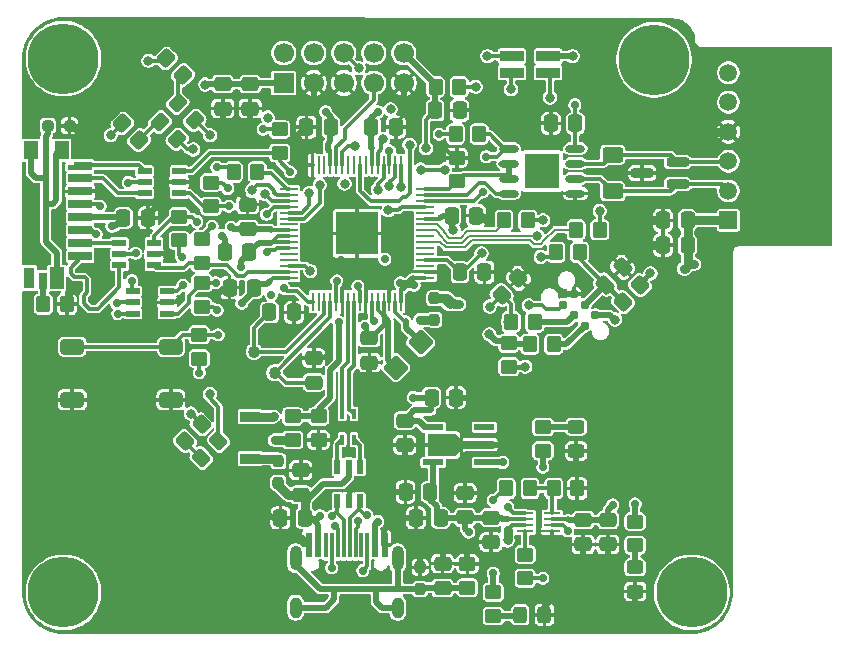
<source format=gbr>
%TF.GenerationSoftware,KiCad,Pcbnew,9.0.3*%
%TF.CreationDate,2026-02-24T03:06:21-05:00*%
%TF.ProjectId,ShamanLink_Rev1,5368616d-616e-44c6-996e-6b5f52657631,rev?*%
%TF.SameCoordinates,Original*%
%TF.FileFunction,Copper,L1,Top*%
%TF.FilePolarity,Positive*%
%FSLAX46Y46*%
G04 Gerber Fmt 4.6, Leading zero omitted, Abs format (unit mm)*
G04 Created by KiCad (PCBNEW 9.0.3) date 2026-02-24 03:06:21*
%MOMM*%
%LPD*%
G01*
G04 APERTURE LIST*
G04 Aperture macros list*
%AMRoundRect*
0 Rectangle with rounded corners*
0 $1 Rounding radius*
0 $2 $3 $4 $5 $6 $7 $8 $9 X,Y pos of 4 corners*
0 Add a 4 corners polygon primitive as box body*
4,1,4,$2,$3,$4,$5,$6,$7,$8,$9,$2,$3,0*
0 Add four circle primitives for the rounded corners*
1,1,$1+$1,$2,$3*
1,1,$1+$1,$4,$5*
1,1,$1+$1,$6,$7*
1,1,$1+$1,$8,$9*
0 Add four rect primitives between the rounded corners*
20,1,$1+$1,$2,$3,$4,$5,0*
20,1,$1+$1,$4,$5,$6,$7,0*
20,1,$1+$1,$6,$7,$8,$9,0*
20,1,$1+$1,$8,$9,$2,$3,0*%
%AMFreePoly0*
4,1,19,0.365000,-0.800000,0.350000,-0.800000,0.350000,-1.205000,0.348079,-1.224509,0.333147,-1.260557,0.305557,-1.288147,0.269509,-1.303079,0.250000,-1.305000,0.020000,-1.305000,0.000491,-1.303079,-0.035557,-1.288147,-0.063147,-1.260557,-0.078079,-1.224509,-0.080000,-1.205000,-0.080000,-0.800000,-0.365000,-0.800000,-0.365000,0.800000,0.365000,0.800000,0.365000,-0.800000,0.365000,-0.800000,
$1*%
%AMFreePoly1*
4,1,9,0.939800,2.395500,0.304800,1.811300,0.304800,-0.871500,-0.304800,-0.871500,-0.304800,1.811300,-0.939800,2.395500,-0.939800,4.757700,0.939800,4.757700,0.939800,2.395500,0.939800,2.395500,$1*%
G04 Aperture macros list end*
%TA.AperFunction,SMDPad,CuDef*%
%ADD10R,0.600000X2.030000*%
%TD*%
%TA.AperFunction,SMDPad,CuDef*%
%ADD11R,0.300000X2.150000*%
%TD*%
%TA.AperFunction,SMDPad,CuDef*%
%ADD12R,0.610000X2.030000*%
%TD*%
%TA.AperFunction,ComponentPad*%
%ADD13O,1.000000X2.100000*%
%TD*%
%TA.AperFunction,ComponentPad*%
%ADD14O,1.000000X1.800000*%
%TD*%
%TA.AperFunction,SMDPad,CuDef*%
%ADD15O,1.649999X0.650001*%
%TD*%
%TA.AperFunction,SMDPad,CuDef*%
%ADD16R,3.000000X3.000000*%
%TD*%
%TA.AperFunction,SMDPad,CuDef*%
%ADD17R,2.000000X0.700000*%
%TD*%
%TA.AperFunction,SMDPad,CuDef*%
%ADD18FreePoly0,270.000000*%
%TD*%
%TA.AperFunction,SMDPad,CuDef*%
%ADD19R,1.200000X1.550000*%
%TD*%
%TA.AperFunction,SMDPad,CuDef*%
%ADD20R,0.900000X1.800000*%
%TD*%
%TA.AperFunction,SMDPad,CuDef*%
%ADD21R,0.635000X1.400000*%
%TD*%
%TA.AperFunction,SMDPad,CuDef*%
%ADD22R,1.200000X1.850000*%
%TD*%
%TA.AperFunction,SMDPad,CuDef*%
%ADD23R,2.000000X0.900000*%
%TD*%
%TA.AperFunction,SMDPad,CuDef*%
%ADD24R,1.412800X0.228600*%
%TD*%
%TA.AperFunction,ComponentPad*%
%ADD25C,3.400000*%
%TD*%
%TA.AperFunction,ConnectorPad*%
%ADD26C,6.000000*%
%TD*%
%TA.AperFunction,SMDPad,CuDef*%
%ADD27RoundRect,0.237500X-0.237500X0.250000X-0.237500X-0.250000X0.237500X-0.250000X0.237500X0.250000X0*%
%TD*%
%TA.AperFunction,SMDPad,CuDef*%
%ADD28RoundRect,0.250000X-0.337500X-0.475000X0.337500X-0.475000X0.337500X0.475000X-0.337500X0.475000X0*%
%TD*%
%TA.AperFunction,SMDPad,CuDef*%
%ADD29RoundRect,0.250000X0.337500X0.475000X-0.337500X0.475000X-0.337500X-0.475000X0.337500X-0.475000X0*%
%TD*%
%TA.AperFunction,ComponentPad*%
%ADD30R,1.700000X1.700000*%
%TD*%
%TA.AperFunction,ComponentPad*%
%ADD31C,1.700000*%
%TD*%
%TA.AperFunction,SMDPad,CuDef*%
%ADD32RoundRect,0.250000X0.475000X-0.337500X0.475000X0.337500X-0.475000X0.337500X-0.475000X-0.337500X0*%
%TD*%
%TA.AperFunction,SMDPad,CuDef*%
%ADD33RoundRect,0.250000X0.450000X-0.350000X0.450000X0.350000X-0.450000X0.350000X-0.450000X-0.350000X0*%
%TD*%
%TA.AperFunction,SMDPad,CuDef*%
%ADD34RoundRect,0.250000X-0.450000X0.350000X-0.450000X-0.350000X0.450000X-0.350000X0.450000X0.350000X0*%
%TD*%
%TA.AperFunction,SMDPad,CuDef*%
%ADD35RoundRect,0.250000X-0.475000X0.337500X-0.475000X-0.337500X0.475000X-0.337500X0.475000X0.337500X0*%
%TD*%
%TA.AperFunction,SMDPad,CuDef*%
%ADD36R,1.181100X0.558800*%
%TD*%
%TA.AperFunction,SMDPad,CuDef*%
%ADD37R,1.743000X0.533400*%
%TD*%
%TA.AperFunction,HeatsinkPad*%
%ADD38FreePoly1,90.000000*%
%TD*%
%TA.AperFunction,SMDPad,CuDef*%
%ADD39RoundRect,0.237500X0.250000X0.237500X-0.250000X0.237500X-0.250000X-0.237500X0.250000X-0.237500X0*%
%TD*%
%TA.AperFunction,SMDPad,CuDef*%
%ADD40RoundRect,0.250000X0.350000X0.450000X-0.350000X0.450000X-0.350000X-0.450000X0.350000X-0.450000X0*%
%TD*%
%TA.AperFunction,SMDPad,CuDef*%
%ADD41RoundRect,0.250000X0.548008X0.088388X0.088388X0.548008X-0.548008X-0.088388X-0.088388X-0.548008X0*%
%TD*%
%TA.AperFunction,SMDPad,CuDef*%
%ADD42RoundRect,0.250000X0.450000X-0.325000X0.450000X0.325000X-0.450000X0.325000X-0.450000X-0.325000X0*%
%TD*%
%TA.AperFunction,SMDPad,CuDef*%
%ADD43R,0.349200X0.856400*%
%TD*%
%TA.AperFunction,ComponentPad*%
%ADD44C,1.030000*%
%TD*%
%TA.AperFunction,SMDPad,CuDef*%
%ADD45RoundRect,0.240000X-0.791960X0.000000X0.000000X-0.791960X0.791960X0.000000X0.000000X0.791960X0*%
%TD*%
%TA.AperFunction,SMDPad,CuDef*%
%ADD46RoundRect,0.250000X-0.350000X-0.450000X0.350000X-0.450000X0.350000X0.450000X-0.350000X0.450000X0*%
%TD*%
%TA.AperFunction,SMDPad,CuDef*%
%ADD47RoundRect,0.250000X-0.088388X0.548008X-0.548008X0.088388X0.088388X-0.548008X0.548008X-0.088388X0*%
%TD*%
%TA.AperFunction,SMDPad,CuDef*%
%ADD48RoundRect,0.250000X0.097227X-0.574524X0.574524X-0.097227X-0.097227X0.574524X-0.574524X0.097227X0*%
%TD*%
%TA.AperFunction,SMDPad,CuDef*%
%ADD49RoundRect,0.250000X-0.725000X-0.400000X0.725000X-0.400000X0.725000X0.400000X-0.725000X0.400000X0*%
%TD*%
%TA.AperFunction,SMDPad,CuDef*%
%ADD50RoundRect,0.237500X0.237500X-0.250000X0.237500X0.250000X-0.237500X0.250000X-0.237500X-0.250000X0*%
%TD*%
%TA.AperFunction,SMDPad,CuDef*%
%ADD51RoundRect,0.250000X-0.070711X0.565685X-0.565685X0.070711X0.070711X-0.565685X0.565685X-0.070711X0*%
%TD*%
%TA.AperFunction,SMDPad,CuDef*%
%ADD52RoundRect,0.250000X-0.565685X-0.070711X-0.070711X-0.565685X0.565685X0.070711X0.070711X0.565685X0*%
%TD*%
%TA.AperFunction,SMDPad,CuDef*%
%ADD53RoundRect,0.250000X0.625000X-0.400000X0.625000X0.400000X-0.625000X0.400000X-0.625000X-0.400000X0*%
%TD*%
%TA.AperFunction,SMDPad,CuDef*%
%ADD54R,1.549400X0.279400*%
%TD*%
%TA.AperFunction,SMDPad,CuDef*%
%ADD55R,0.279400X1.549400*%
%TD*%
%TA.AperFunction,SMDPad,CuDef*%
%ADD56R,3.606800X3.606800*%
%TD*%
%TA.AperFunction,SMDPad,CuDef*%
%ADD57R,1.727200X0.889000*%
%TD*%
%TA.AperFunction,SMDPad,CuDef*%
%ADD58RoundRect,0.250000X0.070711X-0.565685X0.565685X-0.070711X-0.070711X0.565685X-0.565685X0.070711X0*%
%TD*%
%TA.AperFunction,SMDPad,CuDef*%
%ADD59R,0.558800X1.181100*%
%TD*%
%TA.AperFunction,SMDPad,CuDef*%
%ADD60RoundRect,0.250000X0.325000X0.450000X-0.325000X0.450000X-0.325000X-0.450000X0.325000X-0.450000X0*%
%TD*%
%TA.AperFunction,SMDPad,CuDef*%
%ADD61RoundRect,0.200000X0.750000X0.200000X-0.750000X0.200000X-0.750000X-0.200000X0.750000X-0.200000X0*%
%TD*%
%TA.AperFunction,ConnectorPad*%
%ADD62C,0.787400*%
%TD*%
%TA.AperFunction,ComponentPad*%
%ADD63R,1.508000X1.508000*%
%TD*%
%TA.AperFunction,ComponentPad*%
%ADD64C,1.508000*%
%TD*%
%TA.AperFunction,ViaPad*%
%ADD65C,0.800000*%
%TD*%
%TA.AperFunction,ViaPad*%
%ADD66C,0.700000*%
%TD*%
%TA.AperFunction,Conductor*%
%ADD67C,0.200000*%
%TD*%
%TA.AperFunction,Conductor*%
%ADD68C,0.300000*%
%TD*%
%TA.AperFunction,Conductor*%
%ADD69C,0.500000*%
%TD*%
%TA.AperFunction,Conductor*%
%ADD70C,0.762000*%
%TD*%
%TA.AperFunction,Conductor*%
%ADD71C,0.508000*%
%TD*%
%TA.AperFunction,Conductor*%
%ADD72C,0.450000*%
%TD*%
%TA.AperFunction,Conductor*%
%ADD73C,0.254000*%
%TD*%
G04 APERTURE END LIST*
D10*
%TO.P,J6,A1_B12,GND*%
%TO.N,GND*%
X101680000Y-112365000D03*
%TO.P,J6,A4_B9,VBUS*%
%TO.N,Net-(J6-VBUS)*%
X102480000Y-112365000D03*
D11*
%TO.P,J6,A5,CC1*%
%TO.N,Net-(J6-CC1)*%
X103630000Y-112425000D03*
%TO.P,J6,A6,DP1*%
%TO.N,Net-(J6-DP1)*%
X104630000Y-112425000D03*
%TO.P,J6,A7,DN1*%
%TO.N,Net-(J6-DN1)*%
X105130000Y-112425000D03*
%TO.P,J6,A8,SBU1*%
%TO.N,unconnected-(J6-SBU1-PadA8)*%
X106130000Y-112425000D03*
D12*
%TO.P,J6,B1_A12,GND__1*%
%TO.N,GND*%
X108090000Y-112365000D03*
D10*
%TO.P,J6,B4_A9,VBUS__1*%
%TO.N,Net-(J6-VBUS)*%
X107280000Y-112365000D03*
D11*
%TO.P,J6,B5,CC2*%
%TO.N,Net-(J6-CC2)*%
X106630000Y-112425000D03*
%TO.P,J6,B6,DP2*%
%TO.N,Net-(J6-DP1)*%
X105630000Y-112425000D03*
%TO.P,J6,B7,DN2*%
%TO.N,Net-(J6-DN1)*%
X104130000Y-112425000D03*
%TO.P,J6,B8,SBU2*%
%TO.N,unconnected-(J6-SBU2-PadB8)*%
X103130000Y-112425000D03*
D13*
%TO.P,J6,SH1,SHELL_GND*%
%TO.N,Net-(J6-SHELL_GND)*%
X100560000Y-113500000D03*
%TO.P,J6,SH2,SHELL_GND__1*%
X109200000Y-113500000D03*
D14*
%TO.P,J6,SH3,SHELL_GND__2*%
X100560000Y-117680000D03*
%TO.P,J6,SH4,SHELL_GND__3*%
X109200000Y-117680000D03*
%TD*%
D15*
%TO.P,U2,1,R*%
%TO.N,PIO0_13*%
X118600000Y-78830000D03*
%TO.P,U2,2,RE_N*%
%TO.N,PIO0_20*%
X118600000Y-80100000D03*
%TO.P,U2,3,DE*%
X118600000Y-81370000D03*
%TO.P,U2,4,D*%
%TO.N,PIO0_14*%
X118600000Y-82640000D03*
%TO.P,U2,5,GND*%
%TO.N,GND*%
X124249999Y-82640000D03*
%TO.P,U2,6,A*%
%TO.N,Net-(D2-A1)*%
X124249999Y-81370000D03*
%TO.P,U2,7,B*%
%TO.N,Net-(D2-A2)*%
X124249999Y-80100000D03*
%TO.P,U2,8,VCC*%
%TO.N,+3.3V*%
X124249999Y-78830000D03*
D16*
%TO.P,U2,9,PAD*%
%TO.N,GND*%
X121425001Y-80735000D03*
%TD*%
D17*
%TO.P,J3,1,DAT2*%
%TO.N,Net-(J3-DAT2)*%
X82315000Y-87950000D03*
%TO.P,J3,2,DAT3/CD*%
%TO.N,Net-(J3-DAT3{slash}CD)*%
X82315000Y-86850000D03*
%TO.P,J3,3,CMD*%
%TO.N,Net-(J3-CMD)*%
X82315000Y-85750000D03*
%TO.P,J3,4,VDD*%
%TO.N,+3.3V*%
X82315000Y-84650000D03*
%TO.P,J3,5,CLK*%
%TO.N,Net-(J3-CLK)*%
X82315000Y-83550000D03*
%TO.P,J3,6,VSS*%
%TO.N,GND*%
X82315000Y-82450000D03*
%TO.P,J3,7,DAT0*%
%TO.N,Net-(J3-DAT0)*%
X82315000Y-81350000D03*
D18*
%TO.P,J3,8,DAT1*%
%TO.N,Net-(J3-DAT1)*%
X82520000Y-80260000D03*
D19*
%TO.P,J3,9,GND@1*%
%TO.N,Net-(J3-GND@1)*%
X80765000Y-78975000D03*
%TO.P,J3,10,GND@2*%
X78175000Y-78975000D03*
D20*
%TO.P,J3,11,DET*%
%TO.N,unconnected-(J3-DET-Pad11)*%
X78025000Y-89800000D03*
D21*
%TO.P,J3,12,POL*%
%TO.N,Net-(J3-POL)*%
X79142500Y-90000000D03*
D22*
%TO.P,J3,13,GND@3*%
%TO.N,Net-(J3-GND@1)*%
X80325000Y-89775000D03*
%TD*%
D23*
%TO.P,TEST1,1*%
%TO.N,+3.3V*%
X121950000Y-71000000D03*
%TO.P,TEST1,2*%
%TO.N,Net-(R27-Pad1)*%
X121950000Y-72400000D03*
%TO.P,TEST1,3*%
%TO.N,Net-(R25-Pad1)*%
X118850000Y-71000000D03*
%TO.P,TEST1,4*%
%TO.N,Net-(R26-Pad1)*%
X118850000Y-72400000D03*
%TD*%
D24*
%TO.P,U4,1,GND*%
%TO.N,GND*%
X122300000Y-111200002D03*
%TO.P,U4,2,VOUT*%
%TO.N,+3.3V*%
X122300000Y-110700001D03*
%TO.P,U4,3,VIN1*%
%TO.N,3.3VTARGET*%
X122300000Y-110200001D03*
%TO.P,U4,4,PR1*%
%TO.N,Net-(U4-PR1)*%
X122300000Y-109700000D03*
%TO.P,U4,5,MODE*%
%TO.N,3.3VTARGET*%
X119999998Y-109700000D03*
%TO.P,U4,6,VIN2*%
%TO.N,3.3VUSB*%
X119999998Y-110200001D03*
%TO.P,U4,7,VOUT*%
%TO.N,+3.3V*%
X119999998Y-110700001D03*
%TO.P,U4,8,ST*%
%TO.N,Net-(U4-ST)*%
X119999998Y-111200002D03*
%TD*%
D25*
%TO.P,H4,1*%
%TO.N,N/C*%
X80900000Y-71200000D03*
D26*
X80900000Y-71200000D03*
%TD*%
D27*
%TO.P,FB2,1*%
%TO.N,Net-(U1-VBAT_DCDC)*%
X112300000Y-91487500D03*
%TO.P,FB2,2*%
%TO.N,+3.3V*%
X112300000Y-93312500D03*
%TD*%
D28*
%TO.P,C4,1*%
%TO.N,+5V*%
X112062500Y-99900000D03*
%TO.P,C4,2*%
%TO.N,GND*%
X114137500Y-99900000D03*
%TD*%
D29*
%TO.P,C37,1*%
%TO.N,+3.3V*%
X133737500Y-87000000D03*
%TO.P,C37,2*%
%TO.N,GND*%
X131662500Y-87000000D03*
%TD*%
D30*
%TO.P,J2,1,Pin_1*%
%TO.N,+3.3V*%
X99540000Y-73270000D03*
D31*
%TO.P,J2,2,Pin_2*%
%TO.N,ProSWDIO*%
X99540000Y-70730000D03*
%TO.P,J2,3,Pin_3*%
%TO.N,GND*%
X102080000Y-73270000D03*
%TO.P,J2,4,Pin_4*%
%TO.N,ProSWDCLK*%
X102080000Y-70730000D03*
%TO.P,J2,5,Pin_5*%
%TO.N,GND*%
X104619999Y-73270000D03*
%TO.P,J2,6,Pin_6*%
%TO.N,PIO0_29*%
X104620000Y-70730000D03*
%TO.P,J2,7,Pin_7*%
%TO.N,PIO0_30*%
X107160000Y-73270000D03*
%TO.P,J2,8,Pin_8*%
%TO.N,ProISP*%
X107160000Y-70730000D03*
%TO.P,J2,9,Pin_9*%
%TO.N,GND*%
X109700000Y-73270000D03*
%TO.P,J2,10,Pin_10*%
%TO.N,ProRESET*%
X109700000Y-70730000D03*
%TD*%
D32*
%TO.P,C34,1*%
%TO.N,Net-(J6-VBUS)*%
X101000000Y-108137500D03*
%TO.P,C34,2*%
%TO.N,GND*%
X101000000Y-106062500D03*
%TD*%
%TO.P,C36,1*%
%TO.N,Net-(J6-SHELL_GND)*%
X113000000Y-116037500D03*
%TO.P,C36,2*%
%TO.N,GND*%
X113000000Y-113962500D03*
%TD*%
D33*
%TO.P,R33,1*%
%TO.N,Net-(J6-SHELL_GND)*%
X115100000Y-116000000D03*
%TO.P,R33,2*%
%TO.N,GND*%
X115100000Y-114000000D03*
%TD*%
D29*
%TO.P,C27,1*%
%TO.N,+3.3V*%
X124237500Y-76700000D03*
%TO.P,C27,2*%
%TO.N,GND*%
X122162500Y-76700000D03*
%TD*%
%TO.P,C3,1*%
%TO.N,Net-(J6-VBUS)*%
X101337500Y-110100000D03*
%TO.P,C3,2*%
%TO.N,GND*%
X99262500Y-110100000D03*
%TD*%
%TO.P,C17,1*%
%TO.N,3.3VUSB*%
X111937500Y-107900000D03*
%TO.P,C17,2*%
%TO.N,GND*%
X109862500Y-107900000D03*
%TD*%
D34*
%TO.P,R8,1*%
%TO.N,PIO0_8*%
X92600000Y-90200000D03*
%TO.P,R8,2*%
%TO.N,+3.3V*%
X92600000Y-92200000D03*
%TD*%
D35*
%TO.P,C16,1*%
%TO.N,+5V*%
X109800000Y-101862500D03*
%TO.P,C16,2*%
%TO.N,GND*%
X109800000Y-103937500D03*
%TD*%
D34*
%TO.P,R9,1*%
%TO.N,PIO1_0*%
X90700000Y-84600000D03*
%TO.P,R9,2*%
%TO.N,+3.3V*%
X90700000Y-86600000D03*
%TD*%
D29*
%TO.P,C18,1*%
%TO.N,3.3VUSB*%
X112837500Y-110100000D03*
%TO.P,C18,2*%
%TO.N,GND*%
X110762500Y-110100000D03*
%TD*%
D36*
%TO.P,CR1,1,1*%
%TO.N,PIO0_24*%
X90700000Y-82600000D03*
%TO.P,CR1,2,2*%
%TO.N,GND*%
X90700000Y-81649999D03*
%TO.P,CR1,3,3*%
%TO.N,PIO0_25*%
X90700000Y-80699998D03*
%TO.P,CR1,4,4*%
%TO.N,Net-(J3-DAT1)*%
X87766300Y-80699998D03*
%TO.P,CR1,5,5*%
%TO.N,+3.3V*%
X87766300Y-81649999D03*
%TO.P,CR1,6,6*%
%TO.N,Net-(J3-DAT0)*%
X87766300Y-82600000D03*
%TD*%
D37*
%TO.P,U3,1,EN*%
%TO.N,+5V*%
X116533800Y-105400000D03*
D38*
%TO.P,U3,2,GND*%
%TO.N,GND*%
X116533800Y-103900000D03*
D37*
%TO.P,U3,3,ADJ/NC*%
%TO.N,unconnected-(U3-ADJ{slash}NC-Pad3)*%
X116533800Y-102400000D03*
%TO.P,U3,4,IN*%
%TO.N,+5V*%
X112200000Y-102400000D03*
%TO.P,U3,5,OUT*%
%TO.N,3.3VUSB*%
X112200000Y-105400000D03*
%TD*%
D39*
%TO.P,FB6,1*%
%TO.N,GND*%
X81412500Y-76900000D03*
%TO.P,FB6,2*%
%TO.N,Net-(J3-GND@1)*%
X79587500Y-76900000D03*
%TD*%
D40*
%TO.P,R18,1*%
%TO.N,Net-(J5-SWDIO)*%
X122400000Y-95400000D03*
%TO.P,R18,2*%
%TO.N,SWD_IO*%
X120400000Y-95400000D03*
%TD*%
D28*
%TO.P,C41,1*%
%TO.N,ProRESET*%
X114462500Y-89300000D03*
%TO.P,C41,2*%
%TO.N,GND*%
X116537500Y-89300000D03*
%TD*%
D41*
%TO.P,RS485RX1,1,K*%
%TO.N,RS485RXLED*%
X92024784Y-76424784D03*
%TO.P,RS485RX1,2,A*%
%TO.N,Net-(RS485RX1-A)*%
X90575216Y-74975216D03*
%TD*%
D42*
%TO.P,5V1,1,K*%
%TO.N,GND*%
X124300000Y-104425000D03*
%TO.P,5V1,2,A*%
%TO.N,Net-(5V1-A)*%
X124300000Y-102375000D03*
%TD*%
D32*
%TO.P,C12,1*%
%TO.N,+3.3V*%
X96500000Y-85637500D03*
%TO.P,C12,2*%
%TO.N,GND*%
X96500000Y-83562500D03*
%TD*%
D33*
%TO.P,R14,1*%
%TO.N,PIO0_20*%
X114200000Y-81600000D03*
%TO.P,R14,2*%
%TO.N,GND*%
X114200000Y-79600000D03*
%TD*%
D28*
%TO.P,C28,1*%
%TO.N,ProRESET*%
X112362500Y-75600000D03*
%TO.P,C28,2*%
%TO.N,GND*%
X114437500Y-75600000D03*
%TD*%
D43*
%TO.P,L2,1,1*%
%TO.N,Net-(CR4-Pad6)*%
X104500002Y-103456400D03*
%TO.P,L2,2,2*%
%TO.N,Net-(U1-USB1_DP)*%
X104500002Y-101300000D03*
%TO.P,L2,3,3*%
%TO.N,Net-(U1-USB1_DM)*%
X105500000Y-101300000D03*
%TO.P,L2,4,4*%
%TO.N,Net-(CR4-Pad4)*%
X105500000Y-103456400D03*
%TD*%
D44*
%TO.P,Y1,1*%
%TO.N,CLOCK32M_N*%
X97032234Y-96032234D03*
%TO.P,Y1,2*%
%TO.N,CLOCK32M_P*%
X98800000Y-97800000D03*
%TD*%
D35*
%TO.P,C24,1*%
%TO.N,3.3VTARGET*%
X124900000Y-110262500D03*
%TO.P,C24,2*%
%TO.N,GND*%
X124900000Y-112337500D03*
%TD*%
D45*
%TO.P,L1,1,1*%
%TO.N,Net-(U1-FB)*%
X109040000Y-97360000D03*
%TO.P,L1,2,2*%
%TO.N,Net-(U1-LX)*%
X111160000Y-95240000D03*
%TD*%
D40*
%TO.P,R21,1*%
%TO.N,PIO0_7*%
X97300000Y-80800000D03*
%TO.P,R21,2*%
%TO.N,Net-(CR3-Pad3)*%
X95300000Y-80800000D03*
%TD*%
D46*
%TO.P,R7,1*%
%TO.N,3.3VTARGET*%
X118400000Y-107600000D03*
%TO.P,R7,2*%
%TO.N,Net-(U4-PR1)*%
X120400000Y-107600000D03*
%TD*%
D29*
%TO.P,C9,1*%
%TO.N,+3.3V*%
X97037500Y-90600000D03*
%TO.P,C9,2*%
%TO.N,GND*%
X94962500Y-90600000D03*
%TD*%
D33*
%TO.P,R35,1*%
%TO.N,3.3VTARGET*%
X118600000Y-97300000D03*
%TO.P,R35,2*%
%TO.N,SWD_IO*%
X118600000Y-95300000D03*
%TD*%
D34*
%TO.P,R11,1*%
%TO.N,+3.3V*%
X93400000Y-81700000D03*
%TO.P,R11,2*%
%TO.N,PIO0_24*%
X93400000Y-83700000D03*
%TD*%
D40*
%TO.P,R17,1*%
%TO.N,+3.3V*%
X114400000Y-73600000D03*
%TO.P,R17,2*%
%TO.N,ProRESET*%
X112400000Y-73600000D03*
%TD*%
D46*
%TO.P,R6,1*%
%TO.N,Net-(U4-PR1)*%
X122400000Y-107600000D03*
%TO.P,R6,2*%
%TO.N,GND*%
X124400000Y-107600000D03*
%TD*%
D47*
%TO.P,MICROSD1,1,K*%
%TO.N,SDLED*%
X94024784Y-103575216D03*
%TO.P,MICROSD1,2,A*%
%TO.N,Net-(MICROSD1-A)*%
X92575216Y-105024784D03*
%TD*%
D40*
%TO.P,R26,1*%
%TO.N,Net-(R26-Pad1)*%
X120200000Y-84900000D03*
%TO.P,R26,2*%
%TO.N,PIO1_3*%
X118200000Y-84900000D03*
%TD*%
D35*
%TO.P,C33,1*%
%TO.N,Net-(U1-FB)*%
X106800000Y-94862500D03*
%TO.P,C33,2*%
%TO.N,GND*%
X106800000Y-96937500D03*
%TD*%
D32*
%TO.P,C21,1*%
%TO.N,3.3VUSB*%
X114900000Y-110037500D03*
%TO.P,C21,2*%
%TO.N,GND*%
X114900000Y-107962500D03*
%TD*%
D48*
%TO.P,C42,1*%
%TO.N,Net-(J5-~{RESET})*%
X126766377Y-90333623D03*
%TO.P,C42,2*%
%TO.N,GND*%
X128233623Y-88866377D03*
%TD*%
D49*
%TO.P,SW1,1,1*%
%TO.N,PRESET*%
X81640000Y-95600000D03*
X90000000Y-95600000D03*
%TO.P,SW1,2,2*%
%TO.N,GND*%
X81640000Y-100100000D03*
X90000000Y-100100000D03*
%TD*%
D50*
%TO.P,FB4,1*%
%TO.N,Net-(J6-VBUS)*%
X99100000Y-107112500D03*
%TO.P,FB4,2*%
%TO.N,Net-(F1-Pad2)*%
X99100000Y-105287500D03*
%TD*%
D42*
%TO.P,3V3TARGET1,1,K*%
%TO.N,GND*%
X129300000Y-116325000D03*
%TO.P,3V3TARGET1,2,A*%
%TO.N,Net-(3V3TARGET1-A)*%
X129300000Y-114275000D03*
%TD*%
D34*
%TO.P,R4,1*%
%TO.N,Net-(U1-USB1_VBUS)*%
X102500000Y-101500000D03*
%TO.P,R4,2*%
%TO.N,GND*%
X102500000Y-103500000D03*
%TD*%
D40*
%TO.P,R19,1*%
%TO.N,Net-(J5-SWCLK)*%
X120800000Y-93500000D03*
%TO.P,R19,2*%
%TO.N,SWD_CLK*%
X118800000Y-93500000D03*
%TD*%
D35*
%TO.P,C39,1*%
%TO.N,+3.3V*%
X96700000Y-73362500D03*
%TO.P,C39,2*%
%TO.N,GND*%
X96700000Y-75437500D03*
%TD*%
D36*
%TO.P,CR3,1,1*%
%TO.N,PIO0_8*%
X89700000Y-92800002D03*
%TO.P,CR3,2,2*%
%TO.N,GND*%
X89700000Y-91850001D03*
%TO.P,CR3,3,3*%
%TO.N,Net-(CR3-Pad3)*%
X89700000Y-90900000D03*
%TO.P,CR3,4,4*%
%TO.N,Net-(J3-CLK)*%
X86766300Y-90900000D03*
%TO.P,CR3,5,5*%
%TO.N,+3.3V*%
X86766300Y-91850001D03*
%TO.P,CR3,6,6*%
%TO.N,Net-(J3-CMD)*%
X86766300Y-92800002D03*
%TD*%
D25*
%TO.P,H3,1*%
%TO.N,N/C*%
X134100000Y-116400000D03*
D26*
X134100000Y-116400000D03*
%TD*%
D29*
%TO.P,C31,1*%
%TO.N,+3.3V*%
X103537500Y-77000000D03*
%TO.P,C31,2*%
%TO.N,GND*%
X101462500Y-77000000D03*
%TD*%
D51*
%TO.P,R30,1*%
%TO.N,+3.3V*%
X92592893Y-102178679D03*
%TO.P,R30,2*%
%TO.N,Net-(MICROSD1-A)*%
X91178679Y-103592893D03*
%TD*%
D52*
%TO.P,R28,1*%
%TO.N,+3.3V*%
X85892893Y-76692893D03*
%TO.P,R28,2*%
%TO.N,Net-(RS485TX1-A)*%
X87307107Y-78107107D03*
%TD*%
D53*
%TO.P,R13,1*%
%TO.N,Net-(D2-A1)*%
X127400000Y-82450000D03*
%TO.P,R13,2*%
%TO.N,Net-(D2-A2)*%
X127400000Y-79350000D03*
%TD*%
D35*
%TO.P,C40,1*%
%TO.N,+3.3V*%
X94400000Y-73362500D03*
%TO.P,C40,2*%
%TO.N,GND*%
X94400000Y-75437500D03*
%TD*%
D46*
%TO.P,R34,1*%
%TO.N,Net-(J3-POL)*%
X79200000Y-92000000D03*
%TO.P,R34,2*%
%TO.N,GND*%
X81200000Y-92000000D03*
%TD*%
D28*
%TO.P,C25,1*%
%TO.N,+3.3V*%
X85962500Y-84700000D03*
%TO.P,C25,2*%
%TO.N,GND*%
X88037500Y-84700000D03*
%TD*%
D35*
%TO.P,C22,1*%
%TO.N,3.3VUSB*%
X117100000Y-110062500D03*
%TO.P,C22,2*%
%TO.N,GND*%
X117100000Y-112137500D03*
%TD*%
D28*
%TO.P,C2,1*%
%TO.N,CLOCK32M_N*%
X98325000Y-92700000D03*
%TO.P,C2,2*%
%TO.N,GND*%
X100400000Y-92700000D03*
%TD*%
%TO.P,C11,1*%
%TO.N,+3.3V*%
X106962500Y-77000000D03*
%TO.P,C11,2*%
%TO.N,GND*%
X109037500Y-77000000D03*
%TD*%
D54*
%TO.P,U1,1,PIO0_7*%
%TO.N,PIO0_7*%
X99971500Y-82250000D03*
%TO.P,U1,2,PIO0_1*%
%TO.N,RS485TXLED*%
X99971500Y-82749999D03*
%TO.P,U1,3,PIO0_17*%
%TO.N,RS485RXLED*%
X99971500Y-83250000D03*
%TO.P,U1,4,PIO1_0/ADC0_11*%
%TO.N,PIO1_0*%
X99971500Y-83749999D03*
%TO.P,U1,5,PIO0_12/ADC0_10*%
%TO.N,ProSWDIO*%
X99971500Y-84250001D03*
%TO.P,U1,6,PIO0_11/ADC0_9*%
%TO.N,ProSWDCLK*%
X99971500Y-84750000D03*
%TO.P,U1,7,PIO0_16/ADC0_8*%
%TO.N,unconnected-(U1-PIO0_16{slash}ADC0_8-Pad7)*%
X99971500Y-85249999D03*
%TO.P,U1,8,VDD*%
%TO.N,+3.3V*%
X99971500Y-85750000D03*
%TO.P,U1,9,VDDA*%
%TO.N,+3.3VA*%
X99971500Y-86250000D03*
%TO.P,U1,10,VREFP*%
X99971500Y-86750001D03*
%TO.P,U1,11,VSSA*%
%TO.N,GNDA*%
X99971500Y-87250000D03*
%TO.P,U1,12,PIO0_23/ADC0_0*%
%TO.N,unconnected-(U1-PIO0_23{slash}ADC0_0-Pad12)*%
X99971500Y-87749999D03*
%TO.P,U1,13,PIO0_10/ADC0_1*%
%TO.N,unconnected-(U1-PIO0_10{slash}ADC0_1-Pad13)*%
X99971500Y-88250001D03*
%TO.P,U1,14,PIO0_15/ADC0_2*%
%TO.N,SDLED*%
X99971500Y-88750000D03*
%TO.P,U1,15,PIO0_31/ADC0_3*%
%TO.N,PIO0_31*%
X99971500Y-89250001D03*
%TO.P,U1,16,VDD*%
%TO.N,+3.3V*%
X99971500Y-89750000D03*
D55*
%TO.P,U1,17,PIO0_8*%
%TO.N,PIO0_8*%
X102000000Y-91778500D03*
%TO.P,U1,18,PIO0_27*%
%TO.N,unconnected-(U1-PIO0_27-Pad18)*%
X102499999Y-91778500D03*
%TO.P,U1,19,XTAL32M_N*%
%TO.N,CLOCK32M_N*%
X103000000Y-91778500D03*
%TO.P,U1,20,XTAL32M_P*%
%TO.N,CLOCK32M_P*%
X103499999Y-91778500D03*
%TO.P,U1,21,RESETN*%
%TO.N,PRESET*%
X104000001Y-91778500D03*
%TO.P,U1,22,USB1_VSS*%
%TO.N,GND*%
X104500000Y-91778500D03*
%TO.P,U1,23,USB1_DP*%
%TO.N,Net-(U1-USB1_DP)*%
X104999999Y-91778500D03*
%TO.P,U1,24,USB1_DM*%
%TO.N,Net-(U1-USB1_DM)*%
X105500000Y-91778500D03*
%TO.P,U1,25,USB1_VBUS*%
%TO.N,Net-(U1-USB1_VBUS)*%
X106000000Y-91778500D03*
%TO.P,U1,26,USB1_VSS*%
%TO.N,GND*%
X106500001Y-91778500D03*
%TO.P,U1,27,USB1_3V3*%
%TO.N,+3.3V*%
X107000000Y-91778500D03*
%TO.P,U1,28,VDD_PMU*%
%TO.N,Net-(U1-FB)*%
X107499999Y-91778500D03*
%TO.P,U1,29,FB*%
X108000001Y-91778500D03*
%TO.P,U1,30,VSS_DCDC*%
%TO.N,GND*%
X108500000Y-91778500D03*
%TO.P,U1,31,LX*%
%TO.N,Net-(U1-LX)*%
X109000001Y-91778500D03*
%TO.P,U1,32,VBAT_DCDC*%
%TO.N,Net-(U1-VBAT_DCDC)*%
X109500000Y-91778500D03*
D54*
%TO.P,U1,33,VBAT_PMU*%
X111528500Y-89750000D03*
%TO.P,U1,34,XTAL32K_P*%
%TO.N,GND*%
X111528500Y-89250001D03*
%TO.P,U1,35,XTAL32K_N*%
%TO.N,unconnected-(U1-XTAL32K_N-Pad35)*%
X111528500Y-88750000D03*
%TO.P,U1,36,PIO0_0/ACMP0_A*%
%TO.N,ProRESET*%
X111528500Y-88250001D03*
%TO.P,U1,37,PIO0_9/ACMP0_B*%
%TO.N,unconnected-(U1-PIO0_9{slash}ACMP0_B-Pad37)*%
X111528500Y-87749999D03*
%TO.P,U1,38,PIO0_18/ACMP0_C*%
%TO.N,unconnected-(U1-PIO0_18{slash}ACMP0_C-Pad38)*%
X111528500Y-87250000D03*
%TO.P,U1,39,PIO1_1/WAKEUP*%
%TO.N,PIO1_1*%
X111528500Y-86750001D03*
%TO.P,U1,40,PIO0_26*%
%TO.N,unconnected-(U1-PIO0_26-Pad40)*%
X111528500Y-86250000D03*
%TO.P,U1,41,PIO1_2*%
%TO.N,PIO1_2*%
X111528500Y-85750000D03*
%TO.P,U1,42,PIO1_3*%
%TO.N,PIO1_3*%
X111528500Y-85249999D03*
%TO.P,U1,43,VDD*%
%TO.N,+3.3V*%
X111528500Y-84750000D03*
%TO.P,U1,44,PIO0_28/WAKEUP*%
%TO.N,unconnected-(U1-PIO0_28{slash}WAKEUP-Pad44)*%
X111528500Y-84250001D03*
%TO.P,U1,45,PIO0_24*%
%TO.N,PIO0_24*%
X111528500Y-83749999D03*
%TO.P,U1,46,PIO0_13*%
%TO.N,PIO0_13*%
X111528500Y-83250000D03*
%TO.P,U1,47,PIO0_14*%
%TO.N,PIO0_14*%
X111528500Y-82749999D03*
%TO.P,U1,48,PIO0_20*%
%TO.N,PIO0_20*%
X111528500Y-82250000D03*
D55*
%TO.P,U1,49,PIO0_21*%
%TO.N,PIO0_21*%
X109500000Y-80221500D03*
%TO.P,U1,50,PIO0_22*%
%TO.N,SWD_CLK*%
X109000001Y-80221500D03*
%TO.P,U1,51,PIO0_25*%
%TO.N,PIO0_25*%
X108500000Y-80221500D03*
%TO.P,U1,52,PIO0_2/TRST*%
%TO.N,SWD_IO*%
X108000001Y-80221500D03*
%TO.P,U1,53,PIO0_3/TCK*%
%TO.N,SWO*%
X107499999Y-80221500D03*
%TO.P,U1,54,VDD*%
%TO.N,+3.3V*%
X107000000Y-80221500D03*
%TO.P,U1,55,PIO0_4/TMS*%
%TO.N,unconnected-(U1-PIO0_4{slash}TMS-Pad55)*%
X106500001Y-80221500D03*
%TO.P,U1,56,PIO0_5/TDI*%
%TO.N,ProISP*%
X106000000Y-80221500D03*
%TO.P,U1,57,PIO0_6/TDO*%
%TO.N,unconnected-(U1-PIO0_6{slash}TDO-Pad57)*%
X105500000Y-80221500D03*
%TO.P,U1,58,PIO0_19*%
%TO.N,unconnected-(U1-PIO0_19-Pad58)*%
X104999999Y-80221500D03*
%TO.P,U1,59,PIO0_29*%
%TO.N,PIO0_29*%
X104500000Y-80221500D03*
%TO.P,U1,60,PIO0_30*%
%TO.N,PIO0_30*%
X104000001Y-80221500D03*
%TO.P,U1,61,USB0_3V3*%
%TO.N,+3.3V*%
X103499999Y-80221500D03*
%TO.P,U1,62,USB0_DP*%
%TO.N,unconnected-(U1-USB0_DP-Pad62)*%
X103000000Y-80221500D03*
%TO.P,U1,63,USB0_DM*%
%TO.N,unconnected-(U1-USB0_DM-Pad63)*%
X102499999Y-80221500D03*
%TO.P,U1,64,USB0_VSS*%
%TO.N,GND*%
X102000000Y-80221500D03*
D56*
%TO.P,U1,EPAD,VSS*%
X105750000Y-86000000D03*
%TD*%
D36*
%TO.P,CR2,1,1*%
%TO.N,PIO0_31*%
X88566850Y-88700000D03*
%TO.P,CR2,2,2*%
%TO.N,GND*%
X88566850Y-87749999D03*
%TO.P,CR2,3,3*%
%TO.N,PIO1_0*%
X88566850Y-86799998D03*
%TO.P,CR2,4,4*%
%TO.N,Net-(J3-DAT3{slash}CD)*%
X85633150Y-86799998D03*
%TO.P,CR2,5,5*%
%TO.N,+3.3V*%
X85633150Y-87749999D03*
%TO.P,CR2,6,6*%
%TO.N,Net-(J3-DAT2)*%
X85633150Y-88700000D03*
%TD*%
D51*
%TO.P,R37,1*%
%TO.N,3.3VTARGET*%
X129707107Y-90392893D03*
%TO.P,R37,2*%
%TO.N,Net-(J5-~{RESET})*%
X128292893Y-91807107D03*
%TD*%
D28*
%TO.P,C10,1*%
%TO.N,+3.3V*%
X113762500Y-84500000D03*
%TO.P,C10,2*%
%TO.N,GND*%
X115837500Y-84500000D03*
%TD*%
D57*
%TO.P,F1,1,1*%
%TO.N,+5V*%
X96700000Y-101534700D03*
%TO.P,F1,2,2*%
%TO.N,Net-(F1-Pad2)*%
X96700000Y-105065300D03*
%TD*%
D58*
%TO.P,R36,1*%
%TO.N,SWD_CLK*%
X117992893Y-91207107D03*
%TO.P,R36,2*%
%TO.N,GND*%
X119407107Y-89792893D03*
%TD*%
D59*
%TO.P,CR4,1,1*%
%TO.N,Net-(J6-DP1)*%
X104099998Y-108700000D03*
%TO.P,CR4,2,2*%
%TO.N,GND*%
X105049999Y-108700000D03*
%TO.P,CR4,3,3*%
%TO.N,Net-(J6-DN1)*%
X106000000Y-108700000D03*
%TO.P,CR4,4,4*%
%TO.N,Net-(CR4-Pad4)*%
X106000000Y-105766300D03*
%TO.P,CR4,5,5*%
%TO.N,Net-(J6-VBUS)*%
X105049999Y-105766300D03*
%TO.P,CR4,6,6*%
%TO.N,Net-(CR4-Pad6)*%
X104099998Y-105766300D03*
%TD*%
D46*
%TO.P,R15,1*%
%TO.N,+3.3V*%
X114100000Y-77600000D03*
%TO.P,R15,2*%
%TO.N,PIO0_13*%
X116100000Y-77600000D03*
%TD*%
D29*
%TO.P,C15,1*%
%TO.N,+3.3VA*%
X96637500Y-87600000D03*
%TO.P,C15,2*%
%TO.N,GNDA*%
X94562500Y-87600000D03*
%TD*%
D60*
%TO.P,3V3USB1,1,K*%
%TO.N,GND*%
X121624999Y-118300000D03*
%TO.P,3V3USB1,2,A*%
%TO.N,Net-(3V3USB1-A)*%
X119575001Y-118300000D03*
%TD*%
D25*
%TO.P,H1,1*%
%TO.N,N/C*%
X130900000Y-71300000D03*
D26*
X130900000Y-71300000D03*
%TD*%
D52*
%TO.P,R29,1*%
%TO.N,+3.3V*%
X89592893Y-71192893D03*
%TO.P,R29,2*%
%TO.N,Net-(RS485RX1-A)*%
X91007107Y-72607107D03*
%TD*%
D34*
%TO.P,R24,1*%
%TO.N,3.3VTARGET*%
X129300000Y-110400000D03*
%TO.P,R24,2*%
%TO.N,Net-(3V3TARGET1-A)*%
X129300000Y-112400000D03*
%TD*%
D35*
%TO.P,C19,1*%
%TO.N,3.3VTARGET*%
X127000000Y-110262500D03*
%TO.P,C19,2*%
%TO.N,GND*%
X127000000Y-112337500D03*
%TD*%
D33*
%TO.P,R3,1*%
%TO.N,+5V*%
X100300000Y-103500000D03*
%TO.P,R3,2*%
%TO.N,Net-(U1-USB1_VBUS)*%
X100300000Y-101500000D03*
%TD*%
D29*
%TO.P,C38,1*%
%TO.N,+3.3V*%
X133737500Y-84900000D03*
%TO.P,C38,2*%
%TO.N,GND*%
X131662500Y-84900000D03*
%TD*%
D61*
%TO.P,D2,1,A1*%
%TO.N,Net-(D2-A1)*%
X132900000Y-81850000D03*
%TO.P,D2,2,A2*%
%TO.N,Net-(D2-A2)*%
X132900000Y-79950000D03*
%TO.P,D2,3,common*%
%TO.N,GND*%
X129900000Y-80900000D03*
%TD*%
D34*
%TO.P,R10,1*%
%TO.N,+3.3V*%
X99200000Y-77200000D03*
%TO.P,R10,2*%
%TO.N,PIO0_25*%
X99200000Y-79200000D03*
%TD*%
D62*
%TO.P,J5,1,VCC*%
%TO.N,3.3VTARGET*%
X125921427Y-92933202D03*
%TO.P,J5,2,SWDIO*%
%TO.N,Net-(J5-SWDIO)*%
X125023402Y-93831227D03*
%TO.P,J5,3,~{RESET}*%
%TO.N,Net-(J5-~{RESET})*%
X125023402Y-92035176D03*
%TO.P,J5,4,SWCLK*%
%TO.N,Net-(J5-SWCLK)*%
X124125376Y-92933202D03*
%TO.P,J5,5,GND*%
%TO.N,GND*%
X124125376Y-91137151D03*
%TO.P,J5,6,SWO*%
%TO.N,Net-(J5-SWO)*%
X123227351Y-92035176D03*
%TD*%
D50*
%TO.P,FB3,1*%
%TO.N,Net-(J6-SHELL_GND)*%
X111100000Y-116112500D03*
%TO.P,FB3,2*%
%TO.N,GND*%
X111100000Y-114287500D03*
%TD*%
D40*
%TO.P,R25,1*%
%TO.N,Net-(R25-Pad1)*%
X126300000Y-85700000D03*
%TO.P,R25,2*%
%TO.N,PIO1_1*%
X124300000Y-85700000D03*
%TD*%
D32*
%TO.P,C1,1*%
%TO.N,CLOCK32M_P*%
X102100000Y-98637500D03*
%TO.P,C1,2*%
%TO.N,GND*%
X102100000Y-96562500D03*
%TD*%
D63*
%TO.P,J1,1,1*%
%TO.N,+3.3V*%
X137200000Y-84900000D03*
D64*
%TO.P,J1,2,2*%
%TO.N,Net-(D2-A1)*%
X137200000Y-82400000D03*
%TO.P,J1,3,3*%
%TO.N,Net-(D2-A2)*%
X137200000Y-79900000D03*
%TO.P,J1,4,4*%
%TO.N,GND*%
X137200000Y-77400000D03*
%TO.P,J1,5,5*%
%TO.N,unconnected-(J1-Pad5)*%
X137200000Y-74900000D03*
%TO.P,J1,6,6*%
%TO.N,unconnected-(J1-Pad6)*%
X137200000Y-72400000D03*
%TD*%
D25*
%TO.P,H2,1*%
%TO.N,N/C*%
X80900000Y-116400000D03*
D26*
X80900000Y-116400000D03*
%TD*%
D41*
%TO.P,RS485TX1,1,K*%
%TO.N,RS485TXLED*%
X90524784Y-78024784D03*
%TO.P,RS485TX1,2,A*%
%TO.N,Net-(RS485TX1-A)*%
X89075216Y-76575216D03*
%TD*%
D40*
%TO.P,R20,1*%
%TO.N,Net-(J5-~{RESET})*%
X124600000Y-87600000D03*
%TO.P,R20,2*%
%TO.N,PIO0_21*%
X122600000Y-87600000D03*
%TD*%
D33*
%TO.P,R22,1*%
%TO.N,+5V*%
X121500000Y-104400000D03*
%TO.P,R22,2*%
%TO.N,Net-(5V1-A)*%
X121500000Y-102400000D03*
%TD*%
%TO.P,R12,1*%
%TO.N,PIO0_31*%
X92600000Y-88500000D03*
%TO.P,R12,2*%
%TO.N,+3.3V*%
X92600000Y-86500000D03*
%TD*%
%TO.P,R5,1*%
%TO.N,+3.3V*%
X92400000Y-96600000D03*
%TO.P,R5,2*%
%TO.N,PRESET*%
X92400000Y-94600000D03*
%TD*%
D34*
%TO.P,R23,1*%
%TO.N,3.3VUSB*%
X117300000Y-116400000D03*
%TO.P,R23,2*%
%TO.N,Net-(3V3USB1-A)*%
X117300000Y-118400000D03*
%TD*%
D33*
%TO.P,RST1,1*%
%TO.N,3.3VTARGET*%
X120000000Y-115200000D03*
%TO.P,RST1,2*%
%TO.N,Net-(U4-ST)*%
X120000000Y-113200000D03*
%TD*%
D65*
%TO.N,+3.3V*%
X118500000Y-112000000D03*
%TO.N,GND*%
X101400000Y-75200000D03*
D66*
X113000000Y-112600000D03*
X117100000Y-113600000D03*
X124300000Y-105900000D03*
X112200000Y-103400000D03*
X118100000Y-103900000D03*
X100800000Y-78000000D03*
X105200000Y-86400000D03*
X100200000Y-111700000D03*
X128100000Y-80900000D03*
X105600000Y-107500000D03*
X91800000Y-100100000D03*
X109400000Y-109700000D03*
X120400000Y-80700000D03*
X122500000Y-81700000D03*
X113300000Y-89200000D03*
X108500000Y-89800000D03*
D65*
X117900000Y-89300000D03*
X96200000Y-76800000D03*
D66*
X115000000Y-112600000D03*
X91900000Y-81700000D03*
X104400000Y-88300000D03*
X95400000Y-116900000D03*
X82400000Y-77700000D03*
X109400000Y-95500000D03*
X105200000Y-85500000D03*
X113400000Y-103900000D03*
X88800000Y-83700000D03*
X106200000Y-84600000D03*
X114300000Y-103900000D03*
D65*
X116800000Y-84900000D03*
D66*
X129500000Y-117900000D03*
X122500000Y-113500000D03*
X122500000Y-79700000D03*
X114600084Y-96700000D03*
X120400000Y-81600000D03*
X89700000Y-87900000D03*
X116500000Y-107900000D03*
X112600000Y-103900000D03*
X130300000Y-84900000D03*
X134900000Y-77100000D03*
X104400000Y-87300000D03*
X97900000Y-109400000D03*
D65*
X126600000Y-91900000D03*
D66*
X113100000Y-78700000D03*
X104400000Y-86400000D03*
X107100000Y-84600000D03*
X113000000Y-103400000D03*
X115400000Y-99900000D03*
X106049997Y-98100000D03*
X107195902Y-90456677D03*
X106800000Y-98100000D03*
X109400000Y-105300000D03*
D65*
X110000000Y-75700000D03*
X94400000Y-76800000D03*
D66*
X104400000Y-85500000D03*
X127000000Y-113700000D03*
X122600000Y-116700000D03*
X106200000Y-85500000D03*
X103200000Y-96500000D03*
X124900000Y-113800000D03*
D65*
X115900000Y-75600000D03*
D66*
X95400000Y-114800000D03*
X100800000Y-80100000D03*
X89300000Y-84500000D03*
X108537766Y-90551161D03*
X108400000Y-107900000D03*
X107100000Y-85500000D03*
D65*
X129200000Y-87900000D03*
D66*
X122500000Y-80600000D03*
X125800000Y-108700000D03*
X105200000Y-87300000D03*
X104900000Y-114600000D03*
D65*
X109307109Y-74792891D03*
D66*
X102400000Y-106400000D03*
X112200000Y-104400000D03*
X108600000Y-110600000D03*
X113800000Y-103400000D03*
X105200000Y-84600000D03*
X101900000Y-87900000D03*
X104400000Y-84600000D03*
X121400000Y-81700000D03*
X82000000Y-90600000D03*
X81600000Y-101600000D03*
X113800000Y-104400000D03*
X101400000Y-90500000D03*
X124300000Y-84300000D03*
X111100000Y-113000000D03*
X93900000Y-91200000D03*
X120700000Y-76600000D03*
X120400000Y-79700000D03*
X107100000Y-86400000D03*
X121400000Y-79700000D03*
X84200000Y-82400000D03*
X125700000Y-107600000D03*
X113000000Y-104400000D03*
D65*
X85300000Y-81100000D03*
X106750000Y-81596202D03*
D66*
X90675150Y-91725452D03*
D65*
X120300000Y-88900000D03*
X78900000Y-88100000D03*
D66*
X134900000Y-77900000D03*
D65*
X84700000Y-89900000D03*
D66*
X103000000Y-90400000D03*
X130300000Y-87000000D03*
X104851608Y-90416135D03*
X121400000Y-80700000D03*
X100600000Y-94100000D03*
X106200000Y-87300000D03*
D65*
X122100000Y-90000000D03*
D66*
X123000000Y-112500000D03*
X107100000Y-87300000D03*
D65*
X104369669Y-75830331D03*
D66*
X102500000Y-104900000D03*
D65*
X105900000Y-74900000D03*
D66*
X106200000Y-86400000D03*
X95800000Y-82600000D03*
X109700000Y-89237000D03*
%TO.N,Net-(U1-VBAT_DCDC)*%
X114400000Y-92000000D03*
X109400000Y-90200000D03*
X113600000Y-92000000D03*
X110600000Y-90400000D03*
%TO.N,Net-(U1-FB)*%
X106428254Y-93863047D03*
%TO.N,GNDA*%
X98100000Y-87600000D03*
X94300000Y-86200000D03*
%TO.N,Net-(J3-CLK)*%
X86700000Y-90000000D03*
X84000000Y-83700000D03*
%TO.N,Net-(J6-CC2)*%
X106250000Y-114550000D03*
%TO.N,Net-(J6-CC1)*%
X103600000Y-114300000D03*
%TO.N,Net-(U1-USB1_VBUS)*%
X105815998Y-90482820D03*
X104200000Y-93500000D03*
D65*
%TO.N,SWO*%
X107963191Y-78050000D03*
D66*
%TO.N,+5V*%
X98800000Y-103500000D03*
X118100000Y-105400000D03*
X110500000Y-99900000D03*
X98700000Y-101500000D03*
X121500000Y-105800000D03*
%TO.N,+3.3V*%
X112700000Y-77600000D03*
D65*
X91673654Y-101259441D03*
D66*
X94800000Y-82200000D03*
X123600000Y-111200000D03*
X133400000Y-89000000D03*
D65*
X124000000Y-71000000D03*
D66*
X118500000Y-111100000D03*
X108100000Y-88200000D03*
X87000000Y-87700000D03*
X124200000Y-75100000D03*
X98500000Y-91200000D03*
X97800000Y-77200000D03*
D65*
X88100000Y-71400000D03*
D66*
X103100003Y-75700000D03*
D65*
X108600000Y-75500000D03*
D66*
X134300000Y-88600000D03*
D65*
X104700000Y-81800000D03*
D66*
X93500000Y-85400000D03*
X85000000Y-85400000D03*
D65*
X92900000Y-73400000D03*
D66*
X93900000Y-92500000D03*
D65*
X113919669Y-85680331D03*
X98200000Y-76200000D03*
D66*
X96000000Y-91900000D03*
X90900000Y-88000000D03*
X111100000Y-93300000D03*
X95100000Y-85500000D03*
D65*
X115800000Y-73600000D03*
D66*
X107200000Y-93400000D03*
X86400000Y-81700000D03*
D65*
X84900000Y-77700000D03*
D66*
X92400000Y-97800000D03*
X107500000Y-75700000D03*
X85400000Y-91900000D03*
%TO.N,+3.3VA*%
X95900000Y-88887500D03*
%TO.N,3.3VUSB*%
X115200000Y-111300000D03*
X117300000Y-114800000D03*
%TO.N,3.3VTARGET*%
X118500000Y-109200000D03*
X127400000Y-109000000D03*
D65*
X120000000Y-97300000D03*
D66*
X117300000Y-108600000D03*
X129300000Y-108900000D03*
D65*
X127600000Y-93300000D03*
X130600000Y-89400000D03*
D66*
X121500000Y-115200000D03*
D65*
%TO.N,ProRESET*%
X116300000Y-87700000D03*
X111600000Y-78800000D03*
%TO.N,RS485TXLED*%
X96900000Y-82300000D03*
X91900000Y-78900000D03*
%TO.N,RS485RXLED*%
X98000000Y-82700000D03*
X93300000Y-77700000D03*
%TO.N,SDLED*%
X93299000Y-99599000D03*
X101800000Y-89200000D03*
D66*
%TO.N,PIO0_25*%
X108503760Y-79028016D03*
X100100000Y-80801000D03*
%TO.N,PIO0_8*%
X99550000Y-90650000D03*
X93784314Y-90184314D03*
%TO.N,PIO1_0*%
X92200000Y-85000000D03*
X98100000Y-84400000D03*
%TO.N,PIO0_24*%
X94900000Y-83700000D03*
D65*
X108400000Y-84050000D03*
%TO.N,PIO0_29*%
X105600000Y-78600000D03*
X105900000Y-72000000D03*
%TO.N,ProSWDIO*%
X101700000Y-82600000D03*
%TO.N,ProSWDCLK*%
X102600000Y-81900000D03*
%TO.N,ProISP*%
X110200000Y-78500000D03*
%TO.N,SWD_IO*%
X116950000Y-94550000D03*
X107500000Y-82300000D03*
D66*
%TO.N,PRESET*%
X104038362Y-90030602D03*
X94000000Y-94600000D03*
%TO.N,PIO0_13*%
X116400000Y-82500000D03*
X116700000Y-79500000D03*
D65*
%TO.N,PIO0_21*%
X111150000Y-80600000D03*
X121300000Y-88000000D03*
X113196496Y-80600000D03*
X109450000Y-82050000D03*
%TO.N,PIO1_2*%
X121000000Y-86200000D03*
%TO.N,SWD_CLK*%
X117000000Y-92200000D03*
X108451723Y-81991278D03*
D66*
%TO.N,Net-(J3-CMD)*%
X85500000Y-92800000D03*
X83671207Y-86080933D03*
%TO.N,Net-(CR3-Pad3)*%
X91000000Y-90400000D03*
X93900000Y-80400000D03*
%TO.N,Net-(J6-VBUS)*%
X107500000Y-110400000D03*
X102600000Y-109900000D03*
%TO.N,Net-(J6-DP1)*%
X105844975Y-110344975D03*
X103607857Y-109959626D03*
%TO.N,Net-(J6-DN1)*%
X103930001Y-110820848D03*
X106589444Y-109839238D03*
D65*
%TO.N,Net-(J5-SWO)*%
X120300000Y-92100000D03*
%TO.N,Net-(R25-Pad1)*%
X116800000Y-71000000D03*
X126300000Y-84100000D03*
%TO.N,Net-(R26-Pad1)*%
X118800000Y-73800000D03*
X121500000Y-84900000D03*
%TO.N,Net-(R27-Pad1)*%
X122100000Y-74500000D03*
%TD*%
D67*
%TO.N,PIO1_1*%
X122500000Y-85700000D02*
X124300000Y-85700000D01*
X121600000Y-86600000D02*
X122500000Y-85700000D01*
X121591364Y-86600000D02*
X121600000Y-86600000D01*
X120709636Y-86901000D02*
X121290364Y-86901000D01*
X120409636Y-86601000D02*
X120709636Y-86901000D01*
X115501000Y-86601000D02*
X120409636Y-86601000D01*
X121290364Y-86901000D02*
X121591364Y-86600000D01*
X113249131Y-87183331D02*
X114918669Y-87183331D01*
X112815801Y-86750001D02*
X113249131Y-87183331D01*
X114918669Y-87183331D02*
X115501000Y-86601000D01*
X111528500Y-86750001D02*
X112815801Y-86750001D01*
%TO.N,PIO1_2*%
X112482900Y-85750000D02*
X111528500Y-85750000D01*
X112666450Y-86033550D02*
X112666450Y-85933550D01*
X113415231Y-86782331D02*
X112666450Y-86033550D01*
X114684769Y-86782331D02*
X113415231Y-86782331D01*
X120900000Y-86200000D02*
X115267100Y-86200000D01*
X115267100Y-86200000D02*
X114684769Y-86782331D01*
X112666450Y-85933550D02*
X112482900Y-85750000D01*
X121000000Y-86300000D02*
X120900000Y-86200000D01*
X121000000Y-86200000D02*
X121000000Y-86300000D01*
D68*
%TO.N,Net-(R26-Pad1)*%
X121500000Y-84900000D02*
X120200000Y-84900000D01*
%TO.N,+3.3V*%
X123600000Y-111100000D02*
X123200001Y-110700001D01*
X123200001Y-110700001D02*
X122300000Y-110700001D01*
X123600000Y-111200000D02*
X123600000Y-111100000D01*
D69*
%TO.N,3.3VTARGET*%
X127000000Y-110262500D02*
X127000000Y-109400000D01*
X127000000Y-109400000D02*
X127400000Y-109000000D01*
X127166798Y-92933202D02*
X125921427Y-92933202D01*
X127533596Y-93300000D02*
X127166798Y-92933202D01*
X127600000Y-93300000D02*
X127533596Y-93300000D01*
D70*
%TO.N,+3.3V*%
X118500000Y-111100000D02*
X118500000Y-112000000D01*
D71*
%TO.N,GND*%
X116400000Y-84500000D02*
X115837500Y-84500000D01*
D70*
X137200000Y-77400000D02*
X135400000Y-77400000D01*
D68*
X114200000Y-79600000D02*
X114000000Y-79600000D01*
D69*
X94400000Y-75437500D02*
X94400000Y-76800000D01*
D68*
X113300000Y-89200000D02*
X113249999Y-89250001D01*
D69*
X88037500Y-84700000D02*
X88037500Y-84462500D01*
D68*
X114437500Y-75600000D02*
X115900000Y-75600000D01*
D71*
X113000000Y-113962500D02*
X113000000Y-112600000D01*
D68*
X90550001Y-91850001D02*
X89700000Y-91850001D01*
D69*
X129300000Y-117700000D02*
X129500000Y-117900000D01*
D68*
X120800000Y-76700000D02*
X120700000Y-76600000D01*
D69*
X110762500Y-110100000D02*
X109800000Y-110100000D01*
X88037500Y-84462500D02*
X88800000Y-83700000D01*
D71*
X114137500Y-99900000D02*
X115400000Y-99900000D01*
D68*
X109037500Y-76662500D02*
X110000000Y-75700000D01*
D71*
X101680000Y-112380000D02*
X101100000Y-111800000D01*
D69*
X101300000Y-80200000D02*
X100900000Y-80200000D01*
D68*
X116537500Y-89300000D02*
X117900000Y-89300000D01*
X90700000Y-81649999D02*
X91849999Y-81649999D01*
D69*
X100800000Y-78000000D02*
X100800000Y-77662500D01*
X115100000Y-112700000D02*
X115000000Y-112600000D01*
D68*
X117100000Y-112137500D02*
X117100000Y-113600000D01*
D72*
X119407107Y-89792893D02*
X120300000Y-88900000D01*
D71*
X99262500Y-110100000D02*
X98600000Y-110100000D01*
D68*
X122162500Y-76700000D02*
X120800000Y-76700000D01*
D69*
X81412500Y-76900000D02*
X81600000Y-76900000D01*
X95800000Y-82600000D02*
X96500000Y-83300000D01*
X94962500Y-90600000D02*
X94500000Y-90600000D01*
X96700000Y-75437500D02*
X96700000Y-76300000D01*
D70*
X131662500Y-84900000D02*
X130300000Y-84900000D01*
D71*
X109800000Y-103937500D02*
X109800000Y-104900000D01*
X101000000Y-106062500D02*
X102062500Y-106062500D01*
D68*
X90000000Y-100100000D02*
X91800000Y-100100000D01*
X82315000Y-82450000D02*
X84150000Y-82450000D01*
D69*
X109307109Y-74792891D02*
X109700000Y-74400000D01*
D68*
X129900000Y-80900000D02*
X128100000Y-80900000D01*
X122300000Y-111200002D02*
X122300000Y-111800000D01*
X114900000Y-107962500D02*
X116437500Y-107962500D01*
D70*
X135400000Y-77400000D02*
X135200000Y-77400000D01*
D69*
X129300000Y-116325000D02*
X129300000Y-117700000D01*
D68*
X111100000Y-114287500D02*
X111100000Y-114300000D01*
X104500000Y-91778500D02*
X104500000Y-90767743D01*
D69*
X81600000Y-76900000D02*
X82400000Y-77700000D01*
D68*
X102762500Y-96562500D02*
X102100000Y-96562500D01*
D69*
X81200000Y-92000000D02*
X81200000Y-91400000D01*
D68*
X122300000Y-111800000D02*
X123000000Y-112500000D01*
D69*
X109862500Y-107900000D02*
X108400000Y-107900000D01*
D68*
X116437500Y-107962500D02*
X116500000Y-107900000D01*
D69*
X115100000Y-114000000D02*
X115100000Y-112700000D01*
D68*
X102825000Y-96500000D02*
X102762500Y-96562500D01*
D71*
X101100000Y-111800000D02*
X101000000Y-111700000D01*
D69*
X100900000Y-80200000D02*
X100800000Y-80100000D01*
D71*
X111100000Y-113000000D02*
X111100000Y-114287500D01*
D68*
X108500000Y-90588927D02*
X108537766Y-90551161D01*
D69*
X100800000Y-77662500D02*
X101462500Y-77000000D01*
D72*
X128233623Y-88866377D02*
X129200000Y-87900000D01*
D68*
X102000000Y-80221500D02*
X101321500Y-80221500D01*
X91849999Y-81649999D02*
X91900000Y-81700000D01*
D69*
X106800000Y-98100000D02*
X106800000Y-96937500D01*
D68*
X84150000Y-82450000D02*
X84200000Y-82400000D01*
D71*
X101680000Y-112425000D02*
X101680000Y-112380000D01*
D70*
X131662500Y-87000000D02*
X130300000Y-87000000D01*
D68*
X90675150Y-91725452D02*
X90674550Y-91725452D01*
X101321500Y-80221500D02*
X101300000Y-80200000D01*
X89500000Y-87700000D02*
X89700000Y-87900000D01*
D69*
X102080000Y-74520000D02*
X101400000Y-75200000D01*
X124300000Y-104425000D02*
X124300000Y-105900000D01*
X96700000Y-76300000D02*
X96200000Y-76800000D01*
D68*
X105600000Y-107500000D02*
X105049999Y-108050001D01*
D69*
X123237151Y-91137151D02*
X122100000Y-90000000D01*
D68*
X100400000Y-93900000D02*
X100400000Y-92700000D01*
D69*
X109700000Y-74400000D02*
X109700000Y-73270000D01*
D71*
X101000000Y-111700000D02*
X100200000Y-111700000D01*
D68*
X124249999Y-84249999D02*
X124300000Y-84300000D01*
X88566850Y-87700000D02*
X89500000Y-87700000D01*
D69*
X102080000Y-73270000D02*
X102080000Y-74520000D01*
D71*
X116800000Y-84900000D02*
X116400000Y-84500000D01*
D69*
X121624999Y-118300000D02*
X121624999Y-117675001D01*
D68*
X81640000Y-100100000D02*
X81640000Y-101560000D01*
D71*
X108080000Y-111120000D02*
X108600000Y-110600000D01*
D68*
X108500000Y-91778500D02*
X108500000Y-90588927D01*
X113249999Y-89250001D02*
X111528500Y-89250001D01*
D69*
X94500000Y-90600000D02*
X93900000Y-91200000D01*
X124900000Y-112337500D02*
X124900000Y-113800000D01*
D71*
X108080000Y-112425000D02*
X108080000Y-111120000D01*
D68*
X81640000Y-101560000D02*
X81600000Y-101600000D01*
X107195902Y-90456677D02*
X106674936Y-90456677D01*
D71*
X109800000Y-104900000D02*
X109400000Y-105300000D01*
D69*
X121624999Y-117675001D02*
X122600000Y-116700000D01*
D68*
X90674550Y-91725452D02*
X90550001Y-91850001D01*
D69*
X127000000Y-112337500D02*
X127000000Y-113700000D01*
X102500000Y-103500000D02*
X102500000Y-104900000D01*
D71*
X102062500Y-106062500D02*
X102400000Y-106400000D01*
D69*
X116533800Y-103900000D02*
X118100000Y-103900000D01*
D68*
X124249999Y-82640000D02*
X124249999Y-84249999D01*
D69*
X96500000Y-83300000D02*
X96500000Y-83562500D01*
X124125376Y-91137151D02*
X123237151Y-91137151D01*
D68*
X109037500Y-77000000D02*
X109037500Y-76662500D01*
X106500001Y-90631612D02*
X106500001Y-91778500D01*
X104500000Y-90767743D02*
X104851608Y-90416135D01*
D70*
X135400000Y-77400000D02*
X134900000Y-77900000D01*
D68*
X103200000Y-96500000D02*
X102825000Y-96500000D01*
X114000000Y-79600000D02*
X113100000Y-78700000D01*
D71*
X98600000Y-110100000D02*
X97900000Y-109400000D01*
D69*
X81200000Y-91400000D02*
X82000000Y-90600000D01*
D70*
X135200000Y-77400000D02*
X134900000Y-77100000D01*
D68*
X106674936Y-90456677D02*
X106500001Y-90631612D01*
D69*
X109800000Y-110100000D02*
X109400000Y-109700000D01*
D68*
X100600000Y-94100000D02*
X100400000Y-93900000D01*
X105049999Y-108050001D02*
X105049999Y-108700000D01*
X125700000Y-107600000D02*
X124400000Y-107600000D01*
D69*
%TO.N,Net-(U1-VBAT_DCDC)*%
X109400000Y-90200000D02*
X109900000Y-90200000D01*
X110000000Y-90300000D02*
X110100000Y-90400000D01*
X110100000Y-90400000D02*
X110600000Y-90400000D01*
X110000000Y-90300000D02*
X109600000Y-90700000D01*
D68*
X109500000Y-90800000D02*
X109500000Y-91778500D01*
D70*
X113087500Y-91487500D02*
X113600000Y-92000000D01*
X114400000Y-92000000D02*
X113925000Y-92000000D01*
D69*
X109900000Y-90200000D02*
X110000000Y-90300000D01*
D70*
X113412500Y-91487500D02*
X113087500Y-91487500D01*
D68*
X111528500Y-89750000D02*
X110550000Y-89750000D01*
D70*
X112300000Y-91487500D02*
X113087500Y-91487500D01*
D68*
X110550000Y-89750000D02*
X109500000Y-90800000D01*
D70*
X113925000Y-92000000D02*
X113412500Y-91487500D01*
D69*
X110500000Y-89800000D02*
X110000000Y-90300000D01*
D72*
%TO.N,Net-(U1-FB)*%
X106493760Y-93928553D02*
X106493760Y-94268760D01*
X106428254Y-93863047D02*
X106493760Y-93928553D01*
D71*
X108400000Y-96720000D02*
X109040000Y-97360000D01*
D72*
X108000001Y-93000001D02*
X108000001Y-93699999D01*
D68*
X107499999Y-92499999D02*
X107499999Y-91778500D01*
D71*
X108400000Y-93400000D02*
X108400000Y-96720000D01*
X108000001Y-93000001D02*
X108400000Y-93400000D01*
D72*
X106493760Y-94268760D02*
X106800000Y-94575000D01*
D68*
X108000001Y-93000001D02*
X107499999Y-92499999D01*
D72*
X106800000Y-94575000D02*
X106800000Y-94862500D01*
X106837500Y-94862500D02*
X106800000Y-94862500D01*
D68*
X108000001Y-91778500D02*
X108000001Y-93000001D01*
D72*
X108000001Y-93699999D02*
X106837500Y-94862500D01*
D68*
%TO.N,GNDA*%
X98299000Y-87401000D02*
X98850001Y-87401000D01*
X98850001Y-87401000D02*
X99001001Y-87250000D01*
X99001001Y-87250000D02*
X99971500Y-87250000D01*
X98100000Y-87600000D02*
X98299000Y-87401000D01*
D69*
X94562500Y-86462500D02*
X94300000Y-86200000D01*
X94562500Y-87600000D02*
X94562500Y-86462500D01*
D68*
%TO.N,Net-(D2-A1)*%
X136650000Y-81850000D02*
X137200000Y-82400000D01*
X126320000Y-81370000D02*
X127400000Y-82450000D01*
X132300000Y-82400000D02*
X132350000Y-82400000D01*
X127400000Y-82450000D02*
X132250000Y-82450000D01*
X132250000Y-82450000D02*
X132300000Y-82400000D01*
X132900000Y-81850000D02*
X136650000Y-81850000D01*
X132350000Y-82400000D02*
X132900000Y-81850000D01*
X124249999Y-81370000D02*
X126320000Y-81370000D01*
%TO.N,Net-(D2-A2)*%
X132300000Y-79350000D02*
X132900000Y-79950000D01*
X137150000Y-79950000D02*
X137200000Y-79900000D01*
X127400000Y-79350000D02*
X132300000Y-79350000D01*
X126650000Y-80100000D02*
X127400000Y-79350000D01*
X124249999Y-80100000D02*
X126650000Y-80100000D01*
X132900000Y-79950000D02*
X137150000Y-79950000D01*
D71*
%TO.N,Net-(J6-SHELL_GND)*%
X107880000Y-117680000D02*
X107400000Y-117200000D01*
D68*
X109200000Y-114050000D02*
X109200000Y-113500000D01*
D71*
X106600000Y-116112500D02*
X103800000Y-116112500D01*
X109200000Y-117680000D02*
X107880000Y-117680000D01*
X113200000Y-116000000D02*
X111212500Y-116000000D01*
X106900000Y-116112500D02*
X106600000Y-116112500D01*
X113000000Y-116037500D02*
X115062500Y-116037500D01*
X103800000Y-117000000D02*
X103800000Y-116112500D01*
D69*
X109200000Y-113500000D02*
X109200000Y-116112500D01*
D68*
X100560000Y-113596719D02*
X100560000Y-113500000D01*
D71*
X107400000Y-116112500D02*
X106900000Y-116112500D01*
X109200000Y-117680000D02*
X109200000Y-117700000D01*
X103120000Y-117680000D02*
X103800000Y-117000000D01*
X100560000Y-117680000D02*
X103120000Y-117680000D01*
X115062500Y-116037500D02*
X115100000Y-116000000D01*
X109200000Y-113743797D02*
X109200000Y-113500000D01*
X106600000Y-116112500D02*
X106831297Y-116112500D01*
X102622500Y-116112500D02*
X100560000Y-114050000D01*
X111100000Y-116112500D02*
X109200000Y-116112500D01*
X107400000Y-117200000D02*
X107400000Y-116112500D01*
X109200000Y-116112500D02*
X106900000Y-116112500D01*
X103800000Y-116112500D02*
X103500000Y-116112500D01*
X103500000Y-116112500D02*
X102622500Y-116112500D01*
X111212500Y-116000000D02*
X111100000Y-116112500D01*
X100560000Y-114050000D02*
X100560000Y-113500000D01*
D68*
%TO.N,Net-(J3-CLK)*%
X82315000Y-83550000D02*
X83850000Y-83550000D01*
X86700000Y-90833700D02*
X86766300Y-90900000D01*
X83850000Y-83550000D02*
X84000000Y-83700000D01*
X86700000Y-90000000D02*
X86700000Y-90833700D01*
D72*
%TO.N,Net-(J5-~{RESET})*%
X126766377Y-90333623D02*
X126819409Y-90333623D01*
X126819409Y-90333623D02*
X128292893Y-91807107D01*
D69*
X125023402Y-92035176D02*
X125064824Y-92035176D01*
D68*
X124600000Y-87600000D02*
X124600000Y-88167246D01*
X124600000Y-88167246D02*
X126766377Y-90333623D01*
D69*
X125064824Y-92035176D02*
X126766377Y-90333623D01*
%TO.N,Net-(J5-SWDIO)*%
X123454629Y-95400000D02*
X125023402Y-93831227D01*
X122400000Y-95400000D02*
X123454629Y-95400000D01*
%TO.N,Net-(J5-SWCLK)*%
X120800000Y-93500000D02*
X123558578Y-93500000D01*
X123558578Y-93500000D02*
X124125376Y-92933202D01*
D68*
%TO.N,Net-(J6-CC2)*%
X106250000Y-114550000D02*
X106630000Y-114170000D01*
X106630000Y-114170000D02*
X106630000Y-112425000D01*
%TO.N,Net-(J6-CC1)*%
X103630000Y-114270000D02*
X103600000Y-114300000D01*
X103630000Y-112425000D02*
X103630000Y-114270000D01*
%TO.N,Net-(U1-LX)*%
X109900000Y-93400000D02*
X109709300Y-93400000D01*
D71*
X111160000Y-95240000D02*
X109900000Y-93980000D01*
D69*
X109900000Y-93400000D02*
X109900000Y-93980000D01*
D68*
X109000001Y-92690701D02*
X109000001Y-91778500D01*
X109709300Y-93400000D02*
X109000001Y-92690701D01*
%TO.N,Net-(U1-USB1_DM)*%
X105500000Y-101300000D02*
X105121801Y-100921801D01*
X105500000Y-97200000D02*
X105100000Y-97600000D01*
X105500000Y-91778500D02*
X105500000Y-97200000D01*
X105100000Y-97600000D02*
X105100000Y-100921801D01*
X105121801Y-100921801D02*
X105100000Y-100921801D01*
%TO.N,Net-(U1-USB1_DP)*%
X105000000Y-96900000D02*
X104500001Y-97399999D01*
X105000000Y-91778501D02*
X105000000Y-96900000D01*
X104999999Y-91778500D02*
X105000000Y-91778501D01*
X104500001Y-97399999D02*
X104500001Y-101321800D01*
D69*
%TO.N,Net-(U1-USB1_VBUS)*%
X102500000Y-101500000D02*
X102500000Y-100900000D01*
X103500000Y-97550058D02*
X103500000Y-99900000D01*
D68*
X105815998Y-90482820D02*
X105815998Y-90669796D01*
D69*
X100300000Y-101500000D02*
X100300000Y-101600000D01*
D68*
X105815998Y-90669796D02*
X106000000Y-90853798D01*
X106000000Y-90853798D02*
X106000000Y-91778500D01*
D69*
X104200000Y-93500000D02*
X104200000Y-96850058D01*
X100300000Y-101600000D02*
X100400000Y-101500000D01*
X100400000Y-101500000D02*
X102500000Y-101500000D01*
X102500000Y-100900000D02*
X103500000Y-99900000D01*
X104200000Y-96850058D02*
X103500000Y-97550058D01*
D68*
%TO.N,Net-(U4-PR1)*%
X122300000Y-109700000D02*
X122300000Y-107300000D01*
X122400000Y-107600000D02*
X120600000Y-107600000D01*
X120600000Y-107600000D02*
X120500000Y-107500000D01*
%TO.N,Net-(U4-ST)*%
X119999998Y-113199998D02*
X120000000Y-113200000D01*
X119999998Y-111200002D02*
X119999998Y-113199998D01*
%TO.N,SWO*%
X107499999Y-79200001D02*
X107802760Y-78897240D01*
X107499999Y-80221500D02*
X107499999Y-79200001D01*
X107802760Y-78210431D02*
X107963191Y-78050000D01*
X107802760Y-78897240D02*
X107802760Y-78210431D01*
%TO.N,CLOCK32M_N*%
X99767766Y-96032234D02*
X97032234Y-96032234D01*
X97032234Y-96032234D02*
X97032234Y-93992766D01*
X97032234Y-93992766D02*
X98325000Y-92700000D01*
X103000000Y-91778500D02*
X103000000Y-92800000D01*
X103000000Y-92800000D02*
X99767766Y-96032234D01*
%TO.N,CLOCK32M_P*%
X98800000Y-97800000D02*
X98900000Y-97800000D01*
X103499999Y-93100001D02*
X98800000Y-97800000D01*
X99737500Y-98637500D02*
X102100000Y-98637500D01*
X98900000Y-97800000D02*
X99737500Y-98637500D01*
X103499999Y-91778500D02*
X103499999Y-93100001D01*
D70*
%TO.N,+5V*%
X100300000Y-103500000D02*
X98800000Y-103500000D01*
D71*
X112062500Y-99900000D02*
X110500000Y-99900000D01*
X116533800Y-105400000D02*
X118100000Y-105400000D01*
D70*
X98665300Y-101534700D02*
X98700000Y-101500000D01*
X96700000Y-101534700D02*
X98665300Y-101534700D01*
D71*
X110962500Y-101862500D02*
X109800000Y-101862500D01*
X112200000Y-102400000D02*
X111500000Y-102400000D01*
X109800000Y-101862500D02*
X109800000Y-101800000D01*
X111500000Y-102400000D02*
X110962500Y-101862500D01*
X112000000Y-99962500D02*
X112062500Y-99900000D01*
D69*
X121500000Y-104400000D02*
X121500000Y-105800000D01*
D71*
X109800000Y-101862500D02*
X109800000Y-101600000D01*
X110600000Y-101000000D02*
X112000000Y-101000000D01*
X112000000Y-101000000D02*
X112000000Y-99962500D01*
X109800000Y-101800000D02*
X110600000Y-101000000D01*
D69*
%TO.N,+3.3V*%
X106962500Y-76237500D02*
X106962500Y-77000000D01*
D70*
X133900000Y-88600000D02*
X133500000Y-89000000D01*
D69*
X98437500Y-85637500D02*
X96500000Y-85637500D01*
X97037500Y-90862500D02*
X96000000Y-91900000D01*
D73*
X106962500Y-77000000D02*
X107000000Y-77037500D01*
D69*
X95237500Y-85637500D02*
X95100000Y-85500000D01*
D68*
X98650000Y-89750000D02*
X98400000Y-90000000D01*
D69*
X113762500Y-85523162D02*
X113919669Y-85680331D01*
D68*
X93400000Y-81700000D02*
X94300000Y-81700000D01*
D73*
X111541000Y-84737500D02*
X111528500Y-84750000D01*
D69*
X98400000Y-90000000D02*
X98100000Y-90300000D01*
X96792500Y-73270000D02*
X96700000Y-73362500D01*
D68*
X93600000Y-92200000D02*
X93900000Y-92500000D01*
D70*
X133500000Y-89000000D02*
X133400000Y-89000000D01*
D68*
X92592893Y-102178679D02*
X91673654Y-101259441D01*
X98550000Y-85750000D02*
X98500000Y-85700000D01*
X119999998Y-110700001D02*
X118899999Y-110700001D01*
X114400000Y-73600000D02*
X115800000Y-73600000D01*
X94300000Y-81700000D02*
X94800000Y-82200000D01*
X88100000Y-71400000D02*
X89400000Y-71400000D01*
X107000000Y-80221500D02*
X107000000Y-78800000D01*
D69*
X98500000Y-85700000D02*
X98437500Y-85637500D01*
X103300000Y-78900000D02*
X103400000Y-79000000D01*
D68*
X86450001Y-81649999D02*
X86400000Y-81700000D01*
X85892893Y-76692893D02*
X85892893Y-76707107D01*
D70*
X133737500Y-84900000D02*
X133737500Y-87000000D01*
D68*
X124237500Y-76700000D02*
X124237500Y-78817501D01*
X89400000Y-71400000D02*
X89592893Y-71207107D01*
D69*
X82315000Y-84650000D02*
X85912500Y-84650000D01*
X121950000Y-71000000D02*
X124000000Y-71000000D01*
X103100003Y-75700000D02*
X103537500Y-76137497D01*
D68*
X112750000Y-84750000D02*
X112800000Y-84700000D01*
X90700000Y-87800000D02*
X90900000Y-88000000D01*
X103499999Y-79099999D02*
X103499999Y-80221500D01*
D70*
X111100000Y-93300000D02*
X111112500Y-93312500D01*
D68*
X92600000Y-92200000D02*
X93600000Y-92200000D01*
D69*
X106962500Y-78762500D02*
X106962500Y-77000000D01*
X107000000Y-78800000D02*
X106962500Y-78762500D01*
D68*
X114100000Y-77600000D02*
X112700000Y-77600000D01*
D69*
X103300000Y-78400000D02*
X103300000Y-78900000D01*
X94400000Y-73362500D02*
X92937500Y-73362500D01*
X85912500Y-84650000D02*
X85962500Y-84700000D01*
D70*
X133737500Y-88437500D02*
X133737500Y-87000000D01*
X134300000Y-88600000D02*
X133900000Y-88600000D01*
D73*
X103499999Y-77037501D02*
X103537500Y-77000000D01*
D68*
X92734314Y-102178679D02*
X92805025Y-102107969D01*
X118899999Y-110700001D02*
X118500000Y-111100000D01*
X85449999Y-91850001D02*
X85400000Y-91900000D01*
D69*
X103537500Y-76137497D02*
X103537500Y-77000000D01*
X98100000Y-90300000D02*
X97337500Y-90300000D01*
D68*
X124237500Y-76700000D02*
X124237500Y-75137500D01*
D69*
X96700000Y-73362500D02*
X94400000Y-73362500D01*
D68*
X85892893Y-76707107D02*
X84900000Y-77700000D01*
X89592893Y-71207107D02*
X89592893Y-71192893D01*
X107200000Y-93400000D02*
X107000000Y-93200000D01*
D69*
X103300000Y-78400000D02*
X103500000Y-78200000D01*
D68*
X124237500Y-75137500D02*
X124200000Y-75100000D01*
X86766300Y-91850001D02*
X85449999Y-91850001D01*
D70*
X133900000Y-88600000D02*
X133737500Y-88437500D01*
D69*
X103500000Y-77037500D02*
X103537500Y-77000000D01*
D68*
X90700000Y-86600000D02*
X90700000Y-87800000D01*
D69*
X96500000Y-85637500D02*
X95237500Y-85637500D01*
D68*
X99200000Y-77200000D02*
X98200000Y-77200000D01*
D69*
X97337500Y-90300000D02*
X97037500Y-90600000D01*
D68*
X85633150Y-87749999D02*
X86950001Y-87749999D01*
X99971500Y-85750000D02*
X98550000Y-85750000D01*
D69*
X97037500Y-90600000D02*
X97037500Y-90862500D01*
X113000000Y-84500000D02*
X113762500Y-84500000D01*
D68*
X92400000Y-96600000D02*
X92400000Y-97800000D01*
D70*
X137200000Y-84900000D02*
X133737500Y-84900000D01*
D69*
X85000000Y-85400000D02*
X85262500Y-85400000D01*
X113762500Y-84500000D02*
X113762500Y-85523162D01*
X112800000Y-84700000D02*
X113000000Y-84500000D01*
X99540000Y-73270000D02*
X96792500Y-73270000D01*
D68*
X111528500Y-84750000D02*
X112750000Y-84750000D01*
D69*
X107500000Y-75700000D02*
X106962500Y-76237500D01*
X103500000Y-78200000D02*
X103500000Y-77037500D01*
D70*
X111112500Y-93312500D02*
X112300000Y-93312500D01*
D68*
X87766300Y-81649999D02*
X86450001Y-81649999D01*
X103400000Y-79000000D02*
X103499999Y-79099999D01*
X98200000Y-77200000D02*
X97800000Y-77200000D01*
D69*
X92937500Y-73362500D02*
X92900000Y-73400000D01*
D68*
X86950001Y-87749999D02*
X87000000Y-87700000D01*
X124237500Y-78817501D02*
X124249999Y-78830000D01*
X92600000Y-86500000D02*
X92600000Y-86300000D01*
X92600000Y-86300000D02*
X93500000Y-85400000D01*
D69*
X85262500Y-85400000D02*
X85962500Y-84700000D01*
D68*
X107000000Y-93200000D02*
X107000000Y-91778500D01*
X99971500Y-89750000D02*
X98650000Y-89750000D01*
D69*
%TO.N,+3.3VA*%
X95900000Y-88337500D02*
X96637500Y-87600000D01*
D68*
X99971500Y-86750001D02*
X98549999Y-86750001D01*
X99971500Y-86250000D02*
X99050000Y-86250000D01*
D69*
X95900000Y-88887500D02*
X95900000Y-88337500D01*
D68*
X98549999Y-86750001D02*
X98500000Y-86800000D01*
X99050000Y-86250000D02*
X98500000Y-86800000D01*
D69*
X97437500Y-86800000D02*
X96637500Y-87600000D01*
X98500000Y-86800000D02*
X97437500Y-86800000D01*
D71*
%TO.N,3.3VUSB*%
X118100000Y-110200000D02*
X118500000Y-110200000D01*
D69*
X114900000Y-110037500D02*
X114900000Y-111000000D01*
D71*
X114900000Y-110100000D02*
X117200000Y-110100000D01*
X111937500Y-108537500D02*
X112500000Y-109100000D01*
X112500000Y-109100000D02*
X112500000Y-109762500D01*
X112837500Y-110100000D02*
X112837500Y-109862500D01*
X112837500Y-110100000D02*
X114900000Y-110100000D01*
D69*
X114900000Y-111000000D02*
X115200000Y-111300000D01*
X117300000Y-116400000D02*
X117300000Y-114800000D01*
D71*
X111937500Y-107900000D02*
X111937500Y-108537500D01*
D68*
X118500000Y-110200000D02*
X119999998Y-110200001D01*
D71*
X112200000Y-105400000D02*
X112200000Y-107637500D01*
D69*
X117100000Y-110062500D02*
X117962500Y-110062500D01*
D71*
X112200000Y-107637500D02*
X111937500Y-107900000D01*
D69*
X117962500Y-110062500D02*
X118100000Y-110200000D01*
D71*
X112500000Y-109762500D02*
X112837500Y-110100000D01*
D68*
%TO.N,3.3VTARGET*%
X120000000Y-115200000D02*
X121500000Y-115200000D01*
D69*
X129300000Y-110400000D02*
X129300000Y-108900000D01*
X124900000Y-110262500D02*
X127000000Y-110262500D01*
D72*
X129707107Y-90392893D02*
X129707107Y-90292893D01*
D69*
X124900000Y-110262500D02*
X123662500Y-110262500D01*
D72*
X129707107Y-90292893D02*
X130600000Y-89400000D01*
D68*
X118300000Y-107600000D02*
X117300000Y-108600000D01*
X123600000Y-110200000D02*
X122300000Y-110200001D01*
X118400000Y-107600000D02*
X118300000Y-107600000D01*
D69*
X123662500Y-110262500D02*
X123600000Y-110200000D01*
D68*
X119000000Y-109700000D02*
X118500000Y-109200000D01*
X119999998Y-109700000D02*
X119000000Y-109700000D01*
D72*
X118600000Y-97300000D02*
X120000000Y-97300000D01*
D68*
%TO.N,ProRESET*%
X111600000Y-78800000D02*
X111600000Y-76362500D01*
X116300000Y-87700000D02*
X114700000Y-89300000D01*
X111528500Y-88250001D02*
X113412501Y-88250001D01*
D69*
X112362500Y-73632500D02*
X112330000Y-73600000D01*
X112400000Y-73430000D02*
X109700000Y-70730000D01*
X112400000Y-73600000D02*
X112400000Y-73430000D01*
X112362500Y-75600000D02*
X112362500Y-73632500D01*
D68*
X113412501Y-88250001D02*
X114462500Y-89300000D01*
X114700000Y-89300000D02*
X114462500Y-89300000D01*
X111600000Y-76362500D02*
X112362500Y-75600000D01*
%TO.N,RS485TXLED*%
X91400000Y-78900000D02*
X90524784Y-78024784D01*
X98751000Y-82388925D02*
X98311075Y-81949000D01*
X97251000Y-81949000D02*
X96900000Y-82300000D01*
X99971500Y-82749999D02*
X98949999Y-82749999D01*
X98751000Y-82551000D02*
X98751000Y-82388925D01*
X91900000Y-78900000D02*
X91400000Y-78900000D01*
X98311075Y-81949000D02*
X97251000Y-81949000D01*
X98949999Y-82749999D02*
X98751000Y-82551000D01*
%TO.N,RS485RXLED*%
X98550000Y-83250000D02*
X99971500Y-83250000D01*
X98000000Y-82700000D02*
X98550000Y-83250000D01*
X93300000Y-77700000D02*
X92024784Y-76424784D01*
%TO.N,SDLED*%
X93299000Y-99949432D02*
X94024784Y-100675216D01*
X93299000Y-99599000D02*
X93299000Y-99949432D01*
X94024784Y-100675216D02*
X94024784Y-103575216D01*
X99971500Y-88750000D02*
X101350000Y-88750000D01*
X101350000Y-88750000D02*
X101800000Y-89200000D01*
%TO.N,PIO0_25*%
X99200000Y-79200000D02*
X99200000Y-79901000D01*
X99200000Y-79901000D02*
X100100000Y-80801000D01*
X108503760Y-79028016D02*
X108500000Y-79031776D01*
X93300000Y-79200000D02*
X99200000Y-79200000D01*
X108500000Y-79031776D02*
X108500000Y-80221500D01*
X91800002Y-80699998D02*
X93300000Y-79200000D01*
X90700000Y-80699998D02*
X91800002Y-80699998D01*
%TO.N,PIO0_31*%
X96528863Y-89250001D02*
X96190364Y-89588500D01*
X99971500Y-89250001D02*
X96528863Y-89250001D01*
X95609636Y-89588500D02*
X95400000Y-89378864D01*
X88566850Y-88700000D02*
X88766850Y-88900000D01*
X88566850Y-88650001D02*
X88816849Y-88900000D01*
X88766850Y-88900000D02*
X91100000Y-88900000D01*
X91500000Y-88500000D02*
X92600000Y-88500000D01*
X94721136Y-88700000D02*
X92700000Y-88700000D01*
X95400000Y-89378864D02*
X94721136Y-88700000D01*
X91100000Y-88900000D02*
X91500000Y-88500000D01*
X96190364Y-89588500D02*
X95609636Y-89588500D01*
%TO.N,PIO0_8*%
X93784314Y-90184314D02*
X92615686Y-90184314D01*
X100700000Y-90900000D02*
X101578500Y-91778500D01*
X99550000Y-90650000D02*
X99800000Y-90900000D01*
X92615686Y-90184314D02*
X92600000Y-90200000D01*
X101578500Y-91778500D02*
X102000000Y-91778500D01*
X90590550Y-92800002D02*
X91500000Y-91890552D01*
X91500000Y-91890552D02*
X91500000Y-91300000D01*
X91500000Y-91300000D02*
X92600000Y-90200000D01*
X89700000Y-92800002D02*
X90590550Y-92800002D01*
X99800000Y-90900000D02*
X100700000Y-90900000D01*
%TO.N,PIO1_0*%
X90700000Y-84600000D02*
X91800000Y-84600000D01*
X98750001Y-83749999D02*
X99971500Y-83749999D01*
X88566850Y-86749999D02*
X88566850Y-86233150D01*
X98100000Y-84400000D02*
X98750001Y-83749999D01*
X88566850Y-86233150D02*
X90200000Y-84600000D01*
X90200000Y-84600000D02*
X90700000Y-84600000D01*
X91800000Y-84600000D02*
X92200000Y-85000000D01*
%TO.N,PIO0_24*%
X90700000Y-82600000D02*
X91600000Y-82600000D01*
X91600000Y-82600000D02*
X92700000Y-83700000D01*
X109546447Y-83749999D02*
X111528500Y-83749999D01*
X109246445Y-84050000D02*
X108400000Y-84050000D01*
X109546447Y-83749999D02*
X109246445Y-84050000D01*
X92700000Y-83700000D02*
X93400000Y-83700000D01*
X93400000Y-83700000D02*
X94900000Y-83700000D01*
%TO.N,PIO0_29*%
X105900000Y-72000000D02*
X105890000Y-72000000D01*
X105005099Y-78600000D02*
X105600000Y-78600000D01*
X104500000Y-80221500D02*
X104500000Y-79105099D01*
X105890000Y-72000000D02*
X104620000Y-70730000D01*
X104500000Y-79105099D02*
X105005099Y-78600000D01*
%TO.N,ProSWDIO*%
X101700000Y-82600000D02*
X101700000Y-83637899D01*
X101086900Y-84250999D02*
X99971500Y-84250999D01*
X101700000Y-83637899D02*
X101086900Y-84250999D01*
%TO.N,ProSWDCLK*%
X102600000Y-83446419D02*
X101294421Y-84751999D01*
X102600000Y-81900000D02*
X102600000Y-83446419D01*
X101294421Y-84751999D02*
X99971500Y-84751999D01*
%TO.N,PIO0_30*%
X104000000Y-78700000D02*
X104700000Y-78000000D01*
X104700000Y-77200000D02*
X107160000Y-74740000D01*
X107160000Y-74740000D02*
X107160000Y-73270000D01*
X104700000Y-78000000D02*
X104700000Y-77200000D01*
X104000001Y-79199999D02*
X104000000Y-79199998D01*
X104000000Y-79199998D02*
X104000000Y-78700000D01*
X104000001Y-80221500D02*
X104000001Y-79199999D01*
%TO.N,ProISP*%
X109287925Y-83300000D02*
X109687925Y-82900000D01*
X106000000Y-82400000D02*
X106900000Y-83300000D01*
X109687925Y-82900000D02*
X109900000Y-82900000D01*
X106000000Y-80221500D02*
X106000000Y-82400000D01*
X110200000Y-82600000D02*
X110200000Y-78500000D01*
X109900000Y-82900000D02*
X110200000Y-82600000D01*
X106900000Y-83300000D02*
X109287925Y-83300000D01*
D69*
%TO.N,SWD_IO*%
X118795740Y-95100000D02*
X119095740Y-95400000D01*
D68*
X108000001Y-81337898D02*
X108000001Y-80221500D01*
D69*
X117500000Y-95100000D02*
X118795740Y-95100000D01*
X119095740Y-95400000D02*
X120400000Y-95400000D01*
D68*
X107500000Y-81837899D02*
X108000001Y-81337898D01*
X107500000Y-82300000D02*
X107500000Y-81837899D01*
D69*
X116950000Y-94550000D02*
X117500000Y-95100000D01*
D68*
%TO.N,PRESET*%
X92400000Y-94600000D02*
X91000000Y-94600000D01*
X104000001Y-90068963D02*
X104038362Y-90030602D01*
X92400000Y-94600000D02*
X94000000Y-94600000D01*
X91000000Y-94600000D02*
X90000000Y-95600000D01*
X90000000Y-95600000D02*
X81640000Y-95600000D01*
X104000001Y-91778500D02*
X104000001Y-90068963D01*
%TO.N,PIO0_13*%
X117600000Y-79500000D02*
X118270000Y-78830000D01*
X117000000Y-77600000D02*
X116100000Y-77600000D01*
X118270000Y-78830000D02*
X118600000Y-78830000D01*
X115650000Y-83250000D02*
X116400000Y-82500000D01*
X118230000Y-78830000D02*
X117000000Y-77600000D01*
X118600000Y-78830000D02*
X118230000Y-78830000D01*
X116700000Y-79500000D02*
X117600000Y-79500000D01*
X111528500Y-83250000D02*
X115650000Y-83250000D01*
%TO.N,PIO0_21*%
X109450000Y-82050000D02*
X109450000Y-81550000D01*
X121300000Y-88000000D02*
X122300000Y-88000000D01*
X113196496Y-80600000D02*
X111150000Y-80600000D01*
X109500000Y-81500000D02*
X109500000Y-80221500D01*
X122300000Y-88000000D02*
X122700000Y-87600000D01*
X109450000Y-81550000D02*
X109500000Y-81500000D01*
%TO.N,PIO0_7*%
X98500000Y-80900000D02*
X97300000Y-80900000D01*
X99850000Y-82250000D02*
X98500000Y-80900000D01*
X99971500Y-82250000D02*
X99850000Y-82250000D01*
D67*
%TO.N,PIO1_3*%
X113581331Y-86381331D02*
X114518669Y-86381331D01*
X118400000Y-84900000D02*
X118400000Y-84400000D01*
X117500000Y-85800000D02*
X118400000Y-84900000D01*
X115100000Y-85800000D02*
X117500000Y-85800000D01*
X113100000Y-85800000D02*
X113100000Y-85900000D01*
X113100000Y-85900000D02*
X113581331Y-86381331D01*
X111528500Y-85249999D02*
X112549999Y-85249999D01*
X112549999Y-85249999D02*
X113100000Y-85800000D01*
X114518669Y-86381331D02*
X115100000Y-85800000D01*
D68*
%TO.N,PIO0_14*%
X115050001Y-82749999D02*
X116100000Y-81700000D01*
X111528500Y-82749999D02*
X115050001Y-82749999D01*
X117540000Y-82640000D02*
X118600000Y-82640000D01*
X118490001Y-82749999D02*
X118600000Y-82640000D01*
X116100000Y-81700000D02*
X116600000Y-81700000D01*
X116600000Y-81700000D02*
X117540000Y-82640000D01*
%TO.N,SWD_CLK*%
X108451723Y-81710970D02*
X108562693Y-81600000D01*
X118800000Y-93500000D02*
X118800000Y-92014214D01*
X109000001Y-81199999D02*
X109000001Y-80221500D01*
X108451723Y-81991278D02*
X108451723Y-81710970D01*
X118800000Y-92014214D02*
X117992893Y-91207107D01*
X118800000Y-93500000D02*
X118256402Y-93500000D01*
X117000000Y-92200000D02*
X117992893Y-91207107D01*
X108600000Y-81600000D02*
X109000001Y-81199999D01*
X108562693Y-81600000D02*
X108600000Y-81600000D01*
%TO.N,PIO0_20*%
X118330000Y-81100000D02*
X118600000Y-81370000D01*
X114200000Y-81600000D02*
X114700000Y-81100000D01*
D69*
X118600000Y-81370000D02*
X118600000Y-80100000D01*
D68*
X117900000Y-80100000D02*
X118600000Y-80100000D01*
X113550000Y-82250000D02*
X114200000Y-81600000D01*
X111528500Y-82250000D02*
X113550000Y-82250000D01*
X114700000Y-81100000D02*
X118330000Y-81100000D01*
%TO.N,Net-(J3-DAT1)*%
X82315000Y-80250000D02*
X87316302Y-80250000D01*
X87316302Y-80250000D02*
X87766300Y-80699998D01*
%TO.N,Net-(J3-DAT0)*%
X84265000Y-81350000D02*
X85515000Y-82600000D01*
X82315000Y-81350000D02*
X84265000Y-81350000D01*
X85515000Y-82600000D02*
X87766300Y-82600000D01*
%TO.N,Net-(J3-DAT2)*%
X82900000Y-91000000D02*
X82900000Y-89900000D01*
X82900000Y-89900000D02*
X82700000Y-89700000D01*
X82315000Y-88085000D02*
X82315000Y-87950000D01*
X83100000Y-92400000D02*
X82600000Y-91900000D01*
X81500000Y-88900000D02*
X82315000Y-88085000D01*
X82600000Y-91900000D02*
X82600000Y-91300000D01*
X82700000Y-89700000D02*
X81800000Y-89700000D01*
X85633150Y-88700000D02*
X85633150Y-90566850D01*
X81800000Y-89700000D02*
X81500000Y-89400000D01*
X85633150Y-90566850D02*
X83800000Y-92400000D01*
X83800000Y-92400000D02*
X83100000Y-92400000D01*
X81500000Y-89400000D02*
X81500000Y-88900000D01*
X82600000Y-91300000D02*
X82900000Y-91000000D01*
%TO.N,Net-(J3-DAT3{slash}CD)*%
X85633150Y-86799998D02*
X84800002Y-86799998D01*
X84800002Y-86799998D02*
X84750000Y-86850000D01*
X85583148Y-86850000D02*
X85633150Y-86799998D01*
X84750000Y-86850000D02*
X82315000Y-86850000D01*
%TO.N,Net-(J3-CMD)*%
X83340274Y-85750000D02*
X83671207Y-86080933D01*
X82315000Y-85750000D02*
X83340274Y-85750000D01*
X85500000Y-92800000D02*
X86766298Y-92800000D01*
X86766298Y-92800000D02*
X86766300Y-92800002D01*
%TO.N,Net-(CR3-Pad3)*%
X90500000Y-90900000D02*
X91000000Y-90400000D01*
X89700000Y-90900000D02*
X90500000Y-90900000D01*
X94900000Y-80400000D02*
X95300000Y-80800000D01*
X93900000Y-80400000D02*
X94900000Y-80400000D01*
D70*
%TO.N,Net-(J6-VBUS)*%
X101400000Y-108700000D02*
X101337500Y-108762500D01*
D71*
X102900000Y-107200000D02*
X101400000Y-108700000D01*
X101925000Y-110100000D02*
X101337500Y-110100000D01*
X102162500Y-110337500D02*
X101925000Y-110100000D01*
X102162500Y-110337500D02*
X102600000Y-109900000D01*
X102480000Y-112425000D02*
X102480000Y-110655000D01*
D70*
X99100000Y-107112500D02*
X99100000Y-107300000D01*
X101000000Y-108300000D02*
X101400000Y-108700000D01*
X101337500Y-108762500D02*
X101337500Y-110100000D01*
X101000000Y-108137500D02*
X101000000Y-108300000D01*
D71*
X102480000Y-110655000D02*
X102162500Y-110337500D01*
X105049999Y-106596249D02*
X104446248Y-107200000D01*
X104446248Y-107200000D02*
X102900000Y-107200000D01*
X107500000Y-110400000D02*
X107280000Y-110620000D01*
X107280000Y-110620000D02*
X107280000Y-112425000D01*
X105049999Y-105766300D02*
X105049999Y-106596249D01*
D70*
X99937500Y-108137500D02*
X101000000Y-108137500D01*
X99100000Y-107300000D02*
X99937500Y-108137500D01*
D68*
%TO.N,Net-(CR4-Pad6)*%
X104500002Y-103456400D02*
X104099998Y-103856404D01*
X104099998Y-103856404D02*
X104099998Y-105766300D01*
%TO.N,Net-(J6-DP1)*%
X103867485Y-109699998D02*
X104099998Y-109699998D01*
X104630000Y-110230000D02*
X104099998Y-109699998D01*
X105630000Y-111070000D02*
X105630000Y-112425000D01*
X105844975Y-110344975D02*
X105844975Y-110855025D01*
X103607857Y-109959626D02*
X103867485Y-109699998D01*
X104630000Y-112425000D02*
X104630000Y-110230000D01*
X104099998Y-109699998D02*
X104099998Y-108700000D01*
X105844975Y-110855025D02*
X105630000Y-111070000D01*
%TO.N,Net-(J6-DN1)*%
X106589444Y-109839238D02*
X106439238Y-109839238D01*
X105130000Y-112425000D02*
X105130000Y-110070000D01*
X106000000Y-109200000D02*
X106000000Y-108700000D01*
X104130000Y-111000000D02*
X104130000Y-112425000D01*
X105900000Y-109300000D02*
X106000000Y-109200000D01*
X105130000Y-110070000D02*
X105900000Y-109300000D01*
X103930001Y-110820848D02*
X103950848Y-110820848D01*
X106439238Y-109839238D02*
X105900000Y-109300000D01*
X103950848Y-110820848D02*
X104130000Y-111000000D01*
%TO.N,Net-(CR4-Pad4)*%
X106000000Y-103956400D02*
X106000000Y-105766300D01*
X105500000Y-103456400D02*
X106000000Y-103956400D01*
D70*
%TO.N,Net-(F1-Pad2)*%
X96700000Y-105065300D02*
X98877800Y-105065300D01*
X98877800Y-105065300D02*
X99100000Y-105287500D01*
D69*
%TO.N,Net-(J3-GND@1)*%
X79400000Y-81900000D02*
X79400000Y-81300000D01*
X79400000Y-77800000D02*
X79587500Y-77612500D01*
X80325000Y-87625000D02*
X79400000Y-86700000D01*
X80765000Y-78975000D02*
X80625000Y-78975000D01*
X80300000Y-79300000D02*
X80300000Y-83200000D01*
X78175000Y-78975000D02*
X78175000Y-80875000D01*
X79587500Y-77612500D02*
X79587500Y-76900000D01*
X78600000Y-81300000D02*
X79400000Y-81300000D01*
X79600000Y-83500000D02*
X79400000Y-83300000D01*
X78175000Y-80875000D02*
X78600000Y-81300000D01*
X79400000Y-81300000D02*
X79400000Y-80700000D01*
X80300000Y-83200000D02*
X80000000Y-83500000D01*
X79400000Y-86700000D02*
X79400000Y-83300000D01*
X80000000Y-83500000D02*
X79600000Y-83500000D01*
X79400000Y-83300000D02*
X79400000Y-81900000D01*
X79400000Y-80700000D02*
X79400000Y-77800000D01*
X80625000Y-78975000D02*
X80300000Y-79300000D01*
X80325000Y-89775000D02*
X80325000Y-87625000D01*
%TO.N,Net-(J3-POL)*%
X79200000Y-90025000D02*
X79175000Y-90000000D01*
X79200000Y-92000000D02*
X79200000Y-90025000D01*
D68*
%TO.N,Net-(J5-SWO)*%
X121400000Y-92100000D02*
X121728875Y-92428875D01*
X122833652Y-92428875D02*
X123227351Y-92035176D01*
X121728875Y-92428875D02*
X122833652Y-92428875D01*
X120300000Y-92100000D02*
X121400000Y-92100000D01*
D69*
%TO.N,Net-(3V3TARGET1-A)*%
X129300000Y-114275000D02*
X129300000Y-112400000D01*
%TO.N,Net-(3V3USB1-A)*%
X119475001Y-118400000D02*
X119575001Y-118300000D01*
X117300000Y-118400000D02*
X119475001Y-118400000D01*
%TO.N,Net-(5V1-A)*%
X124275000Y-102400000D02*
X124300000Y-102375000D01*
X121500000Y-102400000D02*
X124275000Y-102400000D01*
D68*
%TO.N,Net-(MICROSD1-A)*%
X92575216Y-105024784D02*
X91178679Y-103628247D01*
X91178679Y-103628247D02*
X91178679Y-103592893D01*
%TO.N,Net-(R25-Pad1)*%
X126300000Y-85700000D02*
X126300000Y-84100000D01*
X116800000Y-71000000D02*
X118850000Y-71000000D01*
%TO.N,Net-(R26-Pad1)*%
X118800000Y-72450000D02*
X118850000Y-72400000D01*
X118800000Y-73800000D02*
X118800000Y-72450000D01*
%TO.N,Net-(R27-Pad1)*%
X122100000Y-74500000D02*
X122100000Y-72550000D01*
X122100000Y-72550000D02*
X121950000Y-72400000D01*
%TO.N,Net-(RS485TX1-A)*%
X89075216Y-76575216D02*
X88838998Y-76575216D01*
X88838998Y-76575216D02*
X87307107Y-78107107D01*
%TO.N,Net-(RS485RX1-A)*%
X90575216Y-73038998D02*
X91007107Y-72607107D01*
X90575216Y-74975216D02*
X90575216Y-73038998D01*
%TD*%
%TA.AperFunction,Conductor*%
%TO.N,GND*%
G36*
X102797924Y-113599407D02*
G01*
X102822048Y-113624498D01*
X102824284Y-113627845D01*
X102835448Y-113644552D01*
X102901769Y-113688867D01*
X102946231Y-113697711D01*
X102960241Y-113700498D01*
X102960246Y-113700498D01*
X102960252Y-113700500D01*
X103180500Y-113700500D01*
X103195412Y-113705345D01*
X103211093Y-113705345D01*
X103223778Y-113714561D01*
X103238691Y-113719407D01*
X103247907Y-113732092D01*
X103260593Y-113741309D01*
X103265438Y-113756221D01*
X103274655Y-113768907D01*
X103279500Y-113799500D01*
X103279500Y-113800969D01*
X103260593Y-113859160D01*
X103250509Y-113870966D01*
X103202317Y-113919159D01*
X103159488Y-113961988D01*
X103159487Y-113961989D01*
X103087017Y-114087510D01*
X103073622Y-114137500D01*
X103049500Y-114227525D01*
X103049500Y-114372475D01*
X103074610Y-114466185D01*
X103087017Y-114512489D01*
X103159487Y-114638010D01*
X103159489Y-114638012D01*
X103159491Y-114638015D01*
X103261985Y-114740509D01*
X103261987Y-114740510D01*
X103261989Y-114740512D01*
X103387511Y-114812982D01*
X103387512Y-114812982D01*
X103387515Y-114812984D01*
X103527525Y-114850500D01*
X103527526Y-114850500D01*
X103672474Y-114850500D01*
X103672475Y-114850500D01*
X103812485Y-114812984D01*
X103812487Y-114812982D01*
X103812489Y-114812982D01*
X103938010Y-114740512D01*
X103938010Y-114740511D01*
X103938015Y-114740509D01*
X104040509Y-114638015D01*
X104041028Y-114637116D01*
X104112982Y-114512489D01*
X104112982Y-114512487D01*
X104112984Y-114512485D01*
X104150500Y-114372475D01*
X104150500Y-114227525D01*
X104112984Y-114087515D01*
X104112982Y-114087512D01*
X104112982Y-114087510D01*
X104040512Y-113961989D01*
X104040511Y-113961988D01*
X104040510Y-113961987D01*
X104040509Y-113961985D01*
X104009495Y-113930971D01*
X104005868Y-113923853D01*
X103999407Y-113919159D01*
X103992242Y-113897109D01*
X103981719Y-113876454D01*
X103980500Y-113860968D01*
X103980500Y-113799500D01*
X103999407Y-113741309D01*
X104048907Y-113705345D01*
X104079500Y-113700500D01*
X104299747Y-113700500D01*
X104299748Y-113700500D01*
X104356371Y-113689237D01*
X104360685Y-113688379D01*
X104399315Y-113688379D01*
X104460241Y-113700498D01*
X104460246Y-113700498D01*
X104460252Y-113700500D01*
X104460253Y-113700500D01*
X104799747Y-113700500D01*
X104799748Y-113700500D01*
X104856371Y-113689237D01*
X104860685Y-113688379D01*
X104899315Y-113688379D01*
X104960241Y-113700498D01*
X104960246Y-113700498D01*
X104960252Y-113700500D01*
X104960253Y-113700500D01*
X105299747Y-113700500D01*
X105299748Y-113700500D01*
X105356371Y-113689237D01*
X105360685Y-113688379D01*
X105399315Y-113688379D01*
X105460241Y-113700498D01*
X105460246Y-113700498D01*
X105460252Y-113700500D01*
X105460253Y-113700500D01*
X105799747Y-113700500D01*
X105799748Y-113700500D01*
X105856371Y-113689237D01*
X105860685Y-113688379D01*
X105899315Y-113688379D01*
X105960241Y-113700498D01*
X105960246Y-113700498D01*
X105960252Y-113700500D01*
X106180500Y-113700500D01*
X106195412Y-113705345D01*
X106211093Y-113705345D01*
X106223778Y-113714561D01*
X106238691Y-113719407D01*
X106247907Y-113732092D01*
X106260593Y-113741309D01*
X106265438Y-113756221D01*
X106274655Y-113768907D01*
X106279500Y-113799500D01*
X106279500Y-113900500D01*
X106260593Y-113958691D01*
X106211093Y-113994655D01*
X106180500Y-113999500D01*
X106177525Y-113999500D01*
X106139078Y-114009802D01*
X106037510Y-114037017D01*
X105911989Y-114109487D01*
X105809487Y-114211989D01*
X105737017Y-114337510D01*
X105707624Y-114447207D01*
X105699500Y-114477525D01*
X105699500Y-114622475D01*
X105712441Y-114670771D01*
X105737017Y-114762489D01*
X105809487Y-114888010D01*
X105809489Y-114888012D01*
X105809491Y-114888015D01*
X105911985Y-114990509D01*
X105911987Y-114990510D01*
X105911989Y-114990512D01*
X106037511Y-115062982D01*
X106037512Y-115062982D01*
X106037515Y-115062984D01*
X106177525Y-115100500D01*
X106177526Y-115100500D01*
X106322474Y-115100500D01*
X106322475Y-115100500D01*
X106462485Y-115062984D01*
X106462487Y-115062982D01*
X106462489Y-115062982D01*
X106588010Y-114990512D01*
X106588010Y-114990511D01*
X106588015Y-114990509D01*
X106690509Y-114888015D01*
X106705535Y-114861989D01*
X106762982Y-114762489D01*
X106762982Y-114762487D01*
X106762984Y-114762485D01*
X106800500Y-114622475D01*
X106800500Y-114536189D01*
X106819407Y-114477998D01*
X106829490Y-114466191D01*
X106910470Y-114385212D01*
X106956614Y-114305288D01*
X106967352Y-114265212D01*
X106980500Y-114216144D01*
X106980500Y-113679500D01*
X106999407Y-113621309D01*
X107048907Y-113585345D01*
X107079500Y-113580500D01*
X107176195Y-113580500D01*
X107234386Y-113599407D01*
X107270350Y-113648907D01*
X107270350Y-113710093D01*
X107261931Y-113729001D01*
X107233720Y-113777862D01*
X107233719Y-113777864D01*
X107233719Y-113777865D01*
X107194500Y-113924234D01*
X107194500Y-114075766D01*
X107214391Y-114150000D01*
X107233720Y-114222139D01*
X107309481Y-114353360D01*
X107309483Y-114353362D01*
X107309485Y-114353365D01*
X107416635Y-114460515D01*
X107416637Y-114460516D01*
X107416639Y-114460518D01*
X107547861Y-114536279D01*
X107547859Y-114536279D01*
X107547863Y-114536280D01*
X107547865Y-114536281D01*
X107694234Y-114575500D01*
X107694236Y-114575500D01*
X107845764Y-114575500D01*
X107845766Y-114575500D01*
X107992135Y-114536281D01*
X107992137Y-114536279D01*
X107992139Y-114536279D01*
X108123360Y-114460518D01*
X108123360Y-114460517D01*
X108123365Y-114460515D01*
X108230515Y-114353365D01*
X108306281Y-114222135D01*
X108319060Y-114174440D01*
X108352382Y-114123128D01*
X108409503Y-114101201D01*
X108468604Y-114117036D01*
X108507110Y-114164585D01*
X108511784Y-114180750D01*
X108526420Y-114254329D01*
X108579222Y-114381806D01*
X108579228Y-114381817D01*
X108655885Y-114496541D01*
X108720504Y-114561160D01*
X108748281Y-114615677D01*
X108749500Y-114631164D01*
X108749500Y-115559000D01*
X108730593Y-115617191D01*
X108681093Y-115653155D01*
X108650500Y-115658000D01*
X102851768Y-115658000D01*
X102793577Y-115639093D01*
X102781764Y-115629004D01*
X101897264Y-114744504D01*
X101869487Y-114689987D01*
X101879058Y-114629555D01*
X101922323Y-114586290D01*
X101967268Y-114575500D01*
X102065764Y-114575500D01*
X102065766Y-114575500D01*
X102212135Y-114536281D01*
X102212137Y-114536279D01*
X102212139Y-114536279D01*
X102343360Y-114460518D01*
X102343360Y-114460517D01*
X102343365Y-114460515D01*
X102450515Y-114353365D01*
X102459669Y-114337510D01*
X102526279Y-114222139D01*
X102526279Y-114222137D01*
X102526281Y-114222135D01*
X102565500Y-114075766D01*
X102565500Y-113924234D01*
X102526281Y-113777865D01*
X102498068Y-113729000D01*
X102495869Y-113718653D01*
X102489650Y-113710093D01*
X102489650Y-113689395D01*
X102485347Y-113669153D01*
X102489650Y-113659488D01*
X102489650Y-113648907D01*
X102501816Y-113632161D01*
X102510233Y-113613257D01*
X102519394Y-113607967D01*
X102525614Y-113599407D01*
X102545300Y-113593010D01*
X102563221Y-113582664D01*
X102583805Y-113580500D01*
X102739733Y-113580500D01*
X102797924Y-113599407D01*
G37*
%TD.AperFunction*%
%TA.AperFunction,Conductor*%
G36*
X132426727Y-67800358D02*
G01*
X132428837Y-67800500D01*
X132434108Y-67800500D01*
X132496762Y-67800500D01*
X132503237Y-67800712D01*
X132741463Y-67816325D01*
X132754291Y-67818014D01*
X132985268Y-67863959D01*
X132997768Y-67867308D01*
X133031391Y-67878722D01*
X133220764Y-67943006D01*
X133232727Y-67947962D01*
X133443927Y-68052114D01*
X133455142Y-68058588D01*
X133650948Y-68189421D01*
X133661222Y-68197305D01*
X133769462Y-68292229D01*
X133822180Y-68338462D01*
X133838270Y-68352572D01*
X133847427Y-68361729D01*
X134002694Y-68538777D01*
X134010578Y-68549051D01*
X134141411Y-68744857D01*
X134147885Y-68756072D01*
X134252037Y-68967272D01*
X134256993Y-68979235D01*
X134332689Y-69202226D01*
X134336041Y-69214735D01*
X134381984Y-69445703D01*
X134383674Y-69458542D01*
X134399288Y-69696765D01*
X134399500Y-69703240D01*
X134399500Y-69765892D01*
X134408387Y-69799058D01*
X134433609Y-69893190D01*
X134499496Y-70007309D01*
X134499498Y-70007311D01*
X134499500Y-70007314D01*
X134592686Y-70100500D01*
X134592688Y-70100501D01*
X134592690Y-70100503D01*
X134706810Y-70166390D01*
X134706808Y-70166390D01*
X134706812Y-70166391D01*
X134706814Y-70166392D01*
X134834108Y-70200500D01*
X134965892Y-70200500D01*
X145900500Y-70200500D01*
X145958691Y-70219407D01*
X145994655Y-70268907D01*
X145999500Y-70299500D01*
X145999500Y-87000500D01*
X145980593Y-87058691D01*
X145931093Y-87094655D01*
X145900500Y-87099500D01*
X138165892Y-87099500D01*
X138034108Y-87099500D01*
X137961676Y-87118908D01*
X137906809Y-87133609D01*
X137792690Y-87199496D01*
X137699496Y-87292690D01*
X137633609Y-87406809D01*
X137616970Y-87468907D01*
X137600162Y-87531640D01*
X137599500Y-87534109D01*
X137599500Y-116397564D01*
X137599381Y-116402422D01*
X137582887Y-116738161D01*
X137581934Y-116747829D01*
X137532972Y-117077903D01*
X137531077Y-117087432D01*
X137449995Y-117411131D01*
X137447175Y-117420428D01*
X137334754Y-117734621D01*
X137331036Y-117743597D01*
X137188361Y-118045258D01*
X137183781Y-118053826D01*
X137012226Y-118340049D01*
X137006828Y-118348127D01*
X136808048Y-118616150D01*
X136801885Y-118623660D01*
X136577786Y-118870916D01*
X136570916Y-118877786D01*
X136323660Y-119101885D01*
X136316150Y-119108048D01*
X136048127Y-119306828D01*
X136040049Y-119312226D01*
X135753826Y-119483781D01*
X135745258Y-119488361D01*
X135443597Y-119631036D01*
X135434621Y-119634754D01*
X135120428Y-119747175D01*
X135111131Y-119749995D01*
X134787432Y-119831077D01*
X134777903Y-119832972D01*
X134447829Y-119881934D01*
X134438161Y-119882887D01*
X134102422Y-119899381D01*
X134097564Y-119899500D01*
X80902436Y-119899500D01*
X80897578Y-119899381D01*
X80561838Y-119882887D01*
X80552170Y-119881934D01*
X80222096Y-119832972D01*
X80212567Y-119831077D01*
X79888868Y-119749995D01*
X79879571Y-119747175D01*
X79565378Y-119634754D01*
X79556402Y-119631036D01*
X79254741Y-119488361D01*
X79246173Y-119483781D01*
X78959950Y-119312226D01*
X78951872Y-119306828D01*
X78683849Y-119108048D01*
X78676339Y-119101885D01*
X78567770Y-119003484D01*
X78429078Y-118877781D01*
X78422218Y-118870921D01*
X78198114Y-118623660D01*
X78191951Y-118616150D01*
X77993171Y-118348127D01*
X77987773Y-118340049D01*
X77936770Y-118254956D01*
X77816216Y-118053823D01*
X77811638Y-118045258D01*
X77810897Y-118043692D01*
X77668961Y-117743594D01*
X77665245Y-117734621D01*
X77662824Y-117727855D01*
X77552820Y-117420415D01*
X77550008Y-117411144D01*
X77468919Y-117087421D01*
X77467029Y-117077915D01*
X77418063Y-116747815D01*
X77417113Y-116738173D01*
X77400619Y-116402421D01*
X77400500Y-116397564D01*
X77400500Y-116220262D01*
X77699500Y-116220262D01*
X77699500Y-116579737D01*
X77739747Y-116936946D01*
X77819738Y-117287409D01*
X77938462Y-117626704D01*
X78039790Y-117837114D01*
X78094434Y-117950582D01*
X78285685Y-118254956D01*
X78285687Y-118254959D01*
X78285689Y-118254962D01*
X78509802Y-118535992D01*
X78509808Y-118535998D01*
X78509812Y-118536003D01*
X78763997Y-118790188D01*
X78764001Y-118790191D01*
X78764007Y-118790197D01*
X79045037Y-119014310D01*
X79045041Y-119014312D01*
X79045044Y-119014315D01*
X79349418Y-119205566D01*
X79673292Y-119361536D01*
X80012592Y-119480262D01*
X80363052Y-119560252D01*
X80720264Y-119600500D01*
X80720265Y-119600500D01*
X81079735Y-119600500D01*
X81079736Y-119600500D01*
X81436948Y-119560252D01*
X81787408Y-119480262D01*
X82126708Y-119361536D01*
X82450582Y-119205566D01*
X82754956Y-119014315D01*
X82938277Y-118868122D01*
X83035992Y-118790197D01*
X83035993Y-118790195D01*
X83036003Y-118790188D01*
X83290188Y-118536003D01*
X83514315Y-118254956D01*
X83705566Y-117950582D01*
X83861536Y-117626708D01*
X83980262Y-117287408D01*
X84060252Y-116936948D01*
X84100500Y-116579736D01*
X84100500Y-116220264D01*
X84060252Y-115863052D01*
X83980262Y-115512592D01*
X83861536Y-115173292D01*
X83705566Y-114849418D01*
X83514315Y-114545044D01*
X83514312Y-114545040D01*
X83514310Y-114545037D01*
X83290197Y-114264007D01*
X83290191Y-114264001D01*
X83290188Y-114263997D01*
X83036003Y-114009812D01*
X83035998Y-114009808D01*
X83035992Y-114009802D01*
X82754962Y-113785689D01*
X82754959Y-113785687D01*
X82743881Y-113778726D01*
X82450582Y-113594434D01*
X82426141Y-113582664D01*
X82126704Y-113438462D01*
X81787409Y-113319738D01*
X81436946Y-113239747D01*
X81079737Y-113199500D01*
X81079736Y-113199500D01*
X80720264Y-113199500D01*
X80720262Y-113199500D01*
X80363053Y-113239747D01*
X80012590Y-113319738D01*
X79673295Y-113438462D01*
X79349425Y-113594430D01*
X79349419Y-113594433D01*
X79349418Y-113594434D01*
X79296245Y-113627845D01*
X79045040Y-113785687D01*
X79045037Y-113785689D01*
X78764007Y-114009802D01*
X78509802Y-114264007D01*
X78285689Y-114545037D01*
X78285687Y-114545040D01*
X78162866Y-114740509D01*
X78095149Y-114848281D01*
X78094433Y-114849420D01*
X78094430Y-114849425D01*
X77938462Y-115173295D01*
X77819738Y-115512590D01*
X77739747Y-115863053D01*
X77699500Y-116220262D01*
X77400500Y-116220262D01*
X77400500Y-110622824D01*
X98424999Y-110622824D01*
X98431401Y-110682370D01*
X98431403Y-110682381D01*
X98481646Y-110817088D01*
X98481647Y-110817090D01*
X98567807Y-110932184D01*
X98567815Y-110932192D01*
X98682909Y-111018352D01*
X98682911Y-111018353D01*
X98817618Y-111068596D01*
X98817629Y-111068598D01*
X98877176Y-111075000D01*
X99112499Y-111075000D01*
X99112500Y-111074999D01*
X99112500Y-110250001D01*
X99412500Y-110250001D01*
X99412500Y-111074999D01*
X99412501Y-111075000D01*
X99647824Y-111075000D01*
X99707370Y-111068598D01*
X99707381Y-111068596D01*
X99842088Y-111018353D01*
X99842090Y-111018352D01*
X99957184Y-110932192D01*
X99957192Y-110932184D01*
X100043352Y-110817090D01*
X100043353Y-110817088D01*
X100093596Y-110682381D01*
X100093598Y-110682370D01*
X100100000Y-110622824D01*
X100100000Y-110250001D01*
X100099999Y-110250000D01*
X99412501Y-110250000D01*
X99412500Y-110250001D01*
X99112500Y-110250001D01*
X99112499Y-110250000D01*
X98425001Y-110250000D01*
X98425000Y-110250001D01*
X98425000Y-110622824D01*
X98424999Y-110622824D01*
X77400500Y-110622824D01*
X77400500Y-109577175D01*
X98425000Y-109577175D01*
X98425000Y-109949999D01*
X98425001Y-109950000D01*
X99112499Y-109950000D01*
X99112500Y-109949999D01*
X99112500Y-109125001D01*
X99412500Y-109125001D01*
X99412500Y-109949999D01*
X99412501Y-109950000D01*
X100099999Y-109950000D01*
X100100000Y-109949999D01*
X100100000Y-109577175D01*
X100093598Y-109517629D01*
X100093596Y-109517618D01*
X100043353Y-109382911D01*
X100043352Y-109382909D01*
X99957192Y-109267815D01*
X99957184Y-109267807D01*
X99842090Y-109181647D01*
X99842088Y-109181646D01*
X99707381Y-109131403D01*
X99707370Y-109131401D01*
X99647824Y-109125000D01*
X99412501Y-109125000D01*
X99412500Y-109125001D01*
X99112500Y-109125001D01*
X99112499Y-109125000D01*
X98877176Y-109125000D01*
X98817629Y-109131401D01*
X98817618Y-109131403D01*
X98682911Y-109181646D01*
X98682909Y-109181647D01*
X98567815Y-109267807D01*
X98567807Y-109267815D01*
X98481647Y-109382909D01*
X98481646Y-109382911D01*
X98431403Y-109517618D01*
X98431401Y-109517629D01*
X98425000Y-109577175D01*
X77400500Y-109577175D01*
X77400500Y-106809733D01*
X98424500Y-106809733D01*
X98424500Y-107415266D01*
X98427274Y-107444844D01*
X98427276Y-107444852D01*
X98470884Y-107569476D01*
X98533635Y-107654501D01*
X98549289Y-107675711D01*
X98549292Y-107675713D01*
X98549293Y-107675714D01*
X98655523Y-107754115D01*
X98655524Y-107754115D01*
X98655525Y-107754116D01*
X98751451Y-107787682D01*
X98788757Y-107811122D01*
X99472182Y-108494547D01*
X99472184Y-108494550D01*
X99580450Y-108602816D01*
X99601571Y-108615010D01*
X99713045Y-108679370D01*
X99713046Y-108679370D01*
X99713049Y-108679372D01*
X99737574Y-108685943D01*
X99737575Y-108685944D01*
X99779411Y-108697154D01*
X99860944Y-108719001D01*
X99860945Y-108719001D01*
X100020119Y-108719001D01*
X100020135Y-108719000D01*
X100095195Y-108719000D01*
X100153386Y-108737907D01*
X100174850Y-108759212D01*
X100202845Y-108797144D01*
X100202847Y-108797146D01*
X100202850Y-108797150D01*
X100202853Y-108797152D01*
X100202855Y-108797154D01*
X100312116Y-108877792D01*
X100312117Y-108877792D01*
X100312118Y-108877793D01*
X100440301Y-108922646D01*
X100470725Y-108925499D01*
X100470727Y-108925500D01*
X100470734Y-108925500D01*
X100657000Y-108925500D01*
X100671912Y-108930345D01*
X100687593Y-108930345D01*
X100700278Y-108939561D01*
X100715191Y-108944407D01*
X100724407Y-108957092D01*
X100737093Y-108966309D01*
X100741938Y-108981221D01*
X100751155Y-108993907D01*
X100756000Y-109024500D01*
X100756000Y-109195194D01*
X100737093Y-109253385D01*
X100715790Y-109274848D01*
X100677852Y-109302848D01*
X100677845Y-109302855D01*
X100597207Y-109412116D01*
X100552355Y-109540296D01*
X100552353Y-109540305D01*
X100549500Y-109570723D01*
X100549500Y-110629274D01*
X100552353Y-110659694D01*
X100552355Y-110659703D01*
X100597207Y-110787883D01*
X100677845Y-110897144D01*
X100677847Y-110897146D01*
X100677850Y-110897150D01*
X100677853Y-110897152D01*
X100677855Y-110897154D01*
X100787116Y-110977792D01*
X100787117Y-110977792D01*
X100787118Y-110977793D01*
X100915301Y-111022646D01*
X100945725Y-111025499D01*
X100945727Y-111025500D01*
X101110936Y-111025500D01*
X101169127Y-111044407D01*
X101205091Y-111093907D01*
X101205091Y-111155093D01*
X101193251Y-111179502D01*
X101144506Y-111252451D01*
X101144506Y-111252453D01*
X101130000Y-111325375D01*
X101130000Y-112214999D01*
X101130001Y-112215000D01*
X101581000Y-112215000D01*
X101595912Y-112219845D01*
X101611593Y-112219845D01*
X101624278Y-112229061D01*
X101639191Y-112233907D01*
X101648407Y-112246592D01*
X101661093Y-112255809D01*
X101665938Y-112270721D01*
X101675155Y-112283407D01*
X101680000Y-112314000D01*
X101680000Y-112416000D01*
X101661093Y-112474191D01*
X101611593Y-112510155D01*
X101581000Y-112515000D01*
X101156664Y-112515000D01*
X101098473Y-112496093D01*
X101086660Y-112486004D01*
X101006541Y-112405885D01*
X100891817Y-112329228D01*
X100891806Y-112329222D01*
X100764328Y-112276420D01*
X100628995Y-112249500D01*
X100628993Y-112249500D01*
X100491007Y-112249500D01*
X100491004Y-112249500D01*
X100355672Y-112276420D01*
X100355670Y-112276420D01*
X100228193Y-112329222D01*
X100228182Y-112329228D01*
X100113458Y-112405885D01*
X100015885Y-112503458D01*
X99939228Y-112618182D01*
X99939222Y-112618193D01*
X99886420Y-112745670D01*
X99886420Y-112745672D01*
X99859500Y-112881004D01*
X99859500Y-114118995D01*
X99868569Y-114164585D01*
X99878824Y-114216143D01*
X99886420Y-114254327D01*
X99886420Y-114254329D01*
X99939222Y-114381806D01*
X99939228Y-114381817D01*
X100015885Y-114496541D01*
X100113458Y-114594114D01*
X100228182Y-114670771D01*
X100228193Y-114670777D01*
X100261814Y-114684703D01*
X100355672Y-114723580D01*
X100491007Y-114750500D01*
X100576732Y-114750500D01*
X100634923Y-114769407D01*
X100646736Y-114779496D01*
X102258807Y-116391567D01*
X102258809Y-116391570D01*
X102343430Y-116476191D01*
X102420700Y-116520803D01*
X102447066Y-116536025D01*
X102447069Y-116536027D01*
X102562664Y-116567000D01*
X103246500Y-116567000D01*
X103261412Y-116571845D01*
X103277093Y-116571845D01*
X103289778Y-116581061D01*
X103304691Y-116585907D01*
X103313907Y-116598592D01*
X103326593Y-116607809D01*
X103331438Y-116622721D01*
X103340655Y-116635407D01*
X103345500Y-116666000D01*
X103345500Y-116770732D01*
X103326593Y-116828923D01*
X103316504Y-116840736D01*
X102960736Y-117196504D01*
X102906219Y-117224281D01*
X102890732Y-117225500D01*
X101344630Y-117225500D01*
X101286439Y-117206593D01*
X101250475Y-117157093D01*
X101247532Y-117145814D01*
X101246408Y-117140164D01*
X101233580Y-117075672D01*
X101205215Y-117007192D01*
X101180777Y-116948193D01*
X101180771Y-116948182D01*
X101104114Y-116833458D01*
X101006541Y-116735885D01*
X100891817Y-116659228D01*
X100891806Y-116659222D01*
X100764328Y-116606420D01*
X100628995Y-116579500D01*
X100628993Y-116579500D01*
X100491007Y-116579500D01*
X100491004Y-116579500D01*
X100355672Y-116606420D01*
X100355670Y-116606420D01*
X100228193Y-116659222D01*
X100228182Y-116659228D01*
X100113458Y-116735885D01*
X100015885Y-116833458D01*
X99939228Y-116948182D01*
X99939222Y-116948193D01*
X99886420Y-117075670D01*
X99886420Y-117075672D01*
X99859500Y-117211004D01*
X99859500Y-118148995D01*
X99886420Y-118284327D01*
X99886420Y-118284329D01*
X99939222Y-118411806D01*
X99939228Y-118411817D01*
X100015885Y-118526541D01*
X100113458Y-118624114D01*
X100228182Y-118700771D01*
X100228193Y-118700777D01*
X100275283Y-118720282D01*
X100355672Y-118753580D01*
X100491007Y-118780500D01*
X100491008Y-118780500D01*
X100628992Y-118780500D01*
X100628993Y-118780500D01*
X100764328Y-118753580D01*
X100891811Y-118700775D01*
X101006542Y-118624114D01*
X101104114Y-118526542D01*
X101180775Y-118411811D01*
X101233580Y-118284328D01*
X101247532Y-118214185D01*
X101277429Y-118160802D01*
X101332994Y-118135186D01*
X101344630Y-118134500D01*
X103054085Y-118134500D01*
X103054101Y-118134501D01*
X103060164Y-118134501D01*
X103179835Y-118134501D01*
X103179836Y-118134501D01*
X103278125Y-118108164D01*
X103295431Y-118103527D01*
X103399070Y-118043691D01*
X103483691Y-117959070D01*
X103483692Y-117959067D01*
X104079067Y-117363692D01*
X104079070Y-117363691D01*
X104163691Y-117279070D01*
X104210702Y-117197644D01*
X104223525Y-117175435D01*
X104223525Y-117175434D01*
X104223527Y-117175431D01*
X104248369Y-117082719D01*
X104254501Y-117059836D01*
X104254501Y-116940164D01*
X104254500Y-116940160D01*
X104254500Y-116666000D01*
X104273407Y-116607809D01*
X104322907Y-116571845D01*
X104353500Y-116567000D01*
X106540164Y-116567000D01*
X106840164Y-116567000D01*
X106846500Y-116567000D01*
X106904691Y-116585907D01*
X106940655Y-116635407D01*
X106945500Y-116666000D01*
X106945500Y-117134084D01*
X106945499Y-117134102D01*
X106945499Y-117140164D01*
X106945499Y-117259836D01*
X106950652Y-117279067D01*
X106969926Y-117351001D01*
X106976472Y-117375429D01*
X106976474Y-117375434D01*
X107036307Y-117479067D01*
X107036309Y-117479070D01*
X107120930Y-117563691D01*
X107120932Y-117563692D01*
X107516307Y-117959067D01*
X107516309Y-117959070D01*
X107600930Y-118043691D01*
X107631184Y-118061158D01*
X107704570Y-118103528D01*
X107820164Y-118134501D01*
X107820166Y-118134501D01*
X107945899Y-118134501D01*
X107945915Y-118134500D01*
X108415370Y-118134500D01*
X108473561Y-118153407D01*
X108509525Y-118202907D01*
X108512468Y-118214186D01*
X108526420Y-118284327D01*
X108526420Y-118284329D01*
X108579222Y-118411806D01*
X108579228Y-118411817D01*
X108655885Y-118526541D01*
X108753458Y-118624114D01*
X108868182Y-118700771D01*
X108868193Y-118700777D01*
X108915283Y-118720282D01*
X108995672Y-118753580D01*
X109131007Y-118780500D01*
X109131008Y-118780500D01*
X109268992Y-118780500D01*
X109268993Y-118780500D01*
X109404328Y-118753580D01*
X109531811Y-118700775D01*
X109646542Y-118624114D01*
X109744114Y-118526542D01*
X109820775Y-118411811D01*
X109873580Y-118284328D01*
X109900500Y-118148993D01*
X109900500Y-117995725D01*
X116399500Y-117995725D01*
X116399500Y-118804274D01*
X116402353Y-118834694D01*
X116402355Y-118834703D01*
X116447207Y-118962883D01*
X116527845Y-119072144D01*
X116527847Y-119072146D01*
X116527850Y-119072150D01*
X116527853Y-119072152D01*
X116527855Y-119072154D01*
X116637116Y-119152792D01*
X116637117Y-119152792D01*
X116637118Y-119152793D01*
X116765301Y-119197646D01*
X116795725Y-119200499D01*
X116795727Y-119200500D01*
X116795734Y-119200500D01*
X117804273Y-119200500D01*
X117804273Y-119200499D01*
X117834699Y-119197646D01*
X117962882Y-119152793D01*
X118072150Y-119072150D01*
X118152793Y-118962882D01*
X118168917Y-118916801D01*
X118205982Y-118868122D01*
X118262361Y-118850500D01*
X118737640Y-118850500D01*
X118795831Y-118869407D01*
X118831083Y-118916801D01*
X118846098Y-118959712D01*
X118847209Y-118962885D01*
X118927846Y-119072144D01*
X118927848Y-119072146D01*
X118927851Y-119072150D01*
X118927854Y-119072152D01*
X118927856Y-119072154D01*
X119037117Y-119152792D01*
X119037118Y-119152792D01*
X119037119Y-119152793D01*
X119165302Y-119197646D01*
X119195726Y-119200499D01*
X119195728Y-119200500D01*
X119195735Y-119200500D01*
X119954274Y-119200500D01*
X119954274Y-119200499D01*
X119984700Y-119197646D01*
X120112883Y-119152793D01*
X120222151Y-119072150D01*
X120302794Y-118962882D01*
X120347647Y-118834699D01*
X120350500Y-118804273D01*
X120350501Y-118804273D01*
X120350501Y-118797824D01*
X120799998Y-118797824D01*
X120806400Y-118857370D01*
X120806402Y-118857381D01*
X120856645Y-118992088D01*
X120856646Y-118992090D01*
X120942806Y-119107184D01*
X120942814Y-119107192D01*
X121057908Y-119193352D01*
X121057910Y-119193353D01*
X121192617Y-119243596D01*
X121192628Y-119243598D01*
X121252175Y-119250000D01*
X121474998Y-119250000D01*
X121474999Y-119249999D01*
X121474999Y-118450001D01*
X121774999Y-118450001D01*
X121774999Y-119249999D01*
X121775000Y-119250000D01*
X121997823Y-119250000D01*
X122057369Y-119243598D01*
X122057380Y-119243596D01*
X122192087Y-119193353D01*
X122192089Y-119193352D01*
X122307183Y-119107192D01*
X122307191Y-119107184D01*
X122393351Y-118992090D01*
X122393352Y-118992088D01*
X122443595Y-118857381D01*
X122443597Y-118857370D01*
X122449999Y-118797824D01*
X122449999Y-118450001D01*
X122449998Y-118450000D01*
X121775000Y-118450000D01*
X121774999Y-118450001D01*
X121474999Y-118450001D01*
X121474998Y-118450000D01*
X120800000Y-118450000D01*
X120799999Y-118450001D01*
X120799999Y-118797824D01*
X120799998Y-118797824D01*
X120350501Y-118797824D01*
X120350501Y-117802175D01*
X120799999Y-117802175D01*
X120799999Y-118149999D01*
X120800000Y-118150000D01*
X121474998Y-118150000D01*
X121474999Y-118149999D01*
X121474999Y-117350001D01*
X121774999Y-117350001D01*
X121774999Y-118149999D01*
X121775000Y-118150000D01*
X122449998Y-118150000D01*
X122449999Y-118149999D01*
X122449999Y-117802175D01*
X122443597Y-117742629D01*
X122443595Y-117742618D01*
X122393352Y-117607911D01*
X122393351Y-117607909D01*
X122307191Y-117492815D01*
X122307183Y-117492807D01*
X122192089Y-117406647D01*
X122192087Y-117406646D01*
X122057380Y-117356403D01*
X122057369Y-117356401D01*
X121997823Y-117350000D01*
X121775000Y-117350000D01*
X121774999Y-117350001D01*
X121474999Y-117350001D01*
X121474998Y-117350000D01*
X121252175Y-117350000D01*
X121192628Y-117356401D01*
X121192617Y-117356403D01*
X121057910Y-117406646D01*
X121057908Y-117406647D01*
X120942814Y-117492807D01*
X120942806Y-117492815D01*
X120856646Y-117607909D01*
X120856645Y-117607911D01*
X120806402Y-117742618D01*
X120806400Y-117742629D01*
X120799999Y-117802175D01*
X120350501Y-117802175D01*
X120350501Y-117795727D01*
X120350500Y-117795725D01*
X120347647Y-117765305D01*
X120347647Y-117765301D01*
X120302794Y-117637118D01*
X120295111Y-117626708D01*
X120222155Y-117527855D01*
X120222153Y-117527853D01*
X120222151Y-117527850D01*
X120222147Y-117527847D01*
X120222145Y-117527845D01*
X120112884Y-117447207D01*
X119984704Y-117402355D01*
X119984695Y-117402353D01*
X119954275Y-117399500D01*
X119954267Y-117399500D01*
X119195735Y-117399500D01*
X119195726Y-117399500D01*
X119165306Y-117402353D01*
X119165297Y-117402355D01*
X119037117Y-117447207D01*
X118927856Y-117527845D01*
X118927846Y-117527855D01*
X118847208Y-117637116D01*
X118802356Y-117765296D01*
X118802354Y-117765305D01*
X118799501Y-117795725D01*
X118799501Y-117850500D01*
X118780594Y-117908691D01*
X118731094Y-117944655D01*
X118700501Y-117949500D01*
X118262361Y-117949500D01*
X118204170Y-117930593D01*
X118168917Y-117883198D01*
X118152793Y-117837118D01*
X118152791Y-117837116D01*
X118152791Y-117837114D01*
X118072154Y-117727855D01*
X118072152Y-117727853D01*
X118072150Y-117727850D01*
X118072146Y-117727847D01*
X118072144Y-117727845D01*
X117962883Y-117647207D01*
X117834703Y-117602355D01*
X117834694Y-117602353D01*
X117804274Y-117599500D01*
X117804266Y-117599500D01*
X116795734Y-117599500D01*
X116795725Y-117599500D01*
X116765305Y-117602353D01*
X116765296Y-117602355D01*
X116637116Y-117647207D01*
X116527855Y-117727845D01*
X116527845Y-117727855D01*
X116447207Y-117837116D01*
X116402355Y-117965296D01*
X116402353Y-117965305D01*
X116399500Y-117995725D01*
X109900500Y-117995725D01*
X109900500Y-117211007D01*
X109873580Y-117075672D01*
X109845215Y-117007192D01*
X109820777Y-116948193D01*
X109820771Y-116948182D01*
X109744114Y-116833458D01*
X109646660Y-116736004D01*
X109618883Y-116681487D01*
X109628454Y-116621055D01*
X109671719Y-116577790D01*
X109716664Y-116567000D01*
X110419080Y-116567000D01*
X110477271Y-116585907D01*
X110498731Y-116607207D01*
X110549289Y-116675711D01*
X110549292Y-116675713D01*
X110549293Y-116675714D01*
X110655523Y-116754115D01*
X110655524Y-116754115D01*
X110655525Y-116754116D01*
X110780151Y-116797725D01*
X110807441Y-116800284D01*
X110809733Y-116800499D01*
X110809738Y-116800500D01*
X110809744Y-116800500D01*
X111390262Y-116800500D01*
X111390265Y-116800499D01*
X111419849Y-116797725D01*
X111544475Y-116754116D01*
X111650711Y-116675711D01*
X111729116Y-116569475D01*
X111741245Y-116534814D01*
X111746148Y-116520802D01*
X111764022Y-116497326D01*
X111781401Y-116473407D01*
X111782508Y-116473047D01*
X111783214Y-116472121D01*
X111839592Y-116454500D01*
X112005291Y-116454500D01*
X112063482Y-116473407D01*
X112098734Y-116520800D01*
X112118676Y-116577790D01*
X112122208Y-116587885D01*
X112202845Y-116697144D01*
X112202847Y-116697146D01*
X112202850Y-116697150D01*
X112202853Y-116697152D01*
X112202855Y-116697154D01*
X112312116Y-116777792D01*
X112312117Y-116777792D01*
X112312118Y-116777793D01*
X112440301Y-116822646D01*
X112470725Y-116825499D01*
X112470727Y-116825500D01*
X112470734Y-116825500D01*
X113529273Y-116825500D01*
X113529273Y-116825499D01*
X113559699Y-116822646D01*
X113687882Y-116777793D01*
X113797150Y-116697150D01*
X113852081Y-116622721D01*
X113877792Y-116587884D01*
X113888144Y-116558301D01*
X113906026Y-116534814D01*
X113923397Y-116510907D01*
X113924504Y-116510547D01*
X113925210Y-116509621D01*
X113981588Y-116492000D01*
X114152160Y-116492000D01*
X114210351Y-116510907D01*
X114245605Y-116558303D01*
X114247207Y-116562883D01*
X114247208Y-116562885D01*
X114327845Y-116672144D01*
X114327847Y-116672146D01*
X114327850Y-116672150D01*
X114327853Y-116672152D01*
X114327855Y-116672154D01*
X114437116Y-116752792D01*
X114437117Y-116752792D01*
X114437118Y-116752793D01*
X114565301Y-116797646D01*
X114595725Y-116800499D01*
X114595727Y-116800500D01*
X114595734Y-116800500D01*
X115604273Y-116800500D01*
X115604273Y-116800499D01*
X115634699Y-116797646D01*
X115762882Y-116752793D01*
X115872150Y-116672150D01*
X115952793Y-116562882D01*
X115997646Y-116434699D01*
X116000499Y-116404273D01*
X116000500Y-116404273D01*
X116000500Y-115995725D01*
X116399500Y-115995725D01*
X116399500Y-116804274D01*
X116402353Y-116834694D01*
X116402355Y-116834703D01*
X116447207Y-116962883D01*
X116527845Y-117072144D01*
X116527847Y-117072146D01*
X116527850Y-117072150D01*
X116527853Y-117072152D01*
X116527855Y-117072154D01*
X116637116Y-117152792D01*
X116637117Y-117152792D01*
X116637118Y-117152793D01*
X116765301Y-117197646D01*
X116795725Y-117200499D01*
X116795727Y-117200500D01*
X116795734Y-117200500D01*
X117804273Y-117200500D01*
X117804273Y-117200499D01*
X117834699Y-117197646D01*
X117962882Y-117152793D01*
X118072150Y-117072150D01*
X118152793Y-116962882D01*
X118197646Y-116834699D01*
X118200499Y-116804273D01*
X118200500Y-116804273D01*
X118200500Y-116697824D01*
X128349999Y-116697824D01*
X128356401Y-116757370D01*
X128356403Y-116757381D01*
X128406646Y-116892088D01*
X128406647Y-116892090D01*
X128492807Y-117007184D01*
X128492815Y-117007192D01*
X128607909Y-117093352D01*
X128607911Y-117093353D01*
X128742618Y-117143596D01*
X128742629Y-117143598D01*
X128802176Y-117150000D01*
X129149999Y-117150000D01*
X129150000Y-117149999D01*
X129150000Y-116475001D01*
X129450000Y-116475001D01*
X129450000Y-117149999D01*
X129450001Y-117150000D01*
X129797824Y-117150000D01*
X129857370Y-117143598D01*
X129857381Y-117143596D01*
X129992088Y-117093353D01*
X129992090Y-117093352D01*
X130107184Y-117007192D01*
X130107192Y-117007184D01*
X130193352Y-116892090D01*
X130193353Y-116892088D01*
X130243596Y-116757381D01*
X130243598Y-116757370D01*
X130250000Y-116697824D01*
X130250000Y-116475001D01*
X130249999Y-116475000D01*
X129450001Y-116475000D01*
X129450000Y-116475001D01*
X129150000Y-116475001D01*
X129149999Y-116475000D01*
X128350001Y-116475000D01*
X128350000Y-116475001D01*
X128350000Y-116697824D01*
X128349999Y-116697824D01*
X118200500Y-116697824D01*
X118200500Y-116220262D01*
X130899500Y-116220262D01*
X130899500Y-116579737D01*
X130939747Y-116936946D01*
X131019738Y-117287409D01*
X131138462Y-117626704D01*
X131239790Y-117837114D01*
X131294434Y-117950582D01*
X131485685Y-118254956D01*
X131485687Y-118254959D01*
X131485689Y-118254962D01*
X131709802Y-118535992D01*
X131709808Y-118535998D01*
X131709812Y-118536003D01*
X131963997Y-118790188D01*
X131964001Y-118790191D01*
X131964007Y-118790197D01*
X132245037Y-119014310D01*
X132245041Y-119014312D01*
X132245044Y-119014315D01*
X132549418Y-119205566D01*
X132873292Y-119361536D01*
X133212592Y-119480262D01*
X133563052Y-119560252D01*
X133920264Y-119600500D01*
X133920265Y-119600500D01*
X134279735Y-119600500D01*
X134279736Y-119600500D01*
X134636948Y-119560252D01*
X134987408Y-119480262D01*
X135326708Y-119361536D01*
X135650582Y-119205566D01*
X135954956Y-119014315D01*
X136138277Y-118868122D01*
X136235992Y-118790197D01*
X136235993Y-118790195D01*
X136236003Y-118790188D01*
X136490188Y-118536003D01*
X136714315Y-118254956D01*
X136905566Y-117950582D01*
X137061536Y-117626708D01*
X137180262Y-117287408D01*
X137260252Y-116936948D01*
X137300500Y-116579736D01*
X137300500Y-116220264D01*
X137260252Y-115863052D01*
X137180262Y-115512592D01*
X137061536Y-115173292D01*
X136905566Y-114849418D01*
X136714315Y-114545044D01*
X136714312Y-114545040D01*
X136714310Y-114545037D01*
X136490197Y-114264007D01*
X136490191Y-114264001D01*
X136490188Y-114263997D01*
X136236003Y-114009812D01*
X136235998Y-114009808D01*
X136235992Y-114009802D01*
X135954962Y-113785689D01*
X135954959Y-113785687D01*
X135943881Y-113778726D01*
X135650582Y-113594434D01*
X135626141Y-113582664D01*
X135326704Y-113438462D01*
X134987409Y-113319738D01*
X134636946Y-113239747D01*
X134279737Y-113199500D01*
X134279736Y-113199500D01*
X133920264Y-113199500D01*
X133920262Y-113199500D01*
X133563053Y-113239747D01*
X133212590Y-113319738D01*
X132873295Y-113438462D01*
X132549425Y-113594430D01*
X132549419Y-113594433D01*
X132549418Y-113594434D01*
X132496245Y-113627845D01*
X132245040Y-113785687D01*
X132245037Y-113785689D01*
X131964007Y-114009802D01*
X131709802Y-114264007D01*
X131485689Y-114545037D01*
X131485687Y-114545040D01*
X131362866Y-114740509D01*
X131295149Y-114848281D01*
X131294433Y-114849420D01*
X131294430Y-114849425D01*
X131138462Y-115173295D01*
X131019738Y-115512590D01*
X130939747Y-115863053D01*
X130899500Y-116220262D01*
X118200500Y-116220262D01*
X118200500Y-115995727D01*
X118200499Y-115995725D01*
X118197646Y-115965305D01*
X118197646Y-115965301D01*
X118152793Y-115837118D01*
X118098005Y-115762883D01*
X118072154Y-115727855D01*
X118072152Y-115727853D01*
X118072150Y-115727850D01*
X118072146Y-115727847D01*
X118072144Y-115727845D01*
X117962883Y-115647207D01*
X117834703Y-115602355D01*
X117834699Y-115602354D01*
X117834697Y-115602353D01*
X117828815Y-115601069D01*
X117829434Y-115598234D01*
X117783962Y-115578508D01*
X117752864Y-115525814D01*
X117750500Y-115504307D01*
X117750500Y-115147236D01*
X117763763Y-115097737D01*
X117812984Y-115012485D01*
X117850500Y-114872475D01*
X117850500Y-114795725D01*
X119099500Y-114795725D01*
X119099500Y-115604274D01*
X119102353Y-115634694D01*
X119102355Y-115634703D01*
X119147207Y-115762883D01*
X119227845Y-115872144D01*
X119227847Y-115872146D01*
X119227850Y-115872150D01*
X119227853Y-115872152D01*
X119227855Y-115872154D01*
X119337116Y-115952792D01*
X119337117Y-115952792D01*
X119337118Y-115952793D01*
X119465301Y-115997646D01*
X119495725Y-116000499D01*
X119495727Y-116000500D01*
X119495734Y-116000500D01*
X120504273Y-116000500D01*
X120504273Y-116000499D01*
X120534699Y-115997646D01*
X120662882Y-115952793D01*
X120663719Y-115952175D01*
X128350000Y-115952175D01*
X128350000Y-116174999D01*
X128350001Y-116175000D01*
X129149999Y-116175000D01*
X129150000Y-116174999D01*
X129150000Y-115500001D01*
X129450000Y-115500001D01*
X129450000Y-116174999D01*
X129450001Y-116175000D01*
X130249999Y-116175000D01*
X130250000Y-116174999D01*
X130250000Y-115952175D01*
X130243598Y-115892629D01*
X130243596Y-115892618D01*
X130193353Y-115757911D01*
X130193352Y-115757909D01*
X130107192Y-115642815D01*
X130107184Y-115642807D01*
X129992090Y-115556647D01*
X129992088Y-115556646D01*
X129857381Y-115506403D01*
X129857370Y-115506401D01*
X129797824Y-115500000D01*
X129450001Y-115500000D01*
X129450000Y-115500001D01*
X129150000Y-115500001D01*
X129149999Y-115500000D01*
X128802176Y-115500000D01*
X128742629Y-115506401D01*
X128742618Y-115506403D01*
X128607911Y-115556646D01*
X128607909Y-115556647D01*
X128492815Y-115642807D01*
X128492807Y-115642815D01*
X128406647Y-115757909D01*
X128406646Y-115757911D01*
X128356403Y-115892618D01*
X128356401Y-115892629D01*
X128350000Y-115952175D01*
X120663719Y-115952175D01*
X120772150Y-115872150D01*
X120852793Y-115762882D01*
X120897646Y-115634699D01*
X120897646Y-115634689D01*
X120898931Y-115628815D01*
X120901537Y-115629384D01*
X120901537Y-115618907D01*
X120913373Y-115602615D01*
X120921344Y-115584129D01*
X120930940Y-115578436D01*
X120937501Y-115569407D01*
X120956650Y-115563184D01*
X120973967Y-115552913D01*
X120995692Y-115550500D01*
X121030968Y-115550500D01*
X121089159Y-115569407D01*
X121100971Y-115579496D01*
X121161984Y-115640508D01*
X121161989Y-115640512D01*
X121287511Y-115712982D01*
X121287512Y-115712982D01*
X121287515Y-115712984D01*
X121427525Y-115750500D01*
X121427526Y-115750500D01*
X121572474Y-115750500D01*
X121572475Y-115750500D01*
X121712485Y-115712984D01*
X121712487Y-115712982D01*
X121712489Y-115712982D01*
X121838010Y-115640512D01*
X121838010Y-115640511D01*
X121838015Y-115640509D01*
X121940509Y-115538015D01*
X121947104Y-115526593D01*
X122012982Y-115412489D01*
X122012982Y-115412487D01*
X122012984Y-115412485D01*
X122050500Y-115272475D01*
X122050500Y-115127525D01*
X122012984Y-114987515D01*
X122012982Y-114987512D01*
X122012982Y-114987510D01*
X121940512Y-114861989D01*
X121940510Y-114861987D01*
X121940509Y-114861985D01*
X121838015Y-114759491D01*
X121838012Y-114759489D01*
X121838010Y-114759487D01*
X121712488Y-114687017D01*
X121712489Y-114687017D01*
X121651873Y-114670775D01*
X121572475Y-114649500D01*
X121427525Y-114649500D01*
X121365790Y-114666041D01*
X121287510Y-114687017D01*
X121161989Y-114759487D01*
X121161984Y-114759491D01*
X121100971Y-114820504D01*
X121093854Y-114824129D01*
X121089159Y-114830593D01*
X121067107Y-114837757D01*
X121046454Y-114848281D01*
X121030968Y-114849500D01*
X120995692Y-114849500D01*
X120937501Y-114830593D01*
X120901537Y-114781093D01*
X120899468Y-114771067D01*
X120898931Y-114771185D01*
X120897646Y-114765305D01*
X120897646Y-114765301D01*
X120852793Y-114637118D01*
X120847211Y-114629555D01*
X120772154Y-114527855D01*
X120772152Y-114527853D01*
X120772150Y-114527850D01*
X120772146Y-114527847D01*
X120772144Y-114527845D01*
X120662883Y-114447207D01*
X120534703Y-114402355D01*
X120534694Y-114402353D01*
X120504274Y-114399500D01*
X120504266Y-114399500D01*
X119495734Y-114399500D01*
X119495725Y-114399500D01*
X119465305Y-114402353D01*
X119465296Y-114402355D01*
X119337116Y-114447207D01*
X119227855Y-114527845D01*
X119227845Y-114527855D01*
X119147207Y-114637116D01*
X119102355Y-114765296D01*
X119102353Y-114765305D01*
X119099500Y-114795725D01*
X117850500Y-114795725D01*
X117850500Y-114727525D01*
X117812984Y-114587515D01*
X117812982Y-114587512D01*
X117812982Y-114587510D01*
X117740512Y-114461989D01*
X117740510Y-114461987D01*
X117740509Y-114461985D01*
X117638015Y-114359491D01*
X117638012Y-114359489D01*
X117638010Y-114359487D01*
X117512488Y-114287017D01*
X117512489Y-114287017D01*
X117431112Y-114265212D01*
X117372475Y-114249500D01*
X117227525Y-114249500D01*
X117173422Y-114263997D01*
X117087510Y-114287017D01*
X116961989Y-114359487D01*
X116859487Y-114461989D01*
X116787017Y-114587510D01*
X116777648Y-114622475D01*
X116749500Y-114727525D01*
X116749500Y-114872475D01*
X116787016Y-115012485D01*
X116836236Y-115097737D01*
X116849500Y-115147236D01*
X116849500Y-115504307D01*
X116830593Y-115562498D01*
X116781093Y-115598462D01*
X116771069Y-115600542D01*
X116771185Y-115601069D01*
X116765296Y-115602355D01*
X116637116Y-115647207D01*
X116527855Y-115727845D01*
X116527845Y-115727855D01*
X116447207Y-115837116D01*
X116402355Y-115965296D01*
X116402353Y-115965305D01*
X116399500Y-115995725D01*
X116000500Y-115995725D01*
X116000500Y-115595727D01*
X116000499Y-115595725D01*
X115999924Y-115589593D01*
X115997646Y-115565301D01*
X115952793Y-115437118D01*
X115952790Y-115437114D01*
X115872154Y-115327855D01*
X115872152Y-115327853D01*
X115872150Y-115327850D01*
X115872146Y-115327847D01*
X115872144Y-115327845D01*
X115762883Y-115247207D01*
X115634703Y-115202355D01*
X115634694Y-115202353D01*
X115604274Y-115199500D01*
X115604266Y-115199500D01*
X114595734Y-115199500D01*
X114595725Y-115199500D01*
X114565305Y-115202353D01*
X114565296Y-115202355D01*
X114437116Y-115247207D01*
X114327855Y-115327845D01*
X114327845Y-115327855D01*
X114247208Y-115437114D01*
X114247207Y-115437118D01*
X114219360Y-115516698D01*
X114201481Y-115540180D01*
X114184108Y-115564093D01*
X114183000Y-115564452D01*
X114182296Y-115565378D01*
X114125917Y-115583000D01*
X113981588Y-115583000D01*
X113923397Y-115564093D01*
X113888144Y-115516699D01*
X113877792Y-115487115D01*
X113797154Y-115377855D01*
X113797152Y-115377853D01*
X113797150Y-115377850D01*
X113797146Y-115377847D01*
X113797144Y-115377845D01*
X113687883Y-115297207D01*
X113559703Y-115252355D01*
X113559694Y-115252353D01*
X113529274Y-115249500D01*
X113529266Y-115249500D01*
X112470734Y-115249500D01*
X112470725Y-115249500D01*
X112440305Y-115252353D01*
X112440296Y-115252355D01*
X112312116Y-115297207D01*
X112202855Y-115377845D01*
X112202845Y-115377855D01*
X112122209Y-115487114D01*
X112119227Y-115492757D01*
X112075321Y-115535371D01*
X112031698Y-115545500D01*
X111678153Y-115545500D01*
X111619962Y-115526593D01*
X111619365Y-115526155D01*
X111544476Y-115470884D01*
X111419852Y-115427276D01*
X111419851Y-115427275D01*
X111419849Y-115427275D01*
X111419847Y-115427274D01*
X111419844Y-115427274D01*
X111390266Y-115424500D01*
X111390256Y-115424500D01*
X110809744Y-115424500D01*
X110809733Y-115424500D01*
X110780155Y-115427274D01*
X110780147Y-115427276D01*
X110655523Y-115470884D01*
X110549293Y-115549285D01*
X110549289Y-115549289D01*
X110498733Y-115617789D01*
X110448968Y-115653381D01*
X110419080Y-115658000D01*
X109749500Y-115658000D01*
X109691309Y-115639093D01*
X109655345Y-115589593D01*
X109650500Y-115559000D01*
X109650500Y-114631164D01*
X109669407Y-114572973D01*
X109679496Y-114561160D01*
X109704467Y-114536189D01*
X109744114Y-114496542D01*
X109783564Y-114437501D01*
X110375000Y-114437501D01*
X110375000Y-114584126D01*
X110381241Y-114642189D01*
X110430232Y-114773535D01*
X110514241Y-114885758D01*
X110626464Y-114969767D01*
X110757811Y-115018758D01*
X110757809Y-115018758D01*
X110815873Y-115024999D01*
X110815873Y-115025000D01*
X110949999Y-115025000D01*
X110950000Y-115024999D01*
X110950000Y-114437501D01*
X111250000Y-114437501D01*
X111250000Y-115024999D01*
X111250001Y-115025000D01*
X111384127Y-115025000D01*
X111384126Y-115024999D01*
X111442189Y-115018758D01*
X111573535Y-114969767D01*
X111685758Y-114885758D01*
X111769767Y-114773535D01*
X111818758Y-114642189D01*
X111824999Y-114584126D01*
X111825000Y-114584126D01*
X111825000Y-114437501D01*
X111824999Y-114437500D01*
X111250001Y-114437500D01*
X111250000Y-114437501D01*
X110950000Y-114437501D01*
X110949999Y-114437500D01*
X110375001Y-114437500D01*
X110375000Y-114437501D01*
X109783564Y-114437501D01*
X109820775Y-114381811D01*
X109834853Y-114347824D01*
X112024999Y-114347824D01*
X112031401Y-114407370D01*
X112031403Y-114407381D01*
X112081646Y-114542088D01*
X112081647Y-114542090D01*
X112167807Y-114657184D01*
X112167815Y-114657192D01*
X112282909Y-114743352D01*
X112282911Y-114743353D01*
X112417618Y-114793596D01*
X112417629Y-114793598D01*
X112477176Y-114800000D01*
X112849999Y-114800000D01*
X112850000Y-114799999D01*
X112850000Y-114112501D01*
X113150000Y-114112501D01*
X113150000Y-114799999D01*
X113150001Y-114800000D01*
X113522824Y-114800000D01*
X113582370Y-114793598D01*
X113582381Y-114793596D01*
X113717088Y-114743353D01*
X113717090Y-114743352D01*
X113832184Y-114657192D01*
X113832192Y-114657184D01*
X113918352Y-114542090D01*
X113918353Y-114542088D01*
X113963800Y-114420239D01*
X114001850Y-114372324D01*
X114060797Y-114355926D01*
X114118125Y-114377307D01*
X114151936Y-114428302D01*
X114154991Y-114444252D01*
X114156401Y-114457370D01*
X114156403Y-114457381D01*
X114206646Y-114592088D01*
X114206647Y-114592090D01*
X114292807Y-114707184D01*
X114292815Y-114707192D01*
X114407909Y-114793352D01*
X114407911Y-114793353D01*
X114542618Y-114843596D01*
X114542629Y-114843598D01*
X114602176Y-114850000D01*
X114949999Y-114850000D01*
X114950000Y-114849999D01*
X114950000Y-114150001D01*
X115250000Y-114150001D01*
X115250000Y-114849999D01*
X115250001Y-114850000D01*
X115597824Y-114850000D01*
X115657370Y-114843598D01*
X115657381Y-114843596D01*
X115792088Y-114793353D01*
X115792090Y-114793352D01*
X115907184Y-114707192D01*
X115907192Y-114707184D01*
X115993352Y-114592090D01*
X115993353Y-114592088D01*
X116043596Y-114457381D01*
X116043598Y-114457370D01*
X116050000Y-114397824D01*
X116050000Y-114150001D01*
X116049999Y-114150000D01*
X115250001Y-114150000D01*
X115250000Y-114150001D01*
X114950000Y-114150001D01*
X114949999Y-114150000D01*
X114150001Y-114150000D01*
X114144004Y-114155997D01*
X114089487Y-114183774D01*
X114029055Y-114174203D01*
X113985790Y-114130938D01*
X113983374Y-114120875D01*
X113974999Y-114112500D01*
X113150001Y-114112500D01*
X113150000Y-114112501D01*
X112850000Y-114112501D01*
X112849999Y-114112500D01*
X112025001Y-114112500D01*
X112025000Y-114112501D01*
X112025000Y-114347824D01*
X112024999Y-114347824D01*
X109834853Y-114347824D01*
X109873580Y-114254328D01*
X109900500Y-114118993D01*
X109900500Y-113990873D01*
X110375000Y-113990873D01*
X110375000Y-114137499D01*
X110375001Y-114137500D01*
X110949999Y-114137500D01*
X110950000Y-114137499D01*
X110950000Y-113550001D01*
X111250000Y-113550001D01*
X111250000Y-114137499D01*
X111250001Y-114137500D01*
X111824999Y-114137500D01*
X111825000Y-114137499D01*
X111825000Y-113990873D01*
X111818758Y-113932810D01*
X111769767Y-113801464D01*
X111685758Y-113689241D01*
X111685754Y-113689237D01*
X111638381Y-113653774D01*
X111573538Y-113605233D01*
X111573536Y-113605232D01*
X111498313Y-113577175D01*
X112025000Y-113577175D01*
X112025000Y-113812499D01*
X112025001Y-113812500D01*
X112849999Y-113812500D01*
X112850000Y-113812499D01*
X112850000Y-113125001D01*
X113150000Y-113125001D01*
X113150000Y-113812499D01*
X113150001Y-113812500D01*
X113974999Y-113812500D01*
X113980996Y-113806503D01*
X114035513Y-113778726D01*
X114095945Y-113788297D01*
X114139210Y-113831562D01*
X114141625Y-113841624D01*
X114150001Y-113850000D01*
X114949999Y-113850000D01*
X114950000Y-113849999D01*
X114950000Y-113150001D01*
X115250000Y-113150001D01*
X115250000Y-113849999D01*
X115250001Y-113850000D01*
X116049999Y-113850000D01*
X116050000Y-113849999D01*
X116050000Y-113602175D01*
X116043598Y-113542629D01*
X116043596Y-113542618D01*
X115993353Y-113407911D01*
X115993352Y-113407909D01*
X115907192Y-113292815D01*
X115907184Y-113292807D01*
X115792090Y-113206647D01*
X115792088Y-113206646D01*
X115657381Y-113156403D01*
X115657370Y-113156401D01*
X115597824Y-113150000D01*
X115250001Y-113150000D01*
X115250000Y-113150001D01*
X114950000Y-113150001D01*
X114949999Y-113150000D01*
X114602176Y-113150000D01*
X114542629Y-113156401D01*
X114542618Y-113156403D01*
X114407911Y-113206646D01*
X114407909Y-113206647D01*
X114292815Y-113292807D01*
X114292807Y-113292815D01*
X114206647Y-113407909D01*
X114159103Y-113535381D01*
X114121052Y-113583295D01*
X114062105Y-113599693D01*
X114004778Y-113578311D01*
X113970967Y-113527316D01*
X113969999Y-113523553D01*
X113968597Y-113517622D01*
X113918353Y-113382911D01*
X113918352Y-113382909D01*
X113832192Y-113267815D01*
X113832184Y-113267807D01*
X113717090Y-113181647D01*
X113717088Y-113181646D01*
X113582381Y-113131403D01*
X113582370Y-113131401D01*
X113522824Y-113125000D01*
X113150001Y-113125000D01*
X113150000Y-113125001D01*
X112850000Y-113125001D01*
X112849999Y-113125000D01*
X112477176Y-113125000D01*
X112417629Y-113131401D01*
X112417618Y-113131403D01*
X112282911Y-113181646D01*
X112282909Y-113181647D01*
X112167815Y-113267807D01*
X112167807Y-113267815D01*
X112081647Y-113382909D01*
X112081646Y-113382911D01*
X112031403Y-113517618D01*
X112031401Y-113517629D01*
X112025000Y-113577175D01*
X111498313Y-113577175D01*
X111442188Y-113556241D01*
X111442190Y-113556241D01*
X111384126Y-113550000D01*
X111250001Y-113550000D01*
X111250000Y-113550001D01*
X110950000Y-113550001D01*
X110949999Y-113550000D01*
X110815873Y-113550000D01*
X110757810Y-113556241D01*
X110626464Y-113605232D01*
X110514241Y-113689241D01*
X110430232Y-113801464D01*
X110381241Y-113932810D01*
X110375000Y-113990873D01*
X109900500Y-113990873D01*
X109900500Y-112881007D01*
X109873580Y-112745672D01*
X109820775Y-112618189D01*
X109820774Y-112618187D01*
X109820771Y-112618182D01*
X109757054Y-112522824D01*
X116124999Y-112522824D01*
X116131401Y-112582370D01*
X116131403Y-112582381D01*
X116181646Y-112717088D01*
X116181647Y-112717090D01*
X116267807Y-112832184D01*
X116267815Y-112832192D01*
X116382909Y-112918352D01*
X116382911Y-112918353D01*
X116517618Y-112968596D01*
X116517629Y-112968598D01*
X116577176Y-112975000D01*
X116949999Y-112975000D01*
X116950000Y-112974999D01*
X116950000Y-112287501D01*
X116949999Y-112287500D01*
X116125001Y-112287500D01*
X116125000Y-112287501D01*
X116125000Y-112522824D01*
X116124999Y-112522824D01*
X109757054Y-112522824D01*
X109744114Y-112503458D01*
X109646545Y-112405889D01*
X109646542Y-112405886D01*
X109600837Y-112375347D01*
X109531817Y-112329228D01*
X109531806Y-112329222D01*
X109404328Y-112276420D01*
X109268995Y-112249500D01*
X109268993Y-112249500D01*
X109131007Y-112249500D01*
X109131004Y-112249500D01*
X108995672Y-112276420D01*
X108995670Y-112276420D01*
X108868193Y-112329222D01*
X108868182Y-112329228D01*
X108753458Y-112405885D01*
X108753454Y-112405889D01*
X108673340Y-112486004D01*
X108618823Y-112513781D01*
X108603336Y-112515000D01*
X108189000Y-112515000D01*
X108130809Y-112496093D01*
X108094845Y-112446593D01*
X108090000Y-112416000D01*
X108090000Y-112365001D01*
X108089999Y-112365000D01*
X108039000Y-112365000D01*
X107980809Y-112346093D01*
X107944845Y-112296593D01*
X107940000Y-112266000D01*
X107940000Y-111100001D01*
X108240000Y-111100001D01*
X108240000Y-112214999D01*
X108240001Y-112215000D01*
X108644999Y-112215000D01*
X108645000Y-112214999D01*
X108645000Y-111325377D01*
X108644999Y-111325375D01*
X108630493Y-111252453D01*
X108630492Y-111252451D01*
X108575241Y-111169762D01*
X108575237Y-111169758D01*
X108492548Y-111114507D01*
X108492546Y-111114506D01*
X108419624Y-111100000D01*
X108240001Y-111100000D01*
X108240000Y-111100001D01*
X107940000Y-111100001D01*
X107939999Y-111100000D01*
X107833500Y-111100000D01*
X107775309Y-111081093D01*
X107739345Y-111031593D01*
X107734500Y-111001000D01*
X107734500Y-110957430D01*
X107753407Y-110899239D01*
X107783998Y-110871695D01*
X107838015Y-110840509D01*
X107940509Y-110738015D01*
X107940512Y-110738010D01*
X108007015Y-110622824D01*
X109924999Y-110622824D01*
X109931401Y-110682370D01*
X109931403Y-110682381D01*
X109981646Y-110817088D01*
X109981647Y-110817090D01*
X110067807Y-110932184D01*
X110067815Y-110932192D01*
X110182909Y-111018352D01*
X110182911Y-111018353D01*
X110317618Y-111068596D01*
X110317629Y-111068598D01*
X110377176Y-111075000D01*
X110612499Y-111075000D01*
X110612500Y-111074999D01*
X110612500Y-110250001D01*
X110912500Y-110250001D01*
X110912500Y-111074999D01*
X110912501Y-111075000D01*
X111147824Y-111075000D01*
X111207370Y-111068598D01*
X111207381Y-111068596D01*
X111342088Y-111018353D01*
X111342090Y-111018352D01*
X111457184Y-110932192D01*
X111457192Y-110932184D01*
X111543352Y-110817090D01*
X111543353Y-110817088D01*
X111593596Y-110682381D01*
X111593598Y-110682370D01*
X111600000Y-110622824D01*
X111600000Y-110250001D01*
X111599999Y-110250000D01*
X110912501Y-110250000D01*
X110912500Y-110250001D01*
X110612500Y-110250001D01*
X110612499Y-110250000D01*
X109925001Y-110250000D01*
X109925000Y-110250001D01*
X109925000Y-110622824D01*
X109924999Y-110622824D01*
X108007015Y-110622824D01*
X108012982Y-110612489D01*
X108012982Y-110612487D01*
X108012984Y-110612485D01*
X108050500Y-110472475D01*
X108050500Y-110327525D01*
X108012984Y-110187515D01*
X108012982Y-110187512D01*
X108012982Y-110187510D01*
X107940512Y-110061989D01*
X107940510Y-110061987D01*
X107940509Y-110061985D01*
X107838015Y-109959491D01*
X107838012Y-109959489D01*
X107838010Y-109959487D01*
X107712488Y-109887017D01*
X107712489Y-109887017D01*
X107651687Y-109870725D01*
X107572475Y-109849500D01*
X107427525Y-109849500D01*
X107365790Y-109866041D01*
X107287510Y-109887017D01*
X107281517Y-109889500D01*
X107280928Y-109888079D01*
X107228584Y-109899198D01*
X107172691Y-109874305D01*
X107142105Y-109821313D01*
X107139944Y-109800742D01*
X107139944Y-109766763D01*
X107134299Y-109745697D01*
X107102428Y-109626753D01*
X107100849Y-109624018D01*
X107100848Y-109624014D01*
X107073805Y-109577175D01*
X109925000Y-109577175D01*
X109925000Y-109949999D01*
X109925001Y-109950000D01*
X110612499Y-109950000D01*
X110612500Y-109949999D01*
X110612500Y-109125001D01*
X110912500Y-109125001D01*
X110912500Y-109949999D01*
X110912501Y-109950000D01*
X111599999Y-109950000D01*
X111600000Y-109949999D01*
X111600000Y-109577175D01*
X111593598Y-109517629D01*
X111593596Y-109517618D01*
X111543353Y-109382911D01*
X111543352Y-109382909D01*
X111457192Y-109267815D01*
X111457184Y-109267807D01*
X111342090Y-109181647D01*
X111342088Y-109181646D01*
X111207381Y-109131403D01*
X111207370Y-109131401D01*
X111147824Y-109125000D01*
X110912501Y-109125000D01*
X110912500Y-109125001D01*
X110612500Y-109125001D01*
X110612499Y-109125000D01*
X110377176Y-109125000D01*
X110317629Y-109131401D01*
X110317618Y-109131403D01*
X110182911Y-109181646D01*
X110182909Y-109181647D01*
X110067815Y-109267807D01*
X110067807Y-109267815D01*
X109981647Y-109382909D01*
X109981646Y-109382911D01*
X109931403Y-109517618D01*
X109931401Y-109517629D01*
X109925000Y-109577175D01*
X107073805Y-109577175D01*
X107029956Y-109501227D01*
X107029954Y-109501225D01*
X107029953Y-109501223D01*
X106927459Y-109398729D01*
X106927456Y-109398727D01*
X106927454Y-109398725D01*
X106801932Y-109326255D01*
X106801933Y-109326255D01*
X106742381Y-109310298D01*
X106661919Y-109288738D01*
X106578900Y-109288738D01*
X106520709Y-109269831D01*
X106484745Y-109220331D01*
X106479900Y-109189738D01*
X106479900Y-108422824D01*
X109024999Y-108422824D01*
X109031401Y-108482370D01*
X109031403Y-108482381D01*
X109081646Y-108617088D01*
X109081647Y-108617090D01*
X109167807Y-108732184D01*
X109167815Y-108732192D01*
X109282909Y-108818352D01*
X109282911Y-108818353D01*
X109417618Y-108868596D01*
X109417629Y-108868598D01*
X109477176Y-108875000D01*
X109712499Y-108875000D01*
X109712500Y-108874999D01*
X109712500Y-108050001D01*
X110012500Y-108050001D01*
X110012500Y-108874999D01*
X110012501Y-108875000D01*
X110247824Y-108875000D01*
X110307370Y-108868598D01*
X110307381Y-108868596D01*
X110442088Y-108818353D01*
X110442090Y-108818352D01*
X110557184Y-108732192D01*
X110557192Y-108732184D01*
X110643352Y-108617090D01*
X110643353Y-108617088D01*
X110693596Y-108482381D01*
X110693598Y-108482370D01*
X110700000Y-108422824D01*
X110700000Y-108050001D01*
X110699999Y-108050000D01*
X110012501Y-108050000D01*
X110012500Y-108050001D01*
X109712500Y-108050001D01*
X109712499Y-108050000D01*
X109025001Y-108050000D01*
X109025000Y-108050001D01*
X109025000Y-108422824D01*
X109024999Y-108422824D01*
X106479900Y-108422824D01*
X106479900Y-108089703D01*
X106479898Y-108089691D01*
X106472003Y-108050001D01*
X106468267Y-108031219D01*
X106423952Y-107964898D01*
X106423948Y-107964895D01*
X106357633Y-107920584D01*
X106357631Y-107920583D01*
X106357628Y-107920582D01*
X106357627Y-107920582D01*
X106299158Y-107908951D01*
X106299148Y-107908950D01*
X105700852Y-107908950D01*
X105700851Y-107908950D01*
X105700841Y-107908951D01*
X105642372Y-107920582D01*
X105642367Y-107920584D01*
X105624549Y-107932490D01*
X105565661Y-107949098D01*
X105514546Y-107932489D01*
X105426947Y-107873957D01*
X105426945Y-107873956D01*
X105354023Y-107859450D01*
X105200000Y-107859450D01*
X105199999Y-107859451D01*
X105199999Y-108601000D01*
X105195154Y-108615911D01*
X105195154Y-108631593D01*
X105185937Y-108644278D01*
X105181092Y-108659191D01*
X105168406Y-108668407D01*
X105159190Y-108681093D01*
X105144277Y-108685938D01*
X105131592Y-108695155D01*
X105100999Y-108700000D01*
X104998999Y-108700000D01*
X104940808Y-108681093D01*
X104904844Y-108631593D01*
X104899999Y-108601000D01*
X104899999Y-107859451D01*
X104899998Y-107859450D01*
X104745974Y-107859450D01*
X104673052Y-107873956D01*
X104673048Y-107873957D01*
X104585448Y-107932489D01*
X104571702Y-107936365D01*
X104560062Y-107944640D01*
X104542991Y-107944462D01*
X104526560Y-107949097D01*
X104513159Y-107944153D01*
X104498880Y-107944005D01*
X104475446Y-107932488D01*
X104457631Y-107920584D01*
X104457629Y-107920583D01*
X104457626Y-107920582D01*
X104457625Y-107920582D01*
X104399156Y-107908951D01*
X104399146Y-107908950D01*
X103800850Y-107908950D01*
X103800849Y-107908950D01*
X103800839Y-107908951D01*
X103742370Y-107920582D01*
X103742364Y-107920584D01*
X103676049Y-107964895D01*
X103676043Y-107964901D01*
X103631732Y-108031216D01*
X103631730Y-108031222D01*
X103620099Y-108089691D01*
X103620098Y-108089703D01*
X103620098Y-109311152D01*
X103601191Y-109369343D01*
X103551691Y-109405307D01*
X103538482Y-109408295D01*
X103395367Y-109446643D01*
X103269846Y-109519113D01*
X103269841Y-109519117D01*
X103199989Y-109588969D01*
X103145472Y-109616746D01*
X103085040Y-109607174D01*
X103044247Y-109568460D01*
X103040510Y-109561987D01*
X103040509Y-109561985D01*
X102938015Y-109459491D01*
X102938012Y-109459489D01*
X102938010Y-109459487D01*
X102812488Y-109387017D01*
X102812489Y-109387017D01*
X102746529Y-109369343D01*
X102672475Y-109349500D01*
X102527525Y-109349500D01*
X102465790Y-109366041D01*
X102387510Y-109387017D01*
X102261989Y-109459487D01*
X102249225Y-109472251D01*
X102194707Y-109500027D01*
X102134275Y-109490453D01*
X102091012Y-109447188D01*
X102085782Y-109434949D01*
X102077793Y-109412118D01*
X102072766Y-109405307D01*
X101997154Y-109302855D01*
X101997152Y-109302853D01*
X101997150Y-109302850D01*
X101978029Y-109288738D01*
X101959210Y-109274848D01*
X101923619Y-109225080D01*
X101919000Y-109195194D01*
X101919000Y-108990593D01*
X101923574Y-108960850D01*
X101926836Y-108950493D01*
X101941872Y-108924451D01*
X101980789Y-108779209D01*
X101981433Y-108777165D01*
X101987627Y-108768474D01*
X102005853Y-108736906D01*
X103059264Y-107683496D01*
X103113781Y-107655719D01*
X103129268Y-107654500D01*
X104380333Y-107654500D01*
X104380349Y-107654501D01*
X104386412Y-107654501D01*
X104506084Y-107654501D01*
X104597250Y-107630072D01*
X104621679Y-107623527D01*
X104725318Y-107563691D01*
X104809939Y-107479070D01*
X104809940Y-107479067D01*
X104911832Y-107377175D01*
X109025000Y-107377175D01*
X109025000Y-107749999D01*
X109025001Y-107750000D01*
X109712499Y-107750000D01*
X109712500Y-107749999D01*
X109712500Y-106925001D01*
X110012500Y-106925001D01*
X110012500Y-107749999D01*
X110012501Y-107750000D01*
X110699999Y-107750000D01*
X110700000Y-107749999D01*
X110700000Y-107377175D01*
X110693598Y-107317629D01*
X110693596Y-107317618D01*
X110643353Y-107182911D01*
X110643352Y-107182909D01*
X110557192Y-107067815D01*
X110557184Y-107067807D01*
X110442090Y-106981647D01*
X110442088Y-106981646D01*
X110307381Y-106931403D01*
X110307370Y-106931401D01*
X110247824Y-106925000D01*
X110012501Y-106925000D01*
X110012500Y-106925001D01*
X109712500Y-106925001D01*
X109712499Y-106925000D01*
X109477176Y-106925000D01*
X109417629Y-106931401D01*
X109417618Y-106931403D01*
X109282911Y-106981646D01*
X109282909Y-106981647D01*
X109167815Y-107067807D01*
X109167807Y-107067815D01*
X109081647Y-107182909D01*
X109081646Y-107182911D01*
X109031403Y-107317618D01*
X109031401Y-107317629D01*
X109025000Y-107377175D01*
X104911832Y-107377175D01*
X105329066Y-106959941D01*
X105329069Y-106959940D01*
X105413690Y-106875319D01*
X105473526Y-106771680D01*
X105487776Y-106718499D01*
X105504500Y-106656085D01*
X105504500Y-106636773D01*
X105523407Y-106578582D01*
X105572907Y-106542618D01*
X105634093Y-106542618D01*
X105641387Y-106545310D01*
X105642367Y-106545715D01*
X105642369Y-106545717D01*
X105660307Y-106549285D01*
X105700841Y-106557348D01*
X105700846Y-106557348D01*
X105700852Y-106557350D01*
X105700853Y-106557350D01*
X106299147Y-106557350D01*
X106299148Y-106557350D01*
X106357631Y-106545717D01*
X106423952Y-106501402D01*
X106468267Y-106435081D01*
X106479900Y-106376598D01*
X106479900Y-105156002D01*
X106479899Y-105156000D01*
X106479899Y-105155994D01*
X106474333Y-105128015D01*
X106471456Y-105113553D01*
X111128000Y-105113553D01*
X111128000Y-105686446D01*
X111128001Y-105686458D01*
X111138256Y-105738010D01*
X111139633Y-105744931D01*
X111183948Y-105811252D01*
X111250269Y-105855567D01*
X111294731Y-105864411D01*
X111308741Y-105867198D01*
X111308746Y-105867198D01*
X111308752Y-105867200D01*
X111646500Y-105867200D01*
X111704691Y-105886107D01*
X111740655Y-105935607D01*
X111745500Y-105966200D01*
X111745500Y-106875500D01*
X111726593Y-106933691D01*
X111677093Y-106969655D01*
X111646500Y-106974500D01*
X111545725Y-106974500D01*
X111515305Y-106977353D01*
X111515296Y-106977355D01*
X111387116Y-107022207D01*
X111277855Y-107102845D01*
X111277845Y-107102855D01*
X111197207Y-107212116D01*
X111152355Y-107340296D01*
X111152353Y-107340305D01*
X111149500Y-107370725D01*
X111149500Y-108429274D01*
X111152353Y-108459694D01*
X111152355Y-108459703D01*
X111197207Y-108587883D01*
X111277845Y-108697144D01*
X111277847Y-108697146D01*
X111277850Y-108697150D01*
X111277853Y-108697152D01*
X111277855Y-108697154D01*
X111387116Y-108777792D01*
X111387117Y-108777792D01*
X111387118Y-108777793D01*
X111515301Y-108822646D01*
X111531153Y-108824132D01*
X111545709Y-108825498D01*
X111545716Y-108825498D01*
X111545734Y-108825500D01*
X111545751Y-108825500D01*
X111546258Y-108825524D01*
X111546349Y-108825558D01*
X111548040Y-108825717D01*
X111547996Y-108826179D01*
X111551550Y-108827520D01*
X111557134Y-108826636D01*
X111579750Y-108838159D01*
X111603505Y-108847121D01*
X111611651Y-108854413D01*
X111658431Y-108901192D01*
X111658432Y-108901192D01*
X112016504Y-109259264D01*
X112044281Y-109313781D01*
X112045500Y-109329268D01*
X112045500Y-109696584D01*
X112045499Y-109696602D01*
X112045499Y-109822337D01*
X112046125Y-109824673D01*
X112049500Y-109850301D01*
X112049500Y-110629274D01*
X112052353Y-110659694D01*
X112052355Y-110659703D01*
X112097207Y-110787883D01*
X112177845Y-110897144D01*
X112177847Y-110897146D01*
X112177850Y-110897150D01*
X112177853Y-110897152D01*
X112177855Y-110897154D01*
X112287116Y-110977792D01*
X112287117Y-110977792D01*
X112287118Y-110977793D01*
X112415301Y-111022646D01*
X112445725Y-111025499D01*
X112445727Y-111025500D01*
X112445734Y-111025500D01*
X113229273Y-111025500D01*
X113229273Y-111025499D01*
X113259699Y-111022646D01*
X113387882Y-110977793D01*
X113497150Y-110897150D01*
X113577793Y-110787882D01*
X113622646Y-110659699D01*
X113623245Y-110653310D01*
X113624095Y-110644255D01*
X113648354Y-110588084D01*
X113700996Y-110556900D01*
X113722662Y-110554500D01*
X113947592Y-110554500D01*
X114005783Y-110573407D01*
X114027247Y-110594712D01*
X114102845Y-110697144D01*
X114102847Y-110697146D01*
X114102850Y-110697150D01*
X114102853Y-110697152D01*
X114102855Y-110697154D01*
X114212116Y-110777792D01*
X114212117Y-110777792D01*
X114212118Y-110777793D01*
X114340301Y-110822646D01*
X114348221Y-110823388D01*
X114359745Y-110824470D01*
X114415915Y-110848728D01*
X114447100Y-110901370D01*
X114449500Y-110923037D01*
X114449500Y-111059309D01*
X114461638Y-111104609D01*
X114462949Y-111109501D01*
X114480202Y-111173891D01*
X114539507Y-111276609D01*
X114539511Y-111276614D01*
X114635913Y-111373017D01*
X114661535Y-111417395D01*
X114687016Y-111512486D01*
X114687017Y-111512488D01*
X114759487Y-111638010D01*
X114759489Y-111638012D01*
X114759491Y-111638015D01*
X114861985Y-111740509D01*
X114861987Y-111740510D01*
X114861989Y-111740512D01*
X114987511Y-111812982D01*
X114987512Y-111812982D01*
X114987515Y-111812984D01*
X115127525Y-111850500D01*
X115127526Y-111850500D01*
X115272474Y-111850500D01*
X115272475Y-111850500D01*
X115412485Y-111812984D01*
X115412487Y-111812982D01*
X115412489Y-111812982D01*
X115517809Y-111752175D01*
X116125000Y-111752175D01*
X116125000Y-111987499D01*
X116125001Y-111987500D01*
X116949999Y-111987500D01*
X116950000Y-111987499D01*
X116950000Y-111300001D01*
X116949999Y-111300000D01*
X116577176Y-111300000D01*
X116517629Y-111306401D01*
X116517618Y-111306403D01*
X116382911Y-111356646D01*
X116382909Y-111356647D01*
X116267815Y-111442807D01*
X116267807Y-111442815D01*
X116181647Y-111557909D01*
X116181646Y-111557911D01*
X116131403Y-111692618D01*
X116131401Y-111692629D01*
X116125000Y-111752175D01*
X115517809Y-111752175D01*
X115538010Y-111740512D01*
X115538010Y-111740511D01*
X115538015Y-111740509D01*
X115640509Y-111638015D01*
X115640512Y-111638010D01*
X115712982Y-111512489D01*
X115712983Y-111512486D01*
X115712984Y-111512485D01*
X115750500Y-111372475D01*
X115750500Y-111227525D01*
X115712984Y-111087515D01*
X115712982Y-111087512D01*
X115712982Y-111087510D01*
X115640512Y-110961989D01*
X115640510Y-110961987D01*
X115640509Y-110961985D01*
X115593527Y-110915003D01*
X115565752Y-110860489D01*
X115575323Y-110800057D01*
X115604741Y-110765350D01*
X115697150Y-110697150D01*
X115728794Y-110654274D01*
X115772753Y-110594712D01*
X115822520Y-110559119D01*
X115852408Y-110554500D01*
X116131698Y-110554500D01*
X116189889Y-110573407D01*
X116219227Y-110607243D01*
X116222209Y-110612885D01*
X116302845Y-110722144D01*
X116302847Y-110722146D01*
X116302850Y-110722150D01*
X116302853Y-110722152D01*
X116302855Y-110722154D01*
X116412116Y-110802792D01*
X116412117Y-110802792D01*
X116412118Y-110802793D01*
X116540301Y-110847646D01*
X116570725Y-110850499D01*
X116570727Y-110850500D01*
X116570734Y-110850500D01*
X117629273Y-110850500D01*
X117629273Y-110850499D01*
X117659699Y-110847646D01*
X117787882Y-110802793D01*
X117796752Y-110796246D01*
X117854798Y-110776904D01*
X117913129Y-110795374D01*
X117949463Y-110844603D01*
X117951168Y-110901523D01*
X117918500Y-111023444D01*
X117918500Y-111251884D01*
X117899593Y-111310075D01*
X117850093Y-111346039D01*
X117788907Y-111346039D01*
X117784904Y-111344642D01*
X117682381Y-111306403D01*
X117682370Y-111306401D01*
X117622824Y-111300000D01*
X117250001Y-111300000D01*
X117250000Y-111300001D01*
X117250000Y-112974999D01*
X117250001Y-112975000D01*
X117622824Y-112975000D01*
X117682370Y-112968598D01*
X117682381Y-112968596D01*
X117817088Y-112918353D01*
X117817090Y-112918352D01*
X117932184Y-112832192D01*
X117932192Y-112832184D01*
X118018352Y-112717090D01*
X118018353Y-112717088D01*
X118070063Y-112578446D01*
X118108113Y-112530531D01*
X118167060Y-112514133D01*
X118212319Y-112527305D01*
X118268216Y-112559577D01*
X118420943Y-112600500D01*
X118420945Y-112600500D01*
X118579055Y-112600500D01*
X118579057Y-112600500D01*
X118731784Y-112559577D01*
X118868716Y-112480520D01*
X118980520Y-112368716D01*
X119059577Y-112231784D01*
X119100500Y-112079057D01*
X119100500Y-111920943D01*
X119084873Y-111862620D01*
X119081500Y-111836998D01*
X119081500Y-111595882D01*
X119100407Y-111537691D01*
X119149907Y-111501727D01*
X119205713Y-111501727D01*
X119205805Y-111501267D01*
X119208117Y-111501727D01*
X119211093Y-111501727D01*
X119214571Y-111503010D01*
X119215365Y-111503168D01*
X119215367Y-111503169D01*
X119260784Y-111512203D01*
X119273839Y-111514800D01*
X119273844Y-111514800D01*
X119273850Y-111514802D01*
X119550498Y-111514802D01*
X119608689Y-111533709D01*
X119644653Y-111583209D01*
X119649498Y-111613802D01*
X119649498Y-112300500D01*
X119630591Y-112358691D01*
X119581091Y-112394655D01*
X119550498Y-112399500D01*
X119495725Y-112399500D01*
X119465305Y-112402353D01*
X119465296Y-112402355D01*
X119337116Y-112447207D01*
X119227855Y-112527845D01*
X119227845Y-112527855D01*
X119147207Y-112637116D01*
X119102355Y-112765296D01*
X119102353Y-112765305D01*
X119099500Y-112795725D01*
X119099500Y-113604274D01*
X119102353Y-113634694D01*
X119102355Y-113634703D01*
X119147207Y-113762883D01*
X119227845Y-113872144D01*
X119227847Y-113872146D01*
X119227850Y-113872150D01*
X119227853Y-113872152D01*
X119227855Y-113872154D01*
X119337116Y-113952792D01*
X119337117Y-113952792D01*
X119337118Y-113952793D01*
X119465301Y-113997646D01*
X119495725Y-114000499D01*
X119495727Y-114000500D01*
X119495734Y-114000500D01*
X120504273Y-114000500D01*
X120504273Y-114000499D01*
X120534699Y-113997646D01*
X120662882Y-113952793D01*
X120772150Y-113872150D01*
X120852793Y-113762882D01*
X120897646Y-113634699D01*
X120900499Y-113604273D01*
X120900500Y-113604273D01*
X120900500Y-112795727D01*
X120900499Y-112795725D01*
X120899248Y-112782381D01*
X120897646Y-112765301D01*
X120882783Y-112722824D01*
X123924999Y-112722824D01*
X123931401Y-112782370D01*
X123931403Y-112782381D01*
X123981646Y-112917088D01*
X123981647Y-112917090D01*
X124067807Y-113032184D01*
X124067815Y-113032192D01*
X124182909Y-113118352D01*
X124182911Y-113118353D01*
X124317618Y-113168596D01*
X124317629Y-113168598D01*
X124377176Y-113175000D01*
X124749999Y-113175000D01*
X124750000Y-113174999D01*
X124750000Y-112487501D01*
X125050000Y-112487501D01*
X125050000Y-113174999D01*
X125050001Y-113175000D01*
X125422824Y-113175000D01*
X125482370Y-113168598D01*
X125482381Y-113168596D01*
X125617088Y-113118353D01*
X125617090Y-113118352D01*
X125732184Y-113032192D01*
X125732192Y-113032184D01*
X125818352Y-112917090D01*
X125818353Y-112917088D01*
X125857242Y-112812823D01*
X125895292Y-112764908D01*
X125954239Y-112748510D01*
X126011567Y-112769891D01*
X126042758Y-112812823D01*
X126081646Y-112917088D01*
X126081647Y-112917090D01*
X126167807Y-113032184D01*
X126167815Y-113032192D01*
X126282909Y-113118352D01*
X126282911Y-113118353D01*
X126417618Y-113168596D01*
X126417629Y-113168598D01*
X126477176Y-113175000D01*
X126849999Y-113175000D01*
X126850000Y-113174999D01*
X126850000Y-112487501D01*
X127150000Y-112487501D01*
X127150000Y-113174999D01*
X127150001Y-113175000D01*
X127522824Y-113175000D01*
X127582370Y-113168598D01*
X127582381Y-113168596D01*
X127717088Y-113118353D01*
X127717090Y-113118352D01*
X127832184Y-113032192D01*
X127832192Y-113032184D01*
X127918352Y-112917090D01*
X127918353Y-112917088D01*
X127968596Y-112782381D01*
X127968598Y-112782370D01*
X127975000Y-112722824D01*
X127975000Y-112487501D01*
X127974999Y-112487500D01*
X127150001Y-112487500D01*
X127150000Y-112487501D01*
X126850000Y-112487501D01*
X126849999Y-112487500D01*
X126025001Y-112487500D01*
X126020004Y-112492497D01*
X125999348Y-112503021D01*
X125980593Y-112516648D01*
X125972604Y-112516648D01*
X125965487Y-112520274D01*
X125942592Y-112516648D01*
X125919407Y-112516648D01*
X125911326Y-112511696D01*
X125905055Y-112510703D01*
X125897694Y-112503342D01*
X125879996Y-112492497D01*
X125874999Y-112487500D01*
X125050001Y-112487500D01*
X125050000Y-112487501D01*
X124750000Y-112487501D01*
X124749999Y-112487500D01*
X123925001Y-112487500D01*
X123925000Y-112487501D01*
X123925000Y-112722824D01*
X123924999Y-112722824D01*
X120882783Y-112722824D01*
X120852793Y-112637118D01*
X120812395Y-112582381D01*
X120772154Y-112527855D01*
X120772152Y-112527853D01*
X120772150Y-112527850D01*
X120729121Y-112496093D01*
X120662883Y-112447207D01*
X120534703Y-112402355D01*
X120534694Y-112402353D01*
X120504274Y-112399500D01*
X120504266Y-112399500D01*
X120449498Y-112399500D01*
X120391307Y-112380593D01*
X120355343Y-112331093D01*
X120350498Y-112300500D01*
X120350498Y-111613802D01*
X120369405Y-111555611D01*
X120418905Y-111519647D01*
X120449498Y-111514802D01*
X120726145Y-111514802D01*
X120726146Y-111514802D01*
X120784629Y-111503169D01*
X120850950Y-111458854D01*
X120895265Y-111392533D01*
X120906898Y-111334050D01*
X120906898Y-111314303D01*
X121343600Y-111314303D01*
X121343600Y-111338926D01*
X121358106Y-111411848D01*
X121358107Y-111411850D01*
X121413358Y-111494539D01*
X121413362Y-111494543D01*
X121496051Y-111549794D01*
X121496053Y-111549795D01*
X121568975Y-111564301D01*
X121568977Y-111564302D01*
X122185699Y-111564302D01*
X122185700Y-111564301D01*
X122185700Y-111314302D01*
X121343601Y-111314302D01*
X121343600Y-111314303D01*
X120906898Y-111314303D01*
X120906898Y-111065954D01*
X120906227Y-111062583D01*
X120898442Y-111023444D01*
X120895265Y-111007471D01*
X120893616Y-111005003D01*
X120892279Y-111000265D01*
X120891532Y-110998460D01*
X120891745Y-110998371D01*
X120877007Y-110946114D01*
X120893617Y-110894997D01*
X120895265Y-110892532D01*
X120906898Y-110834049D01*
X120906898Y-110565953D01*
X120895265Y-110507470D01*
X120893617Y-110505004D01*
X120892281Y-110500267D01*
X120891533Y-110498461D01*
X120891746Y-110498372D01*
X120877007Y-110446119D01*
X120893617Y-110394997D01*
X120895265Y-110392532D01*
X120906898Y-110334049D01*
X120906898Y-110065953D01*
X120895265Y-110007470D01*
X120893616Y-110005002D01*
X120892279Y-110000264D01*
X120891532Y-109998459D01*
X120891745Y-109998370D01*
X120877007Y-109946113D01*
X120893617Y-109894996D01*
X120895265Y-109892531D01*
X120906898Y-109834048D01*
X120906898Y-109565952D01*
X120895265Y-109507469D01*
X120850950Y-109441148D01*
X120841902Y-109435102D01*
X120784631Y-109396834D01*
X120784629Y-109396833D01*
X120784626Y-109396832D01*
X120784625Y-109396832D01*
X120726156Y-109385201D01*
X120726146Y-109385200D01*
X120726145Y-109385200D01*
X120182276Y-109385200D01*
X120141900Y-109374381D01*
X120141284Y-109375870D01*
X120135291Y-109373387D01*
X120100700Y-109364118D01*
X120046142Y-109349500D01*
X120046140Y-109349500D01*
X119186190Y-109349500D01*
X119178592Y-109347031D01*
X119170703Y-109348281D01*
X119150047Y-109337756D01*
X119127999Y-109330593D01*
X119116186Y-109320504D01*
X119079496Y-109283814D01*
X119051719Y-109229297D01*
X119050500Y-109213810D01*
X119050500Y-109127525D01*
X119046604Y-109112984D01*
X119012984Y-108987515D01*
X119012982Y-108987512D01*
X119012982Y-108987510D01*
X118940512Y-108861989D01*
X118940510Y-108861987D01*
X118940509Y-108861985D01*
X118838015Y-108759491D01*
X118838012Y-108759489D01*
X118838010Y-108759487D01*
X118709403Y-108685236D01*
X118668462Y-108639767D01*
X118662066Y-108578917D01*
X118692659Y-108525929D01*
X118748555Y-108501042D01*
X118758903Y-108500500D01*
X118804273Y-108500500D01*
X118804273Y-108500499D01*
X118834699Y-108497646D01*
X118962882Y-108452793D01*
X119072150Y-108372150D01*
X119152793Y-108262882D01*
X119197646Y-108134699D01*
X119200499Y-108104273D01*
X119200500Y-108104273D01*
X119200500Y-107095727D01*
X119200499Y-107095725D01*
X119599500Y-107095725D01*
X119599500Y-108104274D01*
X119602353Y-108134694D01*
X119602355Y-108134703D01*
X119647207Y-108262883D01*
X119727845Y-108372144D01*
X119727847Y-108372146D01*
X119727850Y-108372150D01*
X119727853Y-108372152D01*
X119727855Y-108372154D01*
X119837116Y-108452792D01*
X119837117Y-108452792D01*
X119837118Y-108452793D01*
X119965301Y-108497646D01*
X119995725Y-108500499D01*
X119995727Y-108500500D01*
X119995734Y-108500500D01*
X120804273Y-108500500D01*
X120804273Y-108500499D01*
X120834699Y-108497646D01*
X120962882Y-108452793D01*
X121072150Y-108372150D01*
X121152793Y-108262882D01*
X121197646Y-108134699D01*
X121200499Y-108104273D01*
X121200500Y-108104273D01*
X121200500Y-108049500D01*
X121219407Y-107991309D01*
X121268907Y-107955345D01*
X121299500Y-107950500D01*
X121500500Y-107950500D01*
X121558691Y-107969407D01*
X121594655Y-108018907D01*
X121599500Y-108049500D01*
X121599500Y-108104274D01*
X121602353Y-108134694D01*
X121602355Y-108134703D01*
X121647207Y-108262883D01*
X121727845Y-108372144D01*
X121727847Y-108372146D01*
X121727850Y-108372150D01*
X121727853Y-108372152D01*
X121727855Y-108372154D01*
X121837114Y-108452791D01*
X121837116Y-108452791D01*
X121837118Y-108452793D01*
X121883198Y-108468917D01*
X121931878Y-108505982D01*
X121949500Y-108562361D01*
X121949500Y-109286200D01*
X121930593Y-109344391D01*
X121881093Y-109380355D01*
X121850500Y-109385200D01*
X121573852Y-109385200D01*
X121573851Y-109385200D01*
X121573841Y-109385201D01*
X121515372Y-109396832D01*
X121515366Y-109396834D01*
X121449051Y-109441145D01*
X121449045Y-109441151D01*
X121404734Y-109507466D01*
X121404732Y-109507472D01*
X121393101Y-109565941D01*
X121393100Y-109565953D01*
X121393100Y-109834046D01*
X121393101Y-109834058D01*
X121403636Y-109887016D01*
X121404733Y-109892531D01*
X121406383Y-109895001D01*
X121407720Y-109899741D01*
X121408465Y-109901539D01*
X121408252Y-109901627D01*
X121422990Y-109953888D01*
X121406386Y-110004993D01*
X121404737Y-110007460D01*
X121404732Y-110007473D01*
X121393101Y-110065942D01*
X121393100Y-110065954D01*
X121393100Y-110334047D01*
X121393101Y-110334059D01*
X121404592Y-110391823D01*
X121404733Y-110392532D01*
X121404734Y-110392534D01*
X121404735Y-110392535D01*
X121406385Y-110395005D01*
X121407721Y-110399744D01*
X121408465Y-110401540D01*
X121408252Y-110401628D01*
X121422989Y-110453894D01*
X121406385Y-110504997D01*
X121404735Y-110507466D01*
X121404732Y-110507473D01*
X121393101Y-110565942D01*
X121393100Y-110565954D01*
X121393100Y-110834056D01*
X121400693Y-110872228D01*
X121393501Y-110932989D01*
X121385911Y-110946540D01*
X121358107Y-110988151D01*
X121358106Y-110988155D01*
X121343600Y-111061077D01*
X121343600Y-111085701D01*
X121343601Y-111085702D01*
X122201000Y-111085702D01*
X122215912Y-111090547D01*
X122231593Y-111090547D01*
X122244278Y-111099763D01*
X122259191Y-111104609D01*
X122268407Y-111117294D01*
X122281093Y-111126511D01*
X122285938Y-111141423D01*
X122295155Y-111154109D01*
X122300000Y-111184702D01*
X122300000Y-111200002D01*
X122315300Y-111200002D01*
X122373491Y-111218909D01*
X122409455Y-111268409D01*
X122414300Y-111299002D01*
X122414300Y-111564301D01*
X122414301Y-111564302D01*
X123031023Y-111564302D01*
X123031032Y-111564301D01*
X123108200Y-111548950D01*
X123168962Y-111556140D01*
X123197516Y-111576040D01*
X123261985Y-111640509D01*
X123261987Y-111640510D01*
X123261989Y-111640512D01*
X123387511Y-111712982D01*
X123387512Y-111712982D01*
X123387515Y-111712984D01*
X123527525Y-111750500D01*
X123527526Y-111750500D01*
X123672474Y-111750500D01*
X123672475Y-111750500D01*
X123812485Y-111712984D01*
X123812487Y-111712982D01*
X123812489Y-111712982D01*
X123818483Y-111710500D01*
X123819160Y-111712136D01*
X123870762Y-111701160D01*
X123926661Y-111726038D01*
X123957262Y-111779021D01*
X123953187Y-111834214D01*
X123931402Y-111892622D01*
X123931401Y-111892629D01*
X123925000Y-111952175D01*
X123925000Y-112187499D01*
X123925001Y-112187500D01*
X124749999Y-112187500D01*
X124750000Y-112187499D01*
X124750000Y-111500001D01*
X125050000Y-111500001D01*
X125050000Y-112187499D01*
X125050001Y-112187500D01*
X125874999Y-112187500D01*
X125879996Y-112182503D01*
X125900651Y-112171978D01*
X125919407Y-112158352D01*
X125927396Y-112158352D01*
X125934513Y-112154726D01*
X125957408Y-112158352D01*
X125980593Y-112158352D01*
X125987055Y-112163047D01*
X125994945Y-112164297D01*
X126020004Y-112182503D01*
X126025001Y-112187500D01*
X126849999Y-112187500D01*
X126850000Y-112187499D01*
X126850000Y-111500001D01*
X127150000Y-111500001D01*
X127150000Y-112187499D01*
X127150001Y-112187500D01*
X127974999Y-112187500D01*
X127975000Y-112187499D01*
X127975000Y-111995725D01*
X128399500Y-111995725D01*
X128399500Y-112804274D01*
X128402353Y-112834694D01*
X128402355Y-112834703D01*
X128447207Y-112962883D01*
X128527845Y-113072144D01*
X128527847Y-113072146D01*
X128527850Y-113072150D01*
X128527853Y-113072152D01*
X128527855Y-113072154D01*
X128637116Y-113152792D01*
X128637117Y-113152792D01*
X128637118Y-113152793D01*
X128765301Y-113197646D01*
X128765308Y-113197646D01*
X128771185Y-113198931D01*
X128770616Y-113201537D01*
X128781093Y-113201537D01*
X128797384Y-113213373D01*
X128815871Y-113221344D01*
X128821563Y-113230940D01*
X128830593Y-113237501D01*
X128836815Y-113256650D01*
X128847087Y-113273967D01*
X128849500Y-113295692D01*
X128849500Y-113404307D01*
X128830593Y-113462498D01*
X128781093Y-113498462D01*
X128771069Y-113500542D01*
X128771185Y-113501069D01*
X128765296Y-113502355D01*
X128637116Y-113547207D01*
X128527855Y-113627845D01*
X128527845Y-113627855D01*
X128447207Y-113737116D01*
X128402355Y-113865296D01*
X128402353Y-113865305D01*
X128399500Y-113895725D01*
X128399500Y-114654274D01*
X128402353Y-114684694D01*
X128402355Y-114684703D01*
X128447207Y-114812883D01*
X128527845Y-114922144D01*
X128527847Y-114922146D01*
X128527850Y-114922150D01*
X128527853Y-114922152D01*
X128527855Y-114922154D01*
X128637116Y-115002792D01*
X128637117Y-115002792D01*
X128637118Y-115002793D01*
X128765301Y-115047646D01*
X128795725Y-115050499D01*
X128795727Y-115050500D01*
X128795734Y-115050500D01*
X129804273Y-115050500D01*
X129804273Y-115050499D01*
X129834699Y-115047646D01*
X129962882Y-115002793D01*
X130072150Y-114922150D01*
X130152793Y-114812882D01*
X130197646Y-114684699D01*
X130200499Y-114654273D01*
X130200500Y-114654273D01*
X130200500Y-113895727D01*
X130200499Y-113895725D01*
X130198692Y-113876454D01*
X130197646Y-113865301D01*
X130152793Y-113737118D01*
X130146802Y-113729001D01*
X130072154Y-113627855D01*
X130072152Y-113627853D01*
X130072150Y-113627850D01*
X130072146Y-113627847D01*
X130072144Y-113627845D01*
X129962883Y-113547207D01*
X129834703Y-113502355D01*
X129834699Y-113502354D01*
X129834697Y-113502353D01*
X129828815Y-113501069D01*
X129829384Y-113498462D01*
X129818907Y-113498462D01*
X129802529Y-113486563D01*
X129783962Y-113478508D01*
X129778346Y-113468993D01*
X129769407Y-113462498D01*
X129763151Y-113443246D01*
X129752864Y-113425814D01*
X129750500Y-113404307D01*
X129750500Y-113295692D01*
X129769407Y-113237501D01*
X129818907Y-113201537D01*
X129828932Y-113199468D01*
X129828815Y-113198931D01*
X129834689Y-113197646D01*
X129834699Y-113197646D01*
X129962882Y-113152793D01*
X130072150Y-113072150D01*
X130152793Y-112962882D01*
X130197646Y-112834699D01*
X130200499Y-112804273D01*
X130200500Y-112804273D01*
X130200500Y-111995727D01*
X130200499Y-111995725D01*
X130197646Y-111965305D01*
X130197646Y-111965301D01*
X130152793Y-111837118D01*
X130152704Y-111836998D01*
X130072154Y-111727855D01*
X130072152Y-111727853D01*
X130072150Y-111727850D01*
X130072146Y-111727847D01*
X130072144Y-111727845D01*
X129962883Y-111647207D01*
X129834703Y-111602355D01*
X129834694Y-111602353D01*
X129804274Y-111599500D01*
X129804266Y-111599500D01*
X128795734Y-111599500D01*
X128795725Y-111599500D01*
X128765305Y-111602353D01*
X128765296Y-111602355D01*
X128637116Y-111647207D01*
X128527855Y-111727845D01*
X128527845Y-111727855D01*
X128447207Y-111837116D01*
X128402355Y-111965296D01*
X128402353Y-111965305D01*
X128399500Y-111995725D01*
X127975000Y-111995725D01*
X127975000Y-111952175D01*
X127968598Y-111892629D01*
X127968596Y-111892618D01*
X127918353Y-111757911D01*
X127918352Y-111757909D01*
X127832192Y-111642815D01*
X127832184Y-111642807D01*
X127717090Y-111556647D01*
X127717088Y-111556646D01*
X127582381Y-111506403D01*
X127582370Y-111506401D01*
X127522824Y-111500000D01*
X127150001Y-111500000D01*
X127150000Y-111500001D01*
X126850000Y-111500001D01*
X126849999Y-111500000D01*
X126477176Y-111500000D01*
X126417629Y-111506401D01*
X126417618Y-111506403D01*
X126282911Y-111556646D01*
X126282909Y-111556647D01*
X126167815Y-111642807D01*
X126167807Y-111642815D01*
X126081647Y-111757909D01*
X126042758Y-111862177D01*
X126004708Y-111910091D01*
X125945761Y-111926489D01*
X125888433Y-111905107D01*
X125857242Y-111862177D01*
X125818352Y-111757909D01*
X125732192Y-111642815D01*
X125732184Y-111642807D01*
X125617090Y-111556647D01*
X125617088Y-111556646D01*
X125482381Y-111506403D01*
X125482370Y-111506401D01*
X125422824Y-111500000D01*
X125050001Y-111500000D01*
X125050000Y-111500001D01*
X124750000Y-111500001D01*
X124749999Y-111500000D01*
X124377176Y-111500000D01*
X124317629Y-111506401D01*
X124317618Y-111506403D01*
X124242226Y-111534523D01*
X124181097Y-111537143D01*
X124130102Y-111503332D01*
X124108721Y-111446004D01*
X124112004Y-111416141D01*
X124113154Y-111411850D01*
X124150500Y-111272475D01*
X124150500Y-111127525D01*
X124150500Y-111121036D01*
X124153690Y-111121036D01*
X124162348Y-111073709D01*
X124206633Y-111031488D01*
X124267276Y-111023361D01*
X124282155Y-111027300D01*
X124340301Y-111047646D01*
X124370725Y-111050499D01*
X124370727Y-111050500D01*
X124370734Y-111050500D01*
X125429273Y-111050500D01*
X125429273Y-111050499D01*
X125459699Y-111047646D01*
X125587882Y-111002793D01*
X125697150Y-110922150D01*
X125754382Y-110844603D01*
X125777791Y-110812885D01*
X125777792Y-110812883D01*
X125777793Y-110812882D01*
X125789543Y-110779301D01*
X125807426Y-110755815D01*
X125824796Y-110731907D01*
X125825903Y-110731547D01*
X125826608Y-110730622D01*
X125882987Y-110713000D01*
X126017013Y-110713000D01*
X126075204Y-110731907D01*
X126110456Y-110779301D01*
X126118677Y-110802793D01*
X126122208Y-110812885D01*
X126202845Y-110922144D01*
X126202847Y-110922146D01*
X126202850Y-110922150D01*
X126202853Y-110922152D01*
X126202855Y-110922154D01*
X126312116Y-111002792D01*
X126312117Y-111002792D01*
X126312118Y-111002793D01*
X126440301Y-111047646D01*
X126470725Y-111050499D01*
X126470727Y-111050500D01*
X126470734Y-111050500D01*
X127529273Y-111050500D01*
X127529273Y-111050499D01*
X127559699Y-111047646D01*
X127687882Y-111002793D01*
X127797150Y-110922150D01*
X127877793Y-110812882D01*
X127922646Y-110684699D01*
X127925499Y-110654273D01*
X127925500Y-110654273D01*
X127925500Y-109995725D01*
X128399500Y-109995725D01*
X128399500Y-110804274D01*
X128402353Y-110834694D01*
X128402355Y-110834703D01*
X128447207Y-110962883D01*
X128527845Y-111072144D01*
X128527847Y-111072146D01*
X128527850Y-111072150D01*
X128527853Y-111072152D01*
X128527855Y-111072154D01*
X128637116Y-111152792D01*
X128637117Y-111152792D01*
X128637118Y-111152793D01*
X128765301Y-111197646D01*
X128795725Y-111200499D01*
X128795727Y-111200500D01*
X128795734Y-111200500D01*
X129804273Y-111200500D01*
X129804273Y-111200499D01*
X129834699Y-111197646D01*
X129962882Y-111152793D01*
X130072150Y-111072150D01*
X130152793Y-110962882D01*
X130197646Y-110834699D01*
X130200499Y-110804273D01*
X130200500Y-110804273D01*
X130200500Y-109995727D01*
X130200499Y-109995725D01*
X130197646Y-109965305D01*
X130197646Y-109965301D01*
X130152793Y-109837118D01*
X130150527Y-109834048D01*
X130072154Y-109727855D01*
X130072152Y-109727853D01*
X130072150Y-109727850D01*
X130072146Y-109727847D01*
X130072144Y-109727845D01*
X129962883Y-109647207D01*
X129834703Y-109602355D01*
X129834699Y-109602354D01*
X129834697Y-109602353D01*
X129828815Y-109601069D01*
X129829434Y-109598234D01*
X129783962Y-109578508D01*
X129752864Y-109525814D01*
X129750500Y-109504307D01*
X129750500Y-109247236D01*
X129763763Y-109197737D01*
X129812984Y-109112485D01*
X129850500Y-108972475D01*
X129850500Y-108827525D01*
X129812984Y-108687515D01*
X129812982Y-108687512D01*
X129812982Y-108687510D01*
X129740512Y-108561989D01*
X129740510Y-108561987D01*
X129740509Y-108561985D01*
X129638015Y-108459491D01*
X129638012Y-108459489D01*
X129638010Y-108459487D01*
X129512488Y-108387017D01*
X129512489Y-108387017D01*
X129457005Y-108372150D01*
X129372475Y-108349500D01*
X129227525Y-108349500D01*
X129165790Y-108366041D01*
X129087510Y-108387017D01*
X128961989Y-108459487D01*
X128859487Y-108561989D01*
X128787017Y-108687510D01*
X128767731Y-108759487D01*
X128749500Y-108827525D01*
X128749500Y-108972475D01*
X128787016Y-109112485D01*
X128836236Y-109197737D01*
X128849500Y-109247236D01*
X128849500Y-109504307D01*
X128830593Y-109562498D01*
X128781093Y-109598462D01*
X128771069Y-109600542D01*
X128771185Y-109601069D01*
X128765296Y-109602355D01*
X128637116Y-109647207D01*
X128527855Y-109727845D01*
X128527845Y-109727855D01*
X128447207Y-109837116D01*
X128402355Y-109965296D01*
X128402353Y-109965305D01*
X128399500Y-109995725D01*
X127925500Y-109995725D01*
X127925500Y-109870727D01*
X127925499Y-109870725D01*
X127924689Y-109862091D01*
X127922646Y-109840301D01*
X127877793Y-109712118D01*
X127877790Y-109712114D01*
X127797154Y-109602855D01*
X127797152Y-109602853D01*
X127797150Y-109602850D01*
X127797146Y-109602847D01*
X127797143Y-109602844D01*
X127762281Y-109577114D01*
X127726689Y-109527346D01*
X127727147Y-109466163D01*
X127751065Y-109427458D01*
X127840509Y-109338015D01*
X127847299Y-109326254D01*
X127912982Y-109212489D01*
X127912982Y-109212487D01*
X127912984Y-109212485D01*
X127950500Y-109072475D01*
X127950500Y-108927525D01*
X127912984Y-108787515D01*
X127912982Y-108787511D01*
X127912982Y-108787510D01*
X127840512Y-108661989D01*
X127840510Y-108661987D01*
X127840509Y-108661985D01*
X127738015Y-108559491D01*
X127738012Y-108559489D01*
X127738010Y-108559487D01*
X127612488Y-108487017D01*
X127612489Y-108487017D01*
X127582896Y-108479087D01*
X127472475Y-108449500D01*
X127327525Y-108449500D01*
X127265790Y-108466041D01*
X127187510Y-108487017D01*
X127061989Y-108559487D01*
X126959487Y-108661989D01*
X126887017Y-108787511D01*
X126887015Y-108787515D01*
X126861536Y-108882602D01*
X126835914Y-108926981D01*
X126639511Y-109123385D01*
X126639507Y-109123390D01*
X126580200Y-109226112D01*
X126580200Y-109226113D01*
X126580201Y-109226114D01*
X126550219Y-109338010D01*
X126549500Y-109340692D01*
X126549500Y-109376962D01*
X126530593Y-109435153D01*
X126481093Y-109471117D01*
X126459748Y-109475529D01*
X126440304Y-109477353D01*
X126440296Y-109477355D01*
X126312116Y-109522207D01*
X126202855Y-109602845D01*
X126202845Y-109602855D01*
X126122208Y-109712114D01*
X126122207Y-109712118D01*
X126110456Y-109745698D01*
X126092577Y-109769180D01*
X126075204Y-109793093D01*
X126074096Y-109793452D01*
X126073392Y-109794378D01*
X126017013Y-109812000D01*
X125882987Y-109812000D01*
X125824796Y-109793093D01*
X125789543Y-109745698D01*
X125777793Y-109712118D01*
X125777791Y-109712116D01*
X125777791Y-109712114D01*
X125697154Y-109602855D01*
X125697152Y-109602853D01*
X125697150Y-109602850D01*
X125697146Y-109602847D01*
X125697144Y-109602845D01*
X125587883Y-109522207D01*
X125459703Y-109477355D01*
X125459694Y-109477353D01*
X125429274Y-109474500D01*
X125429266Y-109474500D01*
X124370734Y-109474500D01*
X124370725Y-109474500D01*
X124340305Y-109477353D01*
X124340296Y-109477355D01*
X124212116Y-109522207D01*
X124102855Y-109602845D01*
X124102845Y-109602855D01*
X124022208Y-109712114D01*
X124022207Y-109712118D01*
X124010456Y-109745698D01*
X123992577Y-109769180D01*
X123975204Y-109793093D01*
X123974096Y-109793452D01*
X123973392Y-109794378D01*
X123917013Y-109812000D01*
X123855491Y-109812000D01*
X123805990Y-109798736D01*
X123773890Y-109780202D01*
X123773887Y-109780201D01*
X123659309Y-109749501D01*
X123540691Y-109749501D01*
X123426113Y-109780201D01*
X123426112Y-109780201D01*
X123426110Y-109780202D01*
X123355400Y-109821027D01*
X123295551Y-109833748D01*
X123239656Y-109808861D01*
X123209063Y-109755873D01*
X123206900Y-109735290D01*
X123206900Y-109565953D01*
X123206898Y-109565941D01*
X123200981Y-109536196D01*
X123195267Y-109507469D01*
X123150952Y-109441148D01*
X123141904Y-109435102D01*
X123084633Y-109396834D01*
X123084631Y-109396833D01*
X123084628Y-109396832D01*
X123084627Y-109396832D01*
X123026158Y-109385201D01*
X123026148Y-109385200D01*
X123026147Y-109385200D01*
X122749500Y-109385200D01*
X122691309Y-109366293D01*
X122655345Y-109316793D01*
X122650500Y-109286200D01*
X122650500Y-108599500D01*
X122669407Y-108541309D01*
X122718907Y-108505345D01*
X122749500Y-108500500D01*
X122804273Y-108500500D01*
X122804273Y-108500499D01*
X122834699Y-108497646D01*
X122962882Y-108452793D01*
X123072150Y-108372150D01*
X123152793Y-108262882D01*
X123197646Y-108134699D01*
X123200499Y-108104273D01*
X123200500Y-108104273D01*
X123200500Y-108097824D01*
X123549999Y-108097824D01*
X123556401Y-108157370D01*
X123556403Y-108157381D01*
X123606646Y-108292088D01*
X123606647Y-108292090D01*
X123692807Y-108407184D01*
X123692815Y-108407192D01*
X123807909Y-108493352D01*
X123807911Y-108493353D01*
X123942618Y-108543596D01*
X123942629Y-108543598D01*
X124002176Y-108550000D01*
X124249999Y-108550000D01*
X124250000Y-108549999D01*
X124250000Y-107750001D01*
X124550000Y-107750001D01*
X124550000Y-108549999D01*
X124550001Y-108550000D01*
X124797824Y-108550000D01*
X124857370Y-108543598D01*
X124857381Y-108543596D01*
X124992088Y-108493353D01*
X124992090Y-108493352D01*
X125107184Y-108407192D01*
X125107192Y-108407184D01*
X125193352Y-108292090D01*
X125193353Y-108292088D01*
X125243596Y-108157381D01*
X125243598Y-108157370D01*
X125250000Y-108097824D01*
X125250000Y-107750001D01*
X125249999Y-107750000D01*
X124550001Y-107750000D01*
X124550000Y-107750001D01*
X124250000Y-107750001D01*
X124249999Y-107750000D01*
X123550001Y-107750000D01*
X123550000Y-107750001D01*
X123550000Y-108097824D01*
X123549999Y-108097824D01*
X123200500Y-108097824D01*
X123200500Y-107102175D01*
X123550000Y-107102175D01*
X123550000Y-107449999D01*
X123550001Y-107450000D01*
X124249999Y-107450000D01*
X124250000Y-107449999D01*
X124250000Y-106650001D01*
X124550000Y-106650001D01*
X124550000Y-107449999D01*
X124550001Y-107450000D01*
X125249999Y-107450000D01*
X125250000Y-107449999D01*
X125250000Y-107102175D01*
X125243598Y-107042629D01*
X125243596Y-107042618D01*
X125193353Y-106907911D01*
X125193352Y-106907909D01*
X125107192Y-106792815D01*
X125107184Y-106792807D01*
X124992090Y-106706647D01*
X124992088Y-106706646D01*
X124857381Y-106656403D01*
X124857370Y-106656401D01*
X124797824Y-106650000D01*
X124550001Y-106650000D01*
X124550000Y-106650001D01*
X124250000Y-106650001D01*
X124249999Y-106650000D01*
X124002176Y-106650000D01*
X123942629Y-106656401D01*
X123942618Y-106656403D01*
X123807911Y-106706646D01*
X123807909Y-106706647D01*
X123692815Y-106792807D01*
X123692807Y-106792815D01*
X123606647Y-106907909D01*
X123606646Y-106907911D01*
X123556403Y-107042618D01*
X123556401Y-107042629D01*
X123550000Y-107102175D01*
X123200500Y-107102175D01*
X123200500Y-107095727D01*
X123200499Y-107095725D01*
X123197646Y-107065301D01*
X123152793Y-106937118D01*
X123148575Y-106931403D01*
X123072154Y-106827855D01*
X123072152Y-106827853D01*
X123072150Y-106827850D01*
X123072146Y-106827847D01*
X123072144Y-106827845D01*
X122962883Y-106747207D01*
X122834703Y-106702355D01*
X122834694Y-106702353D01*
X122804274Y-106699500D01*
X122804266Y-106699500D01*
X121995734Y-106699500D01*
X121995725Y-106699500D01*
X121965305Y-106702353D01*
X121965296Y-106702355D01*
X121837116Y-106747207D01*
X121727855Y-106827845D01*
X121727845Y-106827855D01*
X121647207Y-106937116D01*
X121602355Y-107065296D01*
X121602353Y-107065305D01*
X121599500Y-107095725D01*
X121599500Y-107150500D01*
X121580593Y-107208691D01*
X121531093Y-107244655D01*
X121500500Y-107249500D01*
X121299500Y-107249500D01*
X121241309Y-107230593D01*
X121205345Y-107181093D01*
X121200500Y-107150500D01*
X121200500Y-107095727D01*
X121200499Y-107095725D01*
X121197646Y-107065301D01*
X121152793Y-106937118D01*
X121148575Y-106931403D01*
X121072154Y-106827855D01*
X121072152Y-106827853D01*
X121072150Y-106827850D01*
X121072146Y-106827847D01*
X121072144Y-106827845D01*
X120962883Y-106747207D01*
X120834703Y-106702355D01*
X120834694Y-106702353D01*
X120804274Y-106699500D01*
X120804266Y-106699500D01*
X119995734Y-106699500D01*
X119995725Y-106699500D01*
X119965305Y-106702353D01*
X119965296Y-106702355D01*
X119837116Y-106747207D01*
X119727855Y-106827845D01*
X119727845Y-106827855D01*
X119647207Y-106937116D01*
X119602355Y-107065296D01*
X119602353Y-107065305D01*
X119599500Y-107095725D01*
X119200499Y-107095725D01*
X119197646Y-107065301D01*
X119152793Y-106937118D01*
X119148575Y-106931403D01*
X119072154Y-106827855D01*
X119072152Y-106827853D01*
X119072150Y-106827850D01*
X119072146Y-106827847D01*
X119072144Y-106827845D01*
X118962883Y-106747207D01*
X118834703Y-106702355D01*
X118834694Y-106702353D01*
X118804274Y-106699500D01*
X118804266Y-106699500D01*
X117995734Y-106699500D01*
X117995725Y-106699500D01*
X117965305Y-106702353D01*
X117965296Y-106702355D01*
X117837116Y-106747207D01*
X117727855Y-106827845D01*
X117727845Y-106827855D01*
X117647207Y-106937116D01*
X117602355Y-107065296D01*
X117602353Y-107065305D01*
X117599500Y-107095725D01*
X117599500Y-107763810D01*
X117580593Y-107822001D01*
X117570504Y-107833814D01*
X117383814Y-108020504D01*
X117329297Y-108048281D01*
X117313810Y-108049500D01*
X117227525Y-108049500D01*
X117165790Y-108066041D01*
X117087510Y-108087017D01*
X116961989Y-108159487D01*
X116859487Y-108261989D01*
X116787017Y-108387510D01*
X116758336Y-108494550D01*
X116749500Y-108527525D01*
X116749500Y-108672475D01*
X116766764Y-108736904D01*
X116787017Y-108812489D01*
X116859487Y-108938010D01*
X116859489Y-108938012D01*
X116859491Y-108938015D01*
X116961985Y-109040509D01*
X116961987Y-109040510D01*
X116961989Y-109040512D01*
X117047295Y-109089764D01*
X117088236Y-109135233D01*
X117094632Y-109196084D01*
X117064039Y-109249072D01*
X117008143Y-109273958D01*
X116997795Y-109274500D01*
X116570725Y-109274500D01*
X116540305Y-109277353D01*
X116540296Y-109277355D01*
X116412116Y-109322207D01*
X116302855Y-109402845D01*
X116302845Y-109402855D01*
X116222208Y-109512114D01*
X116215557Y-109531122D01*
X116198734Y-109579199D01*
X116161670Y-109627878D01*
X116105291Y-109645500D01*
X115903457Y-109645500D01*
X115845266Y-109626593D01*
X115810013Y-109579198D01*
X115777793Y-109487118D01*
X115777791Y-109487116D01*
X115777791Y-109487114D01*
X115697154Y-109377855D01*
X115697152Y-109377853D01*
X115697150Y-109377850D01*
X115697146Y-109377847D01*
X115697144Y-109377845D01*
X115587883Y-109297207D01*
X115459703Y-109252355D01*
X115459694Y-109252353D01*
X115429274Y-109249500D01*
X115429266Y-109249500D01*
X114370734Y-109249500D01*
X114370725Y-109249500D01*
X114340305Y-109252353D01*
X114340296Y-109252355D01*
X114212116Y-109297207D01*
X114102855Y-109377845D01*
X114102845Y-109377855D01*
X114022208Y-109487114D01*
X114011010Y-109519117D01*
X113989986Y-109579198D01*
X113972107Y-109602680D01*
X113954734Y-109626593D01*
X113953626Y-109626952D01*
X113952922Y-109627878D01*
X113896543Y-109645500D01*
X113722662Y-109645500D01*
X113664471Y-109626593D01*
X113628507Y-109577093D01*
X113624095Y-109555745D01*
X113622646Y-109540305D01*
X113622646Y-109540301D01*
X113577793Y-109412118D01*
X113572766Y-109405307D01*
X113497154Y-109302855D01*
X113497152Y-109302853D01*
X113497150Y-109302850D01*
X113497146Y-109302847D01*
X113497144Y-109302845D01*
X113387883Y-109222207D01*
X113259703Y-109177355D01*
X113259694Y-109177353D01*
X113229274Y-109174500D01*
X113229266Y-109174500D01*
X113053501Y-109174500D01*
X112995310Y-109155593D01*
X112959346Y-109106093D01*
X112954501Y-109075500D01*
X112954501Y-109040164D01*
X112923528Y-108924573D01*
X112923526Y-108924567D01*
X112873638Y-108838159D01*
X112863691Y-108820930D01*
X112779070Y-108736309D01*
X112779067Y-108736307D01*
X112709556Y-108666796D01*
X112681779Y-108612279D01*
X112686115Y-108564096D01*
X112722646Y-108459699D01*
X112725499Y-108429273D01*
X112725500Y-108429273D01*
X112725500Y-108112501D01*
X113925000Y-108112501D01*
X113925000Y-108347821D01*
X113931401Y-108407370D01*
X113931403Y-108407381D01*
X113981646Y-108542088D01*
X113981647Y-108542090D01*
X114067807Y-108657184D01*
X114067815Y-108657192D01*
X114182909Y-108743352D01*
X114182911Y-108743353D01*
X114317618Y-108793596D01*
X114317629Y-108793598D01*
X114377176Y-108800000D01*
X114749999Y-108800000D01*
X114750000Y-108799999D01*
X114750000Y-108112501D01*
X115050000Y-108112501D01*
X115050000Y-108799999D01*
X115050001Y-108800000D01*
X115422824Y-108800000D01*
X115482370Y-108793598D01*
X115482381Y-108793596D01*
X115617088Y-108743353D01*
X115617090Y-108743352D01*
X115732184Y-108657192D01*
X115732192Y-108657184D01*
X115818352Y-108542090D01*
X115818353Y-108542088D01*
X115868596Y-108407381D01*
X115868598Y-108407370D01*
X115875000Y-108347821D01*
X115875000Y-108112501D01*
X115874999Y-108112500D01*
X115050001Y-108112500D01*
X115050000Y-108112501D01*
X114750000Y-108112501D01*
X114749999Y-108112500D01*
X113925001Y-108112500D01*
X113925000Y-108112501D01*
X112725500Y-108112501D01*
X112725500Y-107577175D01*
X113925000Y-107577175D01*
X113925000Y-107812499D01*
X113925001Y-107812500D01*
X114749999Y-107812500D01*
X114750000Y-107812499D01*
X114750000Y-107125001D01*
X115050000Y-107125001D01*
X115050000Y-107812499D01*
X115050001Y-107812500D01*
X115874999Y-107812500D01*
X115875000Y-107812499D01*
X115875000Y-107577175D01*
X115868598Y-107517629D01*
X115868596Y-107517618D01*
X115818353Y-107382911D01*
X115818352Y-107382909D01*
X115732192Y-107267815D01*
X115732184Y-107267807D01*
X115617090Y-107181647D01*
X115617088Y-107181646D01*
X115482381Y-107131403D01*
X115482370Y-107131401D01*
X115422824Y-107125000D01*
X115050001Y-107125000D01*
X115050000Y-107125001D01*
X114750000Y-107125001D01*
X114749999Y-107125000D01*
X114377176Y-107125000D01*
X114317629Y-107131401D01*
X114317618Y-107131403D01*
X114182911Y-107181646D01*
X114182909Y-107181647D01*
X114067815Y-107267807D01*
X114067807Y-107267815D01*
X113981647Y-107382909D01*
X113981646Y-107382911D01*
X113931403Y-107517618D01*
X113931401Y-107517629D01*
X113925000Y-107577175D01*
X112725500Y-107577175D01*
X112725500Y-107370727D01*
X112725499Y-107370725D01*
X112723776Y-107352353D01*
X112722646Y-107340301D01*
X112677793Y-107212118D01*
X112673842Y-107206765D01*
X112654503Y-107148717D01*
X112654500Y-107147980D01*
X112654500Y-105966200D01*
X112673407Y-105908009D01*
X112722907Y-105872045D01*
X112753500Y-105867200D01*
X113091247Y-105867200D01*
X113091248Y-105867200D01*
X113149731Y-105855567D01*
X113216052Y-105811252D01*
X113260367Y-105744931D01*
X113272000Y-105686448D01*
X113272000Y-105193800D01*
X113290907Y-105135609D01*
X113321264Y-105113553D01*
X115461800Y-105113553D01*
X115461800Y-105686446D01*
X115461801Y-105686458D01*
X115472056Y-105738010D01*
X115473433Y-105744931D01*
X115517748Y-105811252D01*
X115584069Y-105855567D01*
X115628531Y-105864411D01*
X115642541Y-105867198D01*
X115642546Y-105867198D01*
X115642552Y-105867200D01*
X115642553Y-105867200D01*
X117425047Y-105867200D01*
X117425048Y-105867200D01*
X117479333Y-105856401D01*
X117498647Y-105854500D01*
X117759692Y-105854500D01*
X117809190Y-105867763D01*
X117887515Y-105912984D01*
X118027525Y-105950500D01*
X118027526Y-105950500D01*
X118172474Y-105950500D01*
X118172475Y-105950500D01*
X118312485Y-105912984D01*
X118312487Y-105912982D01*
X118312489Y-105912982D01*
X118438010Y-105840512D01*
X118438010Y-105840511D01*
X118438015Y-105840509D01*
X118540509Y-105738015D01*
X118540512Y-105738010D01*
X118612982Y-105612489D01*
X118612982Y-105612487D01*
X118612984Y-105612485D01*
X118650500Y-105472475D01*
X118650500Y-105327525D01*
X118612984Y-105187515D01*
X118612982Y-105187512D01*
X118612982Y-105187510D01*
X118540512Y-105061989D01*
X118540510Y-105061987D01*
X118540509Y-105061985D01*
X118438015Y-104959491D01*
X118438012Y-104959489D01*
X118438010Y-104959487D01*
X118312488Y-104887017D01*
X118312489Y-104887017D01*
X118282896Y-104879087D01*
X118172475Y-104849500D01*
X118027525Y-104849500D01*
X117887515Y-104887016D01*
X117887514Y-104887016D01*
X117887512Y-104887017D01*
X117846218Y-104910858D01*
X117809190Y-104932236D01*
X117759692Y-104945500D01*
X117498647Y-104945500D01*
X117479333Y-104943598D01*
X117425050Y-104932800D01*
X117425048Y-104932800D01*
X115642552Y-104932800D01*
X115642551Y-104932800D01*
X115642541Y-104932801D01*
X115584072Y-104944432D01*
X115584066Y-104944434D01*
X115517751Y-104988745D01*
X115517745Y-104988751D01*
X115473434Y-105055066D01*
X115473432Y-105055072D01*
X115461801Y-105113541D01*
X115461800Y-105113553D01*
X113321264Y-105113553D01*
X113340407Y-105099645D01*
X113371000Y-105094800D01*
X114138282Y-105094800D01*
X114148914Y-105094578D01*
X114245607Y-105071122D01*
X114303657Y-105028735D01*
X114303659Y-105028734D01*
X114325965Y-105012446D01*
X114440700Y-104887732D01*
X114440700Y-104050001D01*
X114740700Y-104050001D01*
X114740700Y-104561645D01*
X114804985Y-104491771D01*
X114858298Y-104461748D01*
X114877842Y-104459800D01*
X117405299Y-104459800D01*
X117405300Y-104459799D01*
X117502885Y-104440387D01*
X117502887Y-104440386D01*
X117585609Y-104385113D01*
X117585613Y-104385109D01*
X117640886Y-104302387D01*
X117640887Y-104302385D01*
X117660299Y-104204800D01*
X117660300Y-104204798D01*
X117660300Y-104050001D01*
X117660299Y-104050000D01*
X114740701Y-104050000D01*
X114740700Y-104050001D01*
X114440700Y-104050001D01*
X114440699Y-104050000D01*
X111521101Y-104050000D01*
X111521100Y-104050001D01*
X111521100Y-104833800D01*
X111502193Y-104891991D01*
X111452693Y-104927955D01*
X111422100Y-104932800D01*
X111308752Y-104932800D01*
X111308751Y-104932800D01*
X111308741Y-104932801D01*
X111250272Y-104944432D01*
X111250266Y-104944434D01*
X111183951Y-104988745D01*
X111183945Y-104988751D01*
X111139634Y-105055066D01*
X111139632Y-105055072D01*
X111128001Y-105113541D01*
X111128000Y-105113553D01*
X106471456Y-105113553D01*
X106468267Y-105097519D01*
X106423952Y-105031198D01*
X106420264Y-105028734D01*
X106394498Y-105011517D01*
X106356619Y-104963467D01*
X106350500Y-104929202D01*
X106350500Y-104322824D01*
X108824999Y-104322824D01*
X108831401Y-104382370D01*
X108831403Y-104382381D01*
X108881646Y-104517088D01*
X108881647Y-104517090D01*
X108967807Y-104632184D01*
X108967815Y-104632192D01*
X109082909Y-104718352D01*
X109082911Y-104718353D01*
X109217618Y-104768596D01*
X109217629Y-104768598D01*
X109277176Y-104775000D01*
X109649999Y-104775000D01*
X109650000Y-104774999D01*
X109650000Y-104087501D01*
X109950000Y-104087501D01*
X109950000Y-104774999D01*
X109950001Y-104775000D01*
X110322824Y-104775000D01*
X110382370Y-104768598D01*
X110382381Y-104768596D01*
X110517088Y-104718353D01*
X110517090Y-104718352D01*
X110632184Y-104632192D01*
X110632192Y-104632184D01*
X110718352Y-104517090D01*
X110718353Y-104517088D01*
X110768596Y-104382381D01*
X110768598Y-104382370D01*
X110775000Y-104322824D01*
X110775000Y-104087501D01*
X110774999Y-104087500D01*
X109950001Y-104087500D01*
X109950000Y-104087501D01*
X109650000Y-104087501D01*
X109649999Y-104087500D01*
X108825001Y-104087500D01*
X108825000Y-104087501D01*
X108825000Y-104322824D01*
X108824999Y-104322824D01*
X106350500Y-104322824D01*
X106350500Y-103995725D01*
X120599500Y-103995725D01*
X120599500Y-104804274D01*
X120602353Y-104834694D01*
X120602355Y-104834702D01*
X120647207Y-104962883D01*
X120727845Y-105072144D01*
X120727847Y-105072146D01*
X120727850Y-105072150D01*
X120727853Y-105072152D01*
X120727855Y-105072154D01*
X120837116Y-105152792D01*
X120837117Y-105152792D01*
X120837118Y-105152793D01*
X120965301Y-105197646D01*
X120965308Y-105197646D01*
X120971185Y-105198931D01*
X120970616Y-105201537D01*
X120981093Y-105201537D01*
X120997384Y-105213373D01*
X121015871Y-105221344D01*
X121021563Y-105230940D01*
X121030593Y-105237501D01*
X121036815Y-105256650D01*
X121047087Y-105273967D01*
X121049500Y-105295692D01*
X121049500Y-105452761D01*
X121036237Y-105502260D01*
X120987016Y-105587513D01*
X120954116Y-105710298D01*
X120949500Y-105727525D01*
X120949500Y-105872475D01*
X120964677Y-105929115D01*
X120987017Y-106012489D01*
X121059487Y-106138010D01*
X121059489Y-106138012D01*
X121059491Y-106138015D01*
X121161985Y-106240509D01*
X121161987Y-106240510D01*
X121161989Y-106240512D01*
X121287511Y-106312982D01*
X121287512Y-106312982D01*
X121287515Y-106312984D01*
X121427525Y-106350500D01*
X121427526Y-106350500D01*
X121572474Y-106350500D01*
X121572475Y-106350500D01*
X121712485Y-106312984D01*
X121712487Y-106312982D01*
X121712489Y-106312982D01*
X121838010Y-106240512D01*
X121838010Y-106240511D01*
X121838015Y-106240509D01*
X121940509Y-106138015D01*
X121940512Y-106138010D01*
X122012982Y-106012489D01*
X122012982Y-106012487D01*
X122012984Y-106012485D01*
X122050500Y-105872475D01*
X122050500Y-105727525D01*
X122012984Y-105587515D01*
X121979516Y-105529546D01*
X121963763Y-105502260D01*
X121950500Y-105452761D01*
X121950500Y-105295692D01*
X121969407Y-105237501D01*
X122018907Y-105201537D01*
X122028932Y-105199468D01*
X122028815Y-105198931D01*
X122034689Y-105197646D01*
X122034699Y-105197646D01*
X122162882Y-105152793D01*
X122272150Y-105072150D01*
X122352793Y-104962882D01*
X122397646Y-104834699D01*
X122400499Y-104804273D01*
X122400500Y-104804273D01*
X122400500Y-104797824D01*
X123349999Y-104797824D01*
X123356401Y-104857370D01*
X123356403Y-104857381D01*
X123406646Y-104992088D01*
X123406647Y-104992090D01*
X123492807Y-105107184D01*
X123492815Y-105107192D01*
X123607909Y-105193352D01*
X123607911Y-105193353D01*
X123742618Y-105243596D01*
X123742629Y-105243598D01*
X123802176Y-105250000D01*
X124149999Y-105250000D01*
X124150000Y-105249999D01*
X124150000Y-104575001D01*
X124450000Y-104575001D01*
X124450000Y-105249999D01*
X124450001Y-105250000D01*
X124797824Y-105250000D01*
X124857370Y-105243598D01*
X124857381Y-105243596D01*
X124992088Y-105193353D01*
X124992090Y-105193352D01*
X125107184Y-105107192D01*
X125107192Y-105107184D01*
X125193352Y-104992090D01*
X125193353Y-104992088D01*
X125243596Y-104857381D01*
X125243598Y-104857370D01*
X125250000Y-104797824D01*
X125250000Y-104575001D01*
X125249999Y-104575000D01*
X124450001Y-104575000D01*
X124450000Y-104575001D01*
X124150000Y-104575001D01*
X124149999Y-104575000D01*
X123350001Y-104575000D01*
X123350000Y-104575001D01*
X123350000Y-104797824D01*
X123349999Y-104797824D01*
X122400500Y-104797824D01*
X122400500Y-104052175D01*
X123350000Y-104052175D01*
X123350000Y-104274999D01*
X123350001Y-104275000D01*
X124149999Y-104275000D01*
X124150000Y-104274999D01*
X124150000Y-103600001D01*
X124450000Y-103600001D01*
X124450000Y-104274999D01*
X124450001Y-104275000D01*
X125249999Y-104275000D01*
X125250000Y-104274999D01*
X125250000Y-104052175D01*
X125243598Y-103992629D01*
X125243596Y-103992618D01*
X125193353Y-103857911D01*
X125193352Y-103857909D01*
X125107192Y-103742815D01*
X125107184Y-103742807D01*
X124992090Y-103656647D01*
X124992088Y-103656646D01*
X124857381Y-103606403D01*
X124857370Y-103606401D01*
X124797824Y-103600000D01*
X124450001Y-103600000D01*
X124450000Y-103600001D01*
X124150000Y-103600001D01*
X124149999Y-103600000D01*
X123802176Y-103600000D01*
X123742629Y-103606401D01*
X123742618Y-103606403D01*
X123607911Y-103656646D01*
X123607909Y-103656647D01*
X123492815Y-103742807D01*
X123492807Y-103742815D01*
X123406647Y-103857909D01*
X123406646Y-103857911D01*
X123356403Y-103992618D01*
X123356401Y-103992629D01*
X123350000Y-104052175D01*
X122400500Y-104052175D01*
X122400500Y-103995727D01*
X122400499Y-103995725D01*
X122400208Y-103992618D01*
X122397646Y-103965301D01*
X122352793Y-103837118D01*
X122340980Y-103821112D01*
X122272154Y-103727855D01*
X122272152Y-103727853D01*
X122272150Y-103727850D01*
X122272146Y-103727847D01*
X122272144Y-103727845D01*
X122162883Y-103647207D01*
X122034703Y-103602355D01*
X122034694Y-103602353D01*
X122004274Y-103599500D01*
X122004266Y-103599500D01*
X120995734Y-103599500D01*
X120995725Y-103599500D01*
X120965305Y-103602353D01*
X120965296Y-103602355D01*
X120837116Y-103647207D01*
X120727855Y-103727845D01*
X120727845Y-103727855D01*
X120647207Y-103837116D01*
X120602355Y-103965296D01*
X120602353Y-103965305D01*
X120599500Y-103995725D01*
X106350500Y-103995725D01*
X106350500Y-103910257D01*
X106350500Y-103910256D01*
X106326614Y-103821112D01*
X106326249Y-103820480D01*
X106326243Y-103820468D01*
X106285557Y-103749999D01*
X106280470Y-103741188D01*
X106091457Y-103552175D01*
X108825000Y-103552175D01*
X108825000Y-103787499D01*
X108825001Y-103787500D01*
X109649999Y-103787500D01*
X109650000Y-103787499D01*
X109650000Y-103100001D01*
X109950000Y-103100001D01*
X109950000Y-103787499D01*
X109950001Y-103787500D01*
X110774999Y-103787500D01*
X110775000Y-103787499D01*
X110775000Y-103552175D01*
X110768598Y-103492629D01*
X110768596Y-103492618D01*
X110718353Y-103357911D01*
X110718352Y-103357909D01*
X110632192Y-103242815D01*
X110632184Y-103242807D01*
X110517090Y-103156647D01*
X110517088Y-103156646D01*
X110382381Y-103106403D01*
X110382370Y-103106401D01*
X110322824Y-103100000D01*
X109950001Y-103100000D01*
X109950000Y-103100001D01*
X109650000Y-103100001D01*
X109649999Y-103100000D01*
X109277176Y-103100000D01*
X109217629Y-103106401D01*
X109217618Y-103106403D01*
X109082911Y-103156646D01*
X109082909Y-103156647D01*
X108967815Y-103242807D01*
X108967807Y-103242815D01*
X108881647Y-103357909D01*
X108881646Y-103357911D01*
X108831403Y-103492618D01*
X108831401Y-103492629D01*
X108825000Y-103552175D01*
X106091457Y-103552175D01*
X106031900Y-103492618D01*
X105904096Y-103364813D01*
X105876319Y-103310297D01*
X105875100Y-103294810D01*
X105875100Y-103008453D01*
X105875098Y-103008441D01*
X105872311Y-102994431D01*
X105863467Y-102949969D01*
X105819152Y-102883648D01*
X105819148Y-102883645D01*
X105752833Y-102839334D01*
X105752831Y-102839333D01*
X105752828Y-102839332D01*
X105752827Y-102839332D01*
X105694358Y-102827701D01*
X105694348Y-102827700D01*
X105305652Y-102827700D01*
X105305651Y-102827700D01*
X105305641Y-102827701D01*
X105247172Y-102839332D01*
X105247166Y-102839334D01*
X105180851Y-102883645D01*
X105180845Y-102883651D01*
X105136534Y-102949966D01*
X105136532Y-102949972D01*
X105124901Y-103008441D01*
X105124900Y-103008453D01*
X105124900Y-103904346D01*
X105124901Y-103904358D01*
X105136532Y-103962826D01*
X105136534Y-103962833D01*
X105175526Y-104021187D01*
X105180848Y-104029152D01*
X105247169Y-104073467D01*
X105287554Y-104081500D01*
X105305641Y-104085098D01*
X105305646Y-104085098D01*
X105305652Y-104085100D01*
X105550500Y-104085100D01*
X105608691Y-104104007D01*
X105644655Y-104153507D01*
X105649500Y-104184100D01*
X105649500Y-104929202D01*
X105644070Y-104945911D01*
X105643381Y-104963468D01*
X105634850Y-104974288D01*
X105630593Y-104987393D01*
X105605501Y-105011518D01*
X105580000Y-105028557D01*
X105521112Y-105045165D01*
X105469997Y-105028556D01*
X105407632Y-104986884D01*
X105407630Y-104986883D01*
X105407627Y-104986882D01*
X105407626Y-104986882D01*
X105349157Y-104975251D01*
X105349147Y-104975250D01*
X104750851Y-104975250D01*
X104750850Y-104975250D01*
X104750840Y-104975251D01*
X104692371Y-104986882D01*
X104692365Y-104986884D01*
X104630000Y-105028556D01*
X104604117Y-105035855D01*
X104578884Y-105045165D01*
X104574997Y-105044068D01*
X104571111Y-105045165D01*
X104519996Y-105028556D01*
X104494496Y-105011517D01*
X104456617Y-104963466D01*
X104450498Y-104929202D01*
X104450498Y-104184100D01*
X104469405Y-104125909D01*
X104518905Y-104089945D01*
X104549498Y-104085100D01*
X104694349Y-104085100D01*
X104694350Y-104085100D01*
X104752833Y-104073467D01*
X104819154Y-104029152D01*
X104863469Y-103962831D01*
X104875102Y-103904348D01*
X104875102Y-103008452D01*
X104863469Y-102949969D01*
X104819154Y-102883648D01*
X104819150Y-102883645D01*
X104752835Y-102839334D01*
X104752833Y-102839333D01*
X104752830Y-102839332D01*
X104752829Y-102839332D01*
X104694360Y-102827701D01*
X104694350Y-102827700D01*
X104305654Y-102827700D01*
X104305653Y-102827700D01*
X104305643Y-102827701D01*
X104247174Y-102839332D01*
X104247168Y-102839334D01*
X104180853Y-102883645D01*
X104180847Y-102883651D01*
X104136536Y-102949966D01*
X104136534Y-102949972D01*
X104124903Y-103008441D01*
X104124902Y-103008453D01*
X104124902Y-103294810D01*
X104105995Y-103353001D01*
X104095906Y-103364813D01*
X103819527Y-103641192D01*
X103779511Y-103710503D01*
X103779510Y-103710505D01*
X103773385Y-103721112D01*
X103749498Y-103810261D01*
X103749498Y-104929202D01*
X103730591Y-104987393D01*
X103705500Y-105011517D01*
X103676049Y-105031195D01*
X103676043Y-105031201D01*
X103631732Y-105097516D01*
X103631730Y-105097522D01*
X103620099Y-105155991D01*
X103620098Y-105156003D01*
X103620098Y-106376596D01*
X103620099Y-106376608D01*
X103631730Y-106435077D01*
X103631732Y-106435083D01*
X103655654Y-106470884D01*
X103676046Y-106501402D01*
X103742367Y-106545717D01*
X103760897Y-106549403D01*
X103814280Y-106579300D01*
X103839895Y-106634865D01*
X103827958Y-106694875D01*
X103783027Y-106736407D01*
X103741581Y-106745500D01*
X102840164Y-106745500D01*
X102742461Y-106771679D01*
X102724565Y-106776474D01*
X102620930Y-106836308D01*
X102536308Y-106920929D01*
X102536309Y-106920930D01*
X102536307Y-106920932D01*
X101955881Y-107501357D01*
X101901364Y-107529134D01*
X101840932Y-107519563D01*
X101806223Y-107490143D01*
X101797152Y-107477853D01*
X101797150Y-107477850D01*
X101797146Y-107477847D01*
X101797144Y-107477845D01*
X101687883Y-107397207D01*
X101559703Y-107352355D01*
X101559694Y-107352353D01*
X101529274Y-107349500D01*
X101529266Y-107349500D01*
X100470734Y-107349500D01*
X100470725Y-107349500D01*
X100440305Y-107352353D01*
X100440296Y-107352355D01*
X100312118Y-107397206D01*
X100212346Y-107470841D01*
X100154298Y-107490182D01*
X100095967Y-107471710D01*
X100083554Y-107461189D01*
X99804496Y-107182131D01*
X99776719Y-107127614D01*
X99775500Y-107112127D01*
X99775500Y-106809738D01*
X99775499Y-106809733D01*
X99775284Y-106807441D01*
X99772725Y-106780151D01*
X99729116Y-106655525D01*
X99725039Y-106650001D01*
X99650714Y-106549293D01*
X99650713Y-106549292D01*
X99650711Y-106549289D01*
X99650706Y-106549285D01*
X99544476Y-106470884D01*
X99478575Y-106447824D01*
X100024999Y-106447824D01*
X100031401Y-106507370D01*
X100031403Y-106507381D01*
X100081646Y-106642088D01*
X100081647Y-106642090D01*
X100167807Y-106757184D01*
X100167815Y-106757192D01*
X100282909Y-106843352D01*
X100282911Y-106843353D01*
X100417618Y-106893596D01*
X100417629Y-106893598D01*
X100477176Y-106900000D01*
X100849999Y-106900000D01*
X100850000Y-106899999D01*
X100850000Y-106212501D01*
X101150000Y-106212501D01*
X101150000Y-106899999D01*
X101150001Y-106900000D01*
X101522824Y-106900000D01*
X101582370Y-106893598D01*
X101582381Y-106893596D01*
X101717088Y-106843353D01*
X101717090Y-106843352D01*
X101832184Y-106757192D01*
X101832192Y-106757184D01*
X101918352Y-106642090D01*
X101918353Y-106642088D01*
X101968596Y-106507381D01*
X101968598Y-106507370D01*
X101975000Y-106447824D01*
X101975000Y-106212501D01*
X101974999Y-106212500D01*
X101150001Y-106212500D01*
X101150000Y-106212501D01*
X100850000Y-106212501D01*
X100849999Y-106212500D01*
X100025001Y-106212500D01*
X100025000Y-106212501D01*
X100025000Y-106447824D01*
X100024999Y-106447824D01*
X99478575Y-106447824D01*
X99419852Y-106427276D01*
X99419851Y-106427275D01*
X99419849Y-106427275D01*
X99419847Y-106427274D01*
X99419844Y-106427274D01*
X99390266Y-106424500D01*
X99390256Y-106424500D01*
X98809744Y-106424500D01*
X98809733Y-106424500D01*
X98780155Y-106427274D01*
X98780147Y-106427276D01*
X98655523Y-106470884D01*
X98549293Y-106549285D01*
X98549285Y-106549293D01*
X98470884Y-106655523D01*
X98427276Y-106780147D01*
X98427274Y-106780155D01*
X98424500Y-106809733D01*
X77400500Y-106809733D01*
X77400500Y-103522182D01*
X90157405Y-103522182D01*
X90177646Y-103656470D01*
X90236569Y-103778825D01*
X90256070Y-103802362D01*
X90969210Y-104515502D01*
X90992747Y-104535003D01*
X91115102Y-104593926D01*
X91231799Y-104611515D01*
X91249389Y-104614167D01*
X91249390Y-104614167D01*
X91249391Y-104614167D01*
X91264943Y-104611822D01*
X91383677Y-104593926D01*
X91499252Y-104538267D01*
X91528519Y-104534303D01*
X91557693Y-104529683D01*
X91558729Y-104530211D01*
X91559883Y-104530055D01*
X91612210Y-104557460D01*
X91628325Y-104573575D01*
X91656102Y-104628092D01*
X91647517Y-104686533D01*
X91591860Y-104802106D01*
X91583657Y-104856530D01*
X91571619Y-104936396D01*
X91591860Y-105070683D01*
X91650783Y-105193038D01*
X91670285Y-105216575D01*
X92383425Y-105929715D01*
X92406962Y-105949217D01*
X92529317Y-106008140D01*
X92646013Y-106025729D01*
X92663603Y-106028381D01*
X92663604Y-106028381D01*
X92663605Y-106028381D01*
X92679157Y-106026036D01*
X92797892Y-106008140D01*
X92920247Y-105949217D01*
X92943784Y-105929715D01*
X93480147Y-105393352D01*
X93499649Y-105369815D01*
X93558572Y-105247460D01*
X93578813Y-105113172D01*
X93577910Y-105107184D01*
X93572475Y-105071122D01*
X93558572Y-104978885D01*
X93499649Y-104856530D01*
X93480147Y-104832993D01*
X93248207Y-104601053D01*
X95635900Y-104601053D01*
X95635900Y-105529546D01*
X95635901Y-105529558D01*
X95647532Y-105588027D01*
X95647534Y-105588033D01*
X95683476Y-105641823D01*
X95691848Y-105654352D01*
X95758169Y-105698667D01*
X95802631Y-105707511D01*
X95816641Y-105710298D01*
X95816646Y-105710298D01*
X95816652Y-105710300D01*
X95816653Y-105710300D01*
X97583347Y-105710300D01*
X97583348Y-105710300D01*
X97641831Y-105698667D01*
X97683003Y-105671156D01*
X97694484Y-105663485D01*
X97749486Y-105646800D01*
X98366462Y-105646800D01*
X98424653Y-105665707D01*
X98459906Y-105713102D01*
X98470884Y-105744476D01*
X98541762Y-105840512D01*
X98549289Y-105850711D01*
X98549292Y-105850713D01*
X98549293Y-105850714D01*
X98655523Y-105929115D01*
X98655524Y-105929115D01*
X98655525Y-105929116D01*
X98780151Y-105972725D01*
X98807441Y-105975284D01*
X98809733Y-105975499D01*
X98809738Y-105975500D01*
X98809744Y-105975500D01*
X99390262Y-105975500D01*
X99390265Y-105975499D01*
X99419849Y-105972725D01*
X99544475Y-105929116D01*
X99650711Y-105850711D01*
X99729116Y-105744475D01*
X99752666Y-105677175D01*
X100025000Y-105677175D01*
X100025000Y-105912499D01*
X100025001Y-105912500D01*
X100849999Y-105912500D01*
X100850000Y-105912499D01*
X100850000Y-105225001D01*
X101150000Y-105225001D01*
X101150000Y-105912499D01*
X101150001Y-105912500D01*
X101974999Y-105912500D01*
X101975000Y-105912499D01*
X101975000Y-105677175D01*
X101968598Y-105617629D01*
X101968596Y-105617618D01*
X101918353Y-105482911D01*
X101918352Y-105482909D01*
X101832192Y-105367815D01*
X101832184Y-105367807D01*
X101717090Y-105281647D01*
X101717088Y-105281646D01*
X101582381Y-105231403D01*
X101582370Y-105231401D01*
X101522824Y-105225000D01*
X101150001Y-105225000D01*
X101150000Y-105225001D01*
X100850000Y-105225001D01*
X100849999Y-105225000D01*
X100477176Y-105225000D01*
X100417629Y-105231401D01*
X100417618Y-105231403D01*
X100282911Y-105281646D01*
X100282909Y-105281647D01*
X100167815Y-105367807D01*
X100167807Y-105367815D01*
X100081647Y-105482909D01*
X100081646Y-105482911D01*
X100031403Y-105617618D01*
X100031401Y-105617629D01*
X100025000Y-105677175D01*
X99752666Y-105677175D01*
X99772725Y-105619849D01*
X99775500Y-105590256D01*
X99775500Y-104984744D01*
X99775500Y-104984738D01*
X99775499Y-104984733D01*
X99774610Y-104975250D01*
X99772725Y-104955151D01*
X99729116Y-104830525D01*
X99709741Y-104804273D01*
X99650714Y-104724293D01*
X99650713Y-104724292D01*
X99650711Y-104724289D01*
X99642667Y-104718352D01*
X99544476Y-104645884D01*
X99419852Y-104602276D01*
X99419851Y-104602275D01*
X99419849Y-104602275D01*
X99419847Y-104602274D01*
X99419844Y-104602274D01*
X99390266Y-104599500D01*
X99390256Y-104599500D01*
X99260540Y-104599500D01*
X99216484Y-104589157D01*
X99213707Y-104587777D01*
X99102251Y-104523428D01*
X99072671Y-104515502D01*
X99063110Y-104512940D01*
X99063106Y-104512938D01*
X98977012Y-104489869D01*
X98954356Y-104483799D01*
X98801244Y-104483799D01*
X98795181Y-104483799D01*
X98795165Y-104483800D01*
X97749486Y-104483800D01*
X97694484Y-104467115D01*
X97641833Y-104431934D01*
X97641831Y-104431933D01*
X97641828Y-104431932D01*
X97641827Y-104431932D01*
X97583358Y-104420301D01*
X97583348Y-104420300D01*
X95816652Y-104420300D01*
X95816651Y-104420300D01*
X95816641Y-104420301D01*
X95758172Y-104431932D01*
X95758166Y-104431934D01*
X95691851Y-104476245D01*
X95691845Y-104476251D01*
X95647534Y-104542566D01*
X95647532Y-104542572D01*
X95635901Y-104601041D01*
X95635900Y-104601053D01*
X93248207Y-104601053D01*
X92767007Y-104119853D01*
X92743470Y-104100351D01*
X92621115Y-104041428D01*
X92553971Y-104031307D01*
X92486829Y-104021187D01*
X92486827Y-104021187D01*
X92352538Y-104041428D01*
X92236965Y-104097085D01*
X92207703Y-104101048D01*
X92178524Y-104105670D01*
X92177487Y-104105141D01*
X92176333Y-104105298D01*
X92124007Y-104077893D01*
X92114561Y-104068447D01*
X92086784Y-104013930D01*
X92096355Y-103953498D01*
X92108328Y-103935285D01*
X92120789Y-103920246D01*
X92179712Y-103797891D01*
X92199953Y-103663604D01*
X92197902Y-103650000D01*
X92196575Y-103641192D01*
X92179712Y-103529316D01*
X92120789Y-103406961D01*
X92101288Y-103383424D01*
X91388148Y-102670284D01*
X91364611Y-102650783D01*
X91242256Y-102591860D01*
X91175112Y-102581739D01*
X91107969Y-102571619D01*
X91107967Y-102571619D01*
X90973681Y-102591860D01*
X90851326Y-102650783D01*
X90827791Y-102670282D01*
X90256068Y-103242005D01*
X90236569Y-103265540D01*
X90177646Y-103387895D01*
X90161860Y-103492629D01*
X90157405Y-103522182D01*
X77400500Y-103522182D01*
X77400500Y-100547824D01*
X80414999Y-100547824D01*
X80421401Y-100607370D01*
X80421403Y-100607381D01*
X80471646Y-100742088D01*
X80471647Y-100742090D01*
X80557807Y-100857184D01*
X80557815Y-100857192D01*
X80672909Y-100943352D01*
X80672911Y-100943353D01*
X80807618Y-100993596D01*
X80807629Y-100993598D01*
X80867176Y-101000000D01*
X81489999Y-101000000D01*
X81490000Y-100999999D01*
X81490000Y-100250001D01*
X81790000Y-100250001D01*
X81790000Y-100999999D01*
X81790001Y-101000000D01*
X82412824Y-101000000D01*
X82472370Y-100993598D01*
X82472381Y-100993596D01*
X82607088Y-100943353D01*
X82607090Y-100943352D01*
X82722184Y-100857192D01*
X82722192Y-100857184D01*
X82808352Y-100742090D01*
X82808353Y-100742088D01*
X82858596Y-100607381D01*
X82858598Y-100607370D01*
X82865000Y-100547824D01*
X88774999Y-100547824D01*
X88781401Y-100607370D01*
X88781403Y-100607381D01*
X88831646Y-100742088D01*
X88831647Y-100742090D01*
X88917807Y-100857184D01*
X88917815Y-100857192D01*
X89032909Y-100943352D01*
X89032911Y-100943353D01*
X89167618Y-100993596D01*
X89167629Y-100993598D01*
X89227176Y-101000000D01*
X89849999Y-101000000D01*
X89850000Y-100999999D01*
X89850000Y-100250001D01*
X90150000Y-100250001D01*
X90150000Y-100999999D01*
X90150001Y-101000000D01*
X90772824Y-101000000D01*
X90832370Y-100993598D01*
X90832381Y-100993596D01*
X90973724Y-100940879D01*
X90974686Y-100943460D01*
X91022922Y-100934385D01*
X91078219Y-100960576D01*
X91107560Y-101014267D01*
X91105893Y-101058196D01*
X91073154Y-101180384D01*
X91073154Y-101338498D01*
X91114077Y-101491225D01*
X91193134Y-101628157D01*
X91304938Y-101739961D01*
X91441870Y-101819018D01*
X91525272Y-101841365D01*
X91576584Y-101874688D01*
X91598511Y-101931809D01*
X91591681Y-101965860D01*
X91594047Y-101966590D01*
X91591860Y-101973678D01*
X91576351Y-102076572D01*
X91571619Y-102107968D01*
X91591860Y-102242256D01*
X91650783Y-102364611D01*
X91670284Y-102388148D01*
X92383424Y-103101288D01*
X92406961Y-103120789D01*
X92529316Y-103179712D01*
X92646013Y-103197301D01*
X92663603Y-103199953D01*
X92663604Y-103199953D01*
X92663605Y-103199953D01*
X92679157Y-103197608D01*
X92797891Y-103179712D01*
X92920246Y-103120789D01*
X92943783Y-103101288D01*
X93505282Y-102539788D01*
X93525935Y-102529265D01*
X93544691Y-102515639D01*
X93552680Y-102515639D01*
X93559797Y-102512013D01*
X93582692Y-102515639D01*
X93605877Y-102515639D01*
X93612339Y-102520334D01*
X93620229Y-102521584D01*
X93636620Y-102537975D01*
X93655377Y-102551603D01*
X93657845Y-102559200D01*
X93663494Y-102564849D01*
X93674284Y-102609794D01*
X93674284Y-102611209D01*
X93655377Y-102669400D01*
X93645288Y-102681213D01*
X93119853Y-103206648D01*
X93100351Y-103230185D01*
X93041428Y-103352540D01*
X93021187Y-103486828D01*
X93041428Y-103621115D01*
X93100351Y-103743470D01*
X93119853Y-103767007D01*
X93832993Y-104480147D01*
X93856530Y-104499649D01*
X93978885Y-104558572D01*
X94087875Y-104575000D01*
X94113171Y-104578813D01*
X94113172Y-104578813D01*
X94113173Y-104578813D01*
X94128725Y-104576468D01*
X94247460Y-104558572D01*
X94369815Y-104499649D01*
X94393352Y-104480147D01*
X94929715Y-103943784D01*
X94949217Y-103920247D01*
X95008140Y-103797892D01*
X95028381Y-103663604D01*
X95026330Y-103650000D01*
X95025003Y-103641192D01*
X95008140Y-103529317D01*
X94957154Y-103423444D01*
X98218500Y-103423444D01*
X98218500Y-103576556D01*
X98258128Y-103724451D01*
X98258129Y-103724453D01*
X98258129Y-103724454D01*
X98307670Y-103810261D01*
X98334684Y-103857050D01*
X98442950Y-103965316D01*
X98575549Y-104041872D01*
X98723444Y-104081500D01*
X99410970Y-104081500D01*
X99469161Y-104100407D01*
X99490625Y-104121712D01*
X99527846Y-104172145D01*
X99527850Y-104172150D01*
X99527853Y-104172152D01*
X99527855Y-104172154D01*
X99637116Y-104252792D01*
X99637117Y-104252792D01*
X99637118Y-104252793D01*
X99765301Y-104297646D01*
X99795725Y-104300499D01*
X99795727Y-104300500D01*
X99795734Y-104300500D01*
X100804273Y-104300500D01*
X100804273Y-104300499D01*
X100834699Y-104297646D01*
X100962882Y-104252793D01*
X101072150Y-104172150D01*
X101152793Y-104062882D01*
X101197646Y-103934699D01*
X101200499Y-103904273D01*
X101200500Y-103904273D01*
X101200500Y-103897824D01*
X101549999Y-103897824D01*
X101556401Y-103957370D01*
X101556403Y-103957381D01*
X101606646Y-104092088D01*
X101606647Y-104092090D01*
X101692807Y-104207184D01*
X101692815Y-104207192D01*
X101807909Y-104293352D01*
X101807911Y-104293353D01*
X101942618Y-104343596D01*
X101942629Y-104343598D01*
X102002176Y-104350000D01*
X102349999Y-104350000D01*
X102350000Y-104349999D01*
X102350000Y-103650001D01*
X102650000Y-103650001D01*
X102650000Y-104349999D01*
X102650001Y-104350000D01*
X102997824Y-104350000D01*
X103057370Y-104343598D01*
X103057381Y-104343596D01*
X103192088Y-104293353D01*
X103192090Y-104293352D01*
X103307184Y-104207192D01*
X103307192Y-104207184D01*
X103393352Y-104092090D01*
X103393353Y-104092088D01*
X103443596Y-103957381D01*
X103443598Y-103957370D01*
X103450000Y-103897824D01*
X103450000Y-103650001D01*
X103449999Y-103650000D01*
X102650001Y-103650000D01*
X102650000Y-103650001D01*
X102350000Y-103650001D01*
X102349999Y-103650000D01*
X101550001Y-103650000D01*
X101550000Y-103650001D01*
X101550000Y-103897824D01*
X101549999Y-103897824D01*
X101200500Y-103897824D01*
X101200500Y-103102175D01*
X101550000Y-103102175D01*
X101550000Y-103349999D01*
X101550001Y-103350000D01*
X102349999Y-103350000D01*
X102350000Y-103349999D01*
X102350000Y-
... [305337 chars truncated]
</source>
